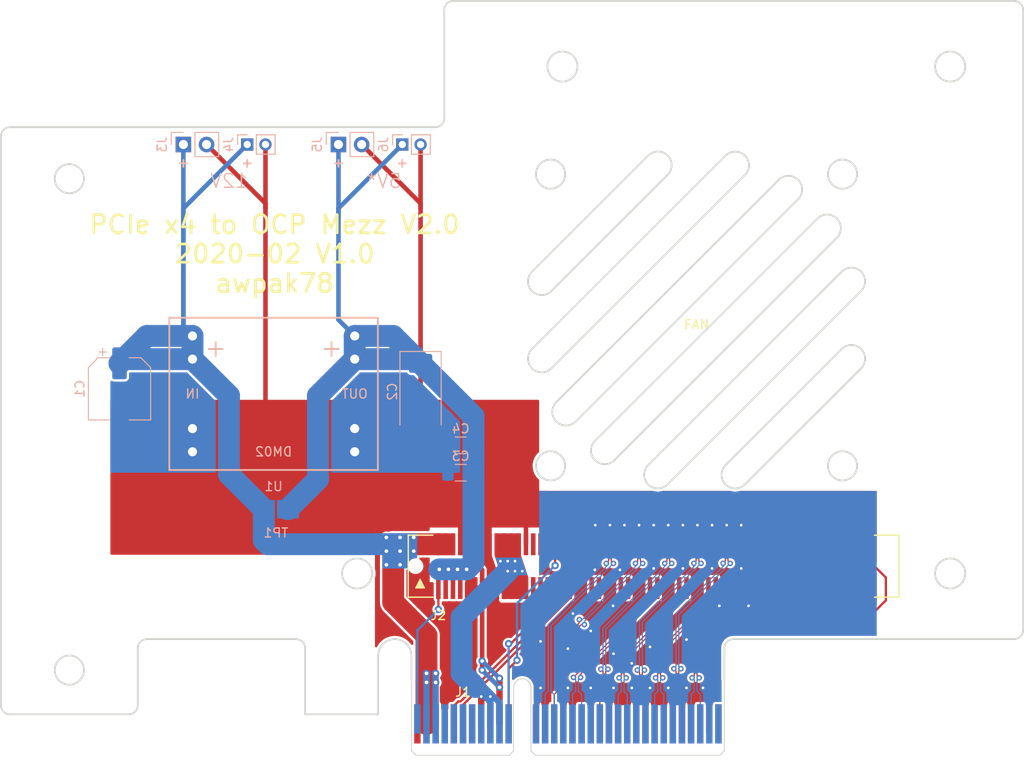
<source format=kicad_pcb>
(kicad_pcb (version 20171130) (host pcbnew "(5.1.5)-3")

  (general
    (thickness 1.6)
    (drawings 40)
    (tracks 381)
    (zones 0)
    (modules 13)
    (nets 69)
  )

  (page A4)
  (layers
    (0 F.Cu signal)
    (31 B.Cu signal)
    (32 B.Adhes user)
    (33 F.Adhes user)
    (34 B.Paste user)
    (35 F.Paste user)
    (36 B.SilkS user)
    (37 F.SilkS user)
    (38 B.Mask user)
    (39 F.Mask user)
    (40 Dwgs.User user)
    (41 Cmts.User user)
    (42 Eco1.User user)
    (43 Eco2.User user)
    (44 Edge.Cuts user)
    (45 Margin user)
    (46 B.CrtYd user)
    (47 F.CrtYd user)
    (48 B.Fab user)
    (49 F.Fab user)
  )

  (setup
    (last_trace_width 0.5)
    (user_trace_width 0.5)
    (user_trace_width 0.7)
    (user_trace_width 1.7)
    (user_trace_width 2.4)
    (trace_clearance 0.2)
    (zone_clearance 0.254)
    (zone_45_only no)
    (trace_min 0.127)
    (via_size 0.8)
    (via_drill 0.4)
    (via_min_size 0.6)
    (via_min_drill 0.3)
    (user_via 0.6 0.3)
    (uvia_size 0.3)
    (uvia_drill 0.1)
    (uvias_allowed no)
    (uvia_min_size 0.2)
    (uvia_min_drill 0.1)
    (edge_width 0.05)
    (segment_width 0.2)
    (pcb_text_width 0.3)
    (pcb_text_size 1.5 1.5)
    (mod_edge_width 0.12)
    (mod_text_size 1 1)
    (mod_text_width 0.15)
    (pad_size 1.524 1.524)
    (pad_drill 0.762)
    (pad_to_mask_clearance 0.05)
    (aux_axis_origin 0 0)
    (visible_elements 7FFFFFFF)
    (pcbplotparams
      (layerselection 0x010f0_ffffffff)
      (usegerberextensions true)
      (usegerberattributes true)
      (usegerberadvancedattributes false)
      (creategerberjobfile false)
      (excludeedgelayer true)
      (linewidth 0.100000)
      (plotframeref false)
      (viasonmask false)
      (mode 1)
      (useauxorigin false)
      (hpglpennumber 1)
      (hpglpenspeed 20)
      (hpglpendiameter 15.000000)
      (psnegative false)
      (psa4output false)
      (plotreference true)
      (plotvalue true)
      (plotinvisibletext false)
      (padsonsilk false)
      (subtractmaskfromsilk false)
      (outputformat 1)
      (mirror false)
      (drillshape 0)
      (scaleselection 1)
      (outputdirectory "OUTPUT/"))
  )

  (net 0 "")
  (net 1 "Net-(J2-Pad59)")
  (net 2 "Net-(J2-Pad58)")
  (net 3 "Net-(J2-Pad55)")
  (net 4 "Net-(J2-Pad54)")
  (net 5 "Net-(J2-Pad51)")
  (net 6 "Net-(J2-Pad50)")
  (net 7 "Net-(J2-Pad47)")
  (net 8 "Net-(J2-Pad46)")
  (net 9 "Net-(J2-Pad27)")
  (net 10 "Net-(J2-Pad26)")
  (net 11 "Net-(J2-Pad23)")
  (net 12 "Net-(J2-Pad22)")
  (net 13 "Net-(J2-Pad16)")
  (net 14 "Net-(J2-Pad15)")
  (net 15 "Net-(J2-Pad14)")
  (net 16 "Net-(J2-Pad80)")
  (net 17 "Net-(J2-Pad78)")
  (net 18 "Net-(J2-Pad76)")
  (net 19 "Net-(J2-Pad75)")
  (net 20 "Net-(J2-Pad74)")
  (net 21 "Net-(J1-PadA32)")
  (net 22 "Net-(J1-PadA19)")
  (net 23 "Net-(J1-PadB30)")
  (net 24 +12V)
  (net 25 GND)
  (net 26 SMCLK)
  (net 27 SMDAT)
  (net 28 +3V3)
  (net 29 "Net-(J1-PadB9)")
  (net 30 3V3AUX)
  (net 31 WAKE)
  (net 32 "Net-(J1-PadB17)")
  (net 33 "Net-(J1-PadB12)")
  (net 34 "Net-(J1-PadA5)")
  (net 35 "Net-(J1-PadA6)")
  (net 36 "Net-(J1-PadA7)")
  (net 37 "Net-(J1-PadA8)")
  (net 38 PERST)
  (net 39 REFCLK-)
  (net 40 REFCLK+)
  (net 41 "Net-(J2-Pad81)")
  (net 42 HSO3_N)
  (net 43 HSO3_P)
  (net 44 HSO2_N)
  (net 45 HSO2_P)
  (net 46 HSO1_N)
  (net 47 HSO1_P)
  (net 48 HSO0_P)
  (net 49 HSO0_N)
  (net 50 HSI3_N)
  (net 51 HSI3_P)
  (net 52 HSI2_N)
  (net 53 HSI2_P)
  (net 54 HSI1_N)
  (net 55 HSI1_P)
  (net 56 HSI0_P)
  (net 57 HSI0_N)
  (net 58 PRSNT2)
  (net 59 PRSNT1)
  (net 60 "Net-(J2-Pad117)")
  (net 61 "Net-(J2-Pad116)")
  (net 62 "Net-(J2-Pad113)")
  (net 63 "Net-(J2-Pad112)")
  (net 64 "Net-(J2-Pad109)")
  (net 65 "Net-(J2-Pad108)")
  (net 66 "Net-(J2-Pad105)")
  (net 67 "Net-(J2-Pad104)")
  (net 68 P5V_AUX)

  (net_class Default 这是默认网络类。
    (clearance 0.2)
    (trace_width 0.25)
    (via_dia 0.8)
    (via_drill 0.4)
    (uvia_dia 0.3)
    (uvia_drill 0.1)
    (add_net +12V)
    (add_net +3V3)
    (add_net 3V3AUX)
    (add_net GND)
    (add_net "Net-(J1-PadA19)")
    (add_net "Net-(J1-PadA32)")
    (add_net "Net-(J1-PadA5)")
    (add_net "Net-(J1-PadA6)")
    (add_net "Net-(J1-PadA7)")
    (add_net "Net-(J1-PadA8)")
    (add_net "Net-(J1-PadB12)")
    (add_net "Net-(J1-PadB17)")
    (add_net "Net-(J1-PadB30)")
    (add_net "Net-(J1-PadB9)")
    (add_net "Net-(J2-Pad104)")
    (add_net "Net-(J2-Pad105)")
    (add_net "Net-(J2-Pad108)")
    (add_net "Net-(J2-Pad109)")
    (add_net "Net-(J2-Pad112)")
    (add_net "Net-(J2-Pad113)")
    (add_net "Net-(J2-Pad116)")
    (add_net "Net-(J2-Pad117)")
    (add_net "Net-(J2-Pad14)")
    (add_net "Net-(J2-Pad15)")
    (add_net "Net-(J2-Pad16)")
    (add_net "Net-(J2-Pad22)")
    (add_net "Net-(J2-Pad23)")
    (add_net "Net-(J2-Pad26)")
    (add_net "Net-(J2-Pad27)")
    (add_net "Net-(J2-Pad46)")
    (add_net "Net-(J2-Pad47)")
    (add_net "Net-(J2-Pad50)")
    (add_net "Net-(J2-Pad51)")
    (add_net "Net-(J2-Pad54)")
    (add_net "Net-(J2-Pad55)")
    (add_net "Net-(J2-Pad58)")
    (add_net "Net-(J2-Pad59)")
    (add_net "Net-(J2-Pad74)")
    (add_net "Net-(J2-Pad75)")
    (add_net "Net-(J2-Pad76)")
    (add_net "Net-(J2-Pad78)")
    (add_net "Net-(J2-Pad80)")
    (add_net "Net-(J2-Pad81)")
    (add_net P5V_AUX)
    (add_net PERST)
    (add_net PRSNT1)
    (add_net PRSNT2)
    (add_net SMCLK)
    (add_net SMDAT)
    (add_net WAKE)
  )

  (net_class Diff ""
    (clearance 0.1778)
    (trace_width 0.127)
    (via_dia 0.6)
    (via_drill 0.3)
    (uvia_dia 0.3)
    (uvia_drill 0.1)
    (diff_pair_width 0.127)
    (diff_pair_gap 0.1778)
    (add_net HSI0_N)
    (add_net HSI0_P)
    (add_net HSI1_N)
    (add_net HSI1_P)
    (add_net HSI2_N)
    (add_net HSI2_P)
    (add_net HSI3_N)
    (add_net HSI3_P)
    (add_net HSO0_N)
    (add_net HSO0_P)
    (add_net HSO1_N)
    (add_net HSO1_P)
    (add_net HSO2_N)
    (add_net HSO2_P)
    (add_net HSO3_N)
    (add_net HSO3_P)
    (add_net REFCLK+)
    (add_net REFCLK-)
  )

  (module Connector_PinHeader_2.00mm:PinHeader_1x02_P2.00mm_Vertical (layer B.Cu) (tedit 59FED667) (tstamp 5E443FDC)
    (at 132 67 270)
    (descr "Through hole straight pin header, 1x02, 2.00mm pitch, single row")
    (tags "Through hole pin header THT 1x02 2.00mm single row")
    (path /5E49252A)
    (fp_text reference J6 (at 0 2.06 90) (layer B.SilkS)
      (effects (font (size 1 1) (thickness 0.15)) (justify mirror))
    )
    (fp_text value Conn_01x02 (at 0 -4.06 90) (layer B.Fab)
      (effects (font (size 1 1) (thickness 0.15)) (justify mirror))
    )
    (fp_text user %R (at 0 -1 180) (layer B.Fab)
      (effects (font (size 1 1) (thickness 0.15)) (justify mirror))
    )
    (fp_line (start 1.5 1.5) (end -1.5 1.5) (layer B.CrtYd) (width 0.05))
    (fp_line (start 1.5 -3.5) (end 1.5 1.5) (layer B.CrtYd) (width 0.05))
    (fp_line (start -1.5 -3.5) (end 1.5 -3.5) (layer B.CrtYd) (width 0.05))
    (fp_line (start -1.5 1.5) (end -1.5 -3.5) (layer B.CrtYd) (width 0.05))
    (fp_line (start -1.06 1.06) (end 0 1.06) (layer B.SilkS) (width 0.12))
    (fp_line (start -1.06 0) (end -1.06 1.06) (layer B.SilkS) (width 0.12))
    (fp_line (start -1.06 -1) (end 1.06 -1) (layer B.SilkS) (width 0.12))
    (fp_line (start 1.06 -1) (end 1.06 -3.06) (layer B.SilkS) (width 0.12))
    (fp_line (start -1.06 -1) (end -1.06 -3.06) (layer B.SilkS) (width 0.12))
    (fp_line (start -1.06 -3.06) (end 1.06 -3.06) (layer B.SilkS) (width 0.12))
    (fp_line (start -1 0.5) (end -0.5 1) (layer B.Fab) (width 0.1))
    (fp_line (start -1 -3) (end -1 0.5) (layer B.Fab) (width 0.1))
    (fp_line (start 1 -3) (end -1 -3) (layer B.Fab) (width 0.1))
    (fp_line (start 1 1) (end 1 -3) (layer B.Fab) (width 0.1))
    (fp_line (start -0.5 1) (end 1 1) (layer B.Fab) (width 0.1))
    (pad 2 thru_hole oval (at 0 -2 270) (size 1.35 1.35) (drill 0.8) (layers *.Cu *.Mask)
      (net 25 GND))
    (pad 1 thru_hole rect (at 0 0 270) (size 1.35 1.35) (drill 0.8) (layers *.Cu *.Mask)
      (net 68 P5V_AUX))
    (model ${KISYS3DMOD}/Connector_PinHeader_2.00mm.3dshapes/PinHeader_1x02_P2.00mm_Vertical.wrl
      (at (xyz 0 0 0))
      (scale (xyz 1 1 1))
      (rotate (xyz 0 0 0))
    )
  )

  (module Connector_PinHeader_2.54mm:PinHeader_1x02_P2.54mm_Vertical (layer B.Cu) (tedit 59FED5CC) (tstamp 5E443FC6)
    (at 125 67 270)
    (descr "Through hole straight pin header, 1x02, 2.54mm pitch, single row")
    (tags "Through hole pin header THT 1x02 2.54mm single row")
    (path /5E4912FF)
    (fp_text reference J5 (at 0 2.33 90) (layer B.SilkS)
      (effects (font (size 1 1) (thickness 0.15)) (justify mirror))
    )
    (fp_text value Conn_01x02 (at 0 -4.87 90) (layer B.Fab)
      (effects (font (size 1 1) (thickness 0.15)) (justify mirror))
    )
    (fp_text user %R (at 0 -1.27 180) (layer B.Fab)
      (effects (font (size 1 1) (thickness 0.15)) (justify mirror))
    )
    (fp_line (start 1.8 1.8) (end -1.8 1.8) (layer B.CrtYd) (width 0.05))
    (fp_line (start 1.8 -4.35) (end 1.8 1.8) (layer B.CrtYd) (width 0.05))
    (fp_line (start -1.8 -4.35) (end 1.8 -4.35) (layer B.CrtYd) (width 0.05))
    (fp_line (start -1.8 1.8) (end -1.8 -4.35) (layer B.CrtYd) (width 0.05))
    (fp_line (start -1.33 1.33) (end 0 1.33) (layer B.SilkS) (width 0.12))
    (fp_line (start -1.33 0) (end -1.33 1.33) (layer B.SilkS) (width 0.12))
    (fp_line (start -1.33 -1.27) (end 1.33 -1.27) (layer B.SilkS) (width 0.12))
    (fp_line (start 1.33 -1.27) (end 1.33 -3.87) (layer B.SilkS) (width 0.12))
    (fp_line (start -1.33 -1.27) (end -1.33 -3.87) (layer B.SilkS) (width 0.12))
    (fp_line (start -1.33 -3.87) (end 1.33 -3.87) (layer B.SilkS) (width 0.12))
    (fp_line (start -1.27 0.635) (end -0.635 1.27) (layer B.Fab) (width 0.1))
    (fp_line (start -1.27 -3.81) (end -1.27 0.635) (layer B.Fab) (width 0.1))
    (fp_line (start 1.27 -3.81) (end -1.27 -3.81) (layer B.Fab) (width 0.1))
    (fp_line (start 1.27 1.27) (end 1.27 -3.81) (layer B.Fab) (width 0.1))
    (fp_line (start -0.635 1.27) (end 1.27 1.27) (layer B.Fab) (width 0.1))
    (pad 2 thru_hole oval (at 0 -2.54 270) (size 1.7 1.7) (drill 1) (layers *.Cu *.Mask)
      (net 25 GND))
    (pad 1 thru_hole rect (at 0 0 270) (size 1.7 1.7) (drill 1) (layers *.Cu *.Mask)
      (net 68 P5V_AUX))
    (model ${KISYS3DMOD}/Connector_PinHeader_2.54mm.3dshapes/PinHeader_1x02_P2.54mm_Vertical.wrl
      (at (xyz 0 0 0))
      (scale (xyz 1 1 1))
      (rotate (xyz 0 0 0))
    )
  )

  (module Connector_PinHeader_2.00mm:PinHeader_1x02_P2.00mm_Vertical (layer B.Cu) (tedit 59FED667) (tstamp 5E443FB0)
    (at 115 67 270)
    (descr "Through hole straight pin header, 1x02, 2.00mm pitch, single row")
    (tags "Through hole pin header THT 1x02 2.00mm single row")
    (path /5E490DF9)
    (fp_text reference J4 (at 0 2.06 90) (layer B.SilkS)
      (effects (font (size 1 1) (thickness 0.15)) (justify mirror))
    )
    (fp_text value Conn_01x02 (at 0 -4.06 90) (layer B.Fab)
      (effects (font (size 1 1) (thickness 0.15)) (justify mirror))
    )
    (fp_text user %R (at 0 -1 180) (layer B.Fab)
      (effects (font (size 1 1) (thickness 0.15)) (justify mirror))
    )
    (fp_line (start 1.5 1.5) (end -1.5 1.5) (layer B.CrtYd) (width 0.05))
    (fp_line (start 1.5 -3.5) (end 1.5 1.5) (layer B.CrtYd) (width 0.05))
    (fp_line (start -1.5 -3.5) (end 1.5 -3.5) (layer B.CrtYd) (width 0.05))
    (fp_line (start -1.5 1.5) (end -1.5 -3.5) (layer B.CrtYd) (width 0.05))
    (fp_line (start -1.06 1.06) (end 0 1.06) (layer B.SilkS) (width 0.12))
    (fp_line (start -1.06 0) (end -1.06 1.06) (layer B.SilkS) (width 0.12))
    (fp_line (start -1.06 -1) (end 1.06 -1) (layer B.SilkS) (width 0.12))
    (fp_line (start 1.06 -1) (end 1.06 -3.06) (layer B.SilkS) (width 0.12))
    (fp_line (start -1.06 -1) (end -1.06 -3.06) (layer B.SilkS) (width 0.12))
    (fp_line (start -1.06 -3.06) (end 1.06 -3.06) (layer B.SilkS) (width 0.12))
    (fp_line (start -1 0.5) (end -0.5 1) (layer B.Fab) (width 0.1))
    (fp_line (start -1 -3) (end -1 0.5) (layer B.Fab) (width 0.1))
    (fp_line (start 1 -3) (end -1 -3) (layer B.Fab) (width 0.1))
    (fp_line (start 1 1) (end 1 -3) (layer B.Fab) (width 0.1))
    (fp_line (start -0.5 1) (end 1 1) (layer B.Fab) (width 0.1))
    (pad 2 thru_hole oval (at 0 -2 270) (size 1.35 1.35) (drill 0.8) (layers *.Cu *.Mask)
      (net 25 GND))
    (pad 1 thru_hole rect (at 0 0 270) (size 1.35 1.35) (drill 0.8) (layers *.Cu *.Mask)
      (net 24 +12V))
    (model ${KISYS3DMOD}/Connector_PinHeader_2.00mm.3dshapes/PinHeader_1x02_P2.00mm_Vertical.wrl
      (at (xyz 0 0 0))
      (scale (xyz 1 1 1))
      (rotate (xyz 0 0 0))
    )
  )

  (module Connector_PinHeader_2.54mm:PinHeader_1x02_P2.54mm_Vertical (layer B.Cu) (tedit 59FED5CC) (tstamp 5E443F9A)
    (at 108 67 270)
    (descr "Through hole straight pin header, 1x02, 2.54mm pitch, single row")
    (tags "Through hole pin header THT 1x02 2.54mm single row")
    (path /5E490513)
    (fp_text reference J3 (at 0 2.33 270) (layer B.SilkS)
      (effects (font (size 1 1) (thickness 0.15)) (justify mirror))
    )
    (fp_text value Conn_01x02 (at 0 -4.87 270) (layer B.Fab)
      (effects (font (size 1 1) (thickness 0.15)) (justify mirror))
    )
    (fp_text user %R (at 0 -1.27) (layer B.Fab)
      (effects (font (size 1 1) (thickness 0.15)) (justify mirror))
    )
    (fp_line (start 1.8 1.8) (end -1.8 1.8) (layer B.CrtYd) (width 0.05))
    (fp_line (start 1.8 -4.35) (end 1.8 1.8) (layer B.CrtYd) (width 0.05))
    (fp_line (start -1.8 -4.35) (end 1.8 -4.35) (layer B.CrtYd) (width 0.05))
    (fp_line (start -1.8 1.8) (end -1.8 -4.35) (layer B.CrtYd) (width 0.05))
    (fp_line (start -1.33 1.33) (end 0 1.33) (layer B.SilkS) (width 0.12))
    (fp_line (start -1.33 0) (end -1.33 1.33) (layer B.SilkS) (width 0.12))
    (fp_line (start -1.33 -1.27) (end 1.33 -1.27) (layer B.SilkS) (width 0.12))
    (fp_line (start 1.33 -1.27) (end 1.33 -3.87) (layer B.SilkS) (width 0.12))
    (fp_line (start -1.33 -1.27) (end -1.33 -3.87) (layer B.SilkS) (width 0.12))
    (fp_line (start -1.33 -3.87) (end 1.33 -3.87) (layer B.SilkS) (width 0.12))
    (fp_line (start -1.27 0.635) (end -0.635 1.27) (layer B.Fab) (width 0.1))
    (fp_line (start -1.27 -3.81) (end -1.27 0.635) (layer B.Fab) (width 0.1))
    (fp_line (start 1.27 -3.81) (end -1.27 -3.81) (layer B.Fab) (width 0.1))
    (fp_line (start 1.27 1.27) (end 1.27 -3.81) (layer B.Fab) (width 0.1))
    (fp_line (start -0.635 1.27) (end 1.27 1.27) (layer B.Fab) (width 0.1))
    (pad 2 thru_hole oval (at 0 -2.54 270) (size 1.7 1.7) (drill 1) (layers *.Cu *.Mask)
      (net 25 GND))
    (pad 1 thru_hole rect (at 0 0 270) (size 1.7 1.7) (drill 1) (layers *.Cu *.Mask)
      (net 24 +12V))
    (model ${KISYS3DMOD}/Connector_PinHeader_2.54mm.3dshapes/PinHeader_1x02_P2.54mm_Vertical.wrl
      (at (xyz 0 0 0))
      (scale (xyz 1 1 1))
      (rotate (xyz 0 0 0))
    )
  )

  (module FCI_61082:TestPlot (layer B.Cu) (tedit 5E43F7F7) (tstamp 5E442476)
    (at 118.143 107)
    (path /5E43C2B9)
    (fp_text reference TP1 (at 0 2.6) (layer B.SilkS)
      (effects (font (size 1 1) (thickness 0.15)) (justify mirror))
    )
    (fp_text value TestPoint_2Pole (at 0.007 4.5) (layer B.Fab)
      (effects (font (size 1 1) (thickness 0.15)) (justify mirror))
    )
    (fp_poly (pts (xy 0.4 -1) (xy -0.4 -1) (xy -0.4 1) (xy 0.4 1)) (layer B.Mask) (width 0.1))
    (pad 2 smd rect (at 1.325 0) (size 2.4 2) (layers B.Cu B.Paste B.Mask)
      (net 68 P5V_AUX))
    (pad 1 smd rect (at -1.325 0) (size 2.4 2) (layers B.Cu B.Paste B.Mask)
      (net 24 +12V))
  )

  (module FCI_61082:DM02 (layer B.Cu) (tedit 5E43C9F4) (tstamp 5E442493)
    (at 126.78 88 180)
    (path /5E447BBF)
    (fp_text reference U1 (at 8.89 -16.51) (layer B.SilkS)
      (effects (font (size 1 1) (thickness 0.15)) (justify mirror))
    )
    (fp_text value DM02 (at 8.89 3.81) (layer B.Fab)
      (effects (font (size 1 1) (thickness 0.15)) (justify mirror))
    )
    (fp_text user + (at 2.54 -1.27) (layer B.SilkS)
      (effects (font (size 2 2) (thickness 0.2)) (justify mirror))
    )
    (fp_text user + (at 15.24 -1.27) (layer B.SilkS)
      (effects (font (size 2 2) (thickness 0.2)) (justify mirror))
    )
    (fp_text user OUT (at 0 -6.35) (layer B.SilkS)
      (effects (font (size 1 1) (thickness 0.15)) (justify mirror))
    )
    (fp_text user IN (at 17.78 -6.35) (layer B.SilkS)
      (effects (font (size 1 1) (thickness 0.15)) (justify mirror))
    )
    (fp_text user DM02 (at 8.89 -12.7) (layer B.SilkS)
      (effects (font (size 1 1) (thickness 0.15)) (justify mirror))
    )
    (fp_line (start 20.32 2) (end -2.54 2) (layer B.SilkS) (width 0.2))
    (fp_line (start 20.32 -14.7) (end 20.32 2) (layer B.SilkS) (width 0.2))
    (fp_line (start -2.54 -14.7) (end 20.32 -14.7) (layer B.SilkS) (width 0.2))
    (fp_line (start -2.54 2) (end -2.54 -14.7) (layer B.SilkS) (width 0.2))
    (pad 4 thru_hole circle (at 17.78 -2.54) (size 1.7 1.7) (drill 1) (layers *.Cu *.Mask)
      (net 24 +12V))
    (pad 4 connect oval (at 17.78 -2.54) (size 4.24 1.7) (drill (offset -1.27 0)) (layers B.Cu B.Mask)
      (net 24 +12V))
    (pad 4 thru_hole circle (at 17.78 0) (size 1.7 1.7) (drill 1) (layers *.Cu *.Mask)
      (net 24 +12V))
    (pad 4 connect oval (at 17.78 0) (size 4.24 1.7) (drill (offset -1.27 0)) (layers B.Cu B.Mask)
      (net 24 +12V))
    (pad 3 thru_hole circle (at 17.78 -12.7) (size 1.7 1.7) (drill 1) (layers *.Cu *.Mask)
      (net 25 GND))
    (pad 3 connect oval (at 17.78 -12.7) (size 4.24 1.7) (drill (offset -1.27 0)) (layers B.Cu B.Mask)
      (net 25 GND))
    (pad 3 thru_hole circle (at 17.78 -10.16) (size 1.7 1.7) (drill 1) (layers *.Cu *.Mask)
      (net 25 GND))
    (pad 3 connect oval (at 17.78 -10.16) (size 4.24 1.7) (drill (offset -1.27 0)) (layers B.Cu B.Mask)
      (net 25 GND))
    (pad 2 connect oval (at 0 -12.7 180) (size 4.24 1.7) (drill (offset -1.27 0)) (layers B.Cu B.Mask)
      (net 25 GND))
    (pad 2 thru_hole circle (at 0 -10.16 180) (size 1.7 1.7) (drill 1) (layers *.Cu *.Mask)
      (net 25 GND))
    (pad 2 thru_hole circle (at 0 -12.7 180) (size 1.7 1.7) (drill 1) (layers *.Cu *.Mask)
      (net 25 GND))
    (pad 2 connect oval (at 0 -10.16 180) (size 4.24 1.7) (drill (offset -1.27 0)) (layers B.Cu B.Mask)
      (net 25 GND))
    (pad 1 thru_hole circle (at 0 -2.54 180) (size 1.7 1.7) (drill 1) (layers *.Cu *.Mask)
      (net 68 P5V_AUX))
    (pad 1 connect oval (at 0 -2.54 180) (size 4.24 1.7) (drill (offset -1.27 0)) (layers B.Cu B.Mask)
      (net 68 P5V_AUX))
    (pad 1 connect oval (at 0 0 180) (size 4.24 1.7) (drill (offset -1.27 0)) (layers B.Cu B.Mask)
      (net 68 P5V_AUX))
    (pad 1 thru_hole circle (at 0 0 180) (size 1.7 1.7) (drill 1) (layers *.Cu *.Mask)
      (net 68 P5V_AUX))
  )

  (module Capacitor_SMD:C_1206_3216Metric (layer B.Cu) (tedit 5B301BBE) (tstamp 5E4422BF)
    (at 138.4 100 180)
    (descr "Capacitor SMD 1206 (3216 Metric), square (rectangular) end terminal, IPC_7351 nominal, (Body size source: http://www.tortai-tech.com/upload/download/2011102023233369053.pdf), generated with kicad-footprint-generator")
    (tags capacitor)
    (path /5E442F41)
    (attr smd)
    (fp_text reference C4 (at 0 1.82) (layer B.SilkS)
      (effects (font (size 1 1) (thickness 0.15)) (justify mirror))
    )
    (fp_text value C (at 0 -1.82) (layer B.Fab)
      (effects (font (size 1 1) (thickness 0.15)) (justify mirror))
    )
    (fp_text user %R (at 0 0) (layer B.Fab)
      (effects (font (size 0.8 0.8) (thickness 0.12)) (justify mirror))
    )
    (fp_line (start 2.28 -1.12) (end -2.28 -1.12) (layer B.CrtYd) (width 0.05))
    (fp_line (start 2.28 1.12) (end 2.28 -1.12) (layer B.CrtYd) (width 0.05))
    (fp_line (start -2.28 1.12) (end 2.28 1.12) (layer B.CrtYd) (width 0.05))
    (fp_line (start -2.28 -1.12) (end -2.28 1.12) (layer B.CrtYd) (width 0.05))
    (fp_line (start -0.602064 -0.91) (end 0.602064 -0.91) (layer B.SilkS) (width 0.12))
    (fp_line (start -0.602064 0.91) (end 0.602064 0.91) (layer B.SilkS) (width 0.12))
    (fp_line (start 1.6 -0.8) (end -1.6 -0.8) (layer B.Fab) (width 0.1))
    (fp_line (start 1.6 0.8) (end 1.6 -0.8) (layer B.Fab) (width 0.1))
    (fp_line (start -1.6 0.8) (end 1.6 0.8) (layer B.Fab) (width 0.1))
    (fp_line (start -1.6 -0.8) (end -1.6 0.8) (layer B.Fab) (width 0.1))
    (pad 2 smd roundrect (at 1.4 0 180) (size 1.25 1.75) (layers B.Cu B.Paste B.Mask) (roundrect_rratio 0.2)
      (net 25 GND))
    (pad 1 smd roundrect (at -1.4 0 180) (size 1.25 1.75) (layers B.Cu B.Paste B.Mask) (roundrect_rratio 0.2)
      (net 68 P5V_AUX))
    (model ${KISYS3DMOD}/Capacitor_SMD.3dshapes/C_1206_3216Metric.wrl
      (at (xyz 0 0 0))
      (scale (xyz 1 1 1))
      (rotate (xyz 0 0 0))
    )
  )

  (module Capacitor_SMD:C_1206_3216Metric (layer B.Cu) (tedit 5B301BBE) (tstamp 5E4422AE)
    (at 138.4 103 180)
    (descr "Capacitor SMD 1206 (3216 Metric), square (rectangular) end terminal, IPC_7351 nominal, (Body size source: http://www.tortai-tech.com/upload/download/2011102023233369053.pdf), generated with kicad-footprint-generator")
    (tags capacitor)
    (path /5E442504)
    (attr smd)
    (fp_text reference C3 (at 0 1.82) (layer B.SilkS)
      (effects (font (size 1 1) (thickness 0.15)) (justify mirror))
    )
    (fp_text value C (at 0 -1.82) (layer B.Fab)
      (effects (font (size 1 1) (thickness 0.15)) (justify mirror))
    )
    (fp_text user %R (at 0 0) (layer B.Fab)
      (effects (font (size 0.8 0.8) (thickness 0.12)) (justify mirror))
    )
    (fp_line (start 2.28 -1.12) (end -2.28 -1.12) (layer B.CrtYd) (width 0.05))
    (fp_line (start 2.28 1.12) (end 2.28 -1.12) (layer B.CrtYd) (width 0.05))
    (fp_line (start -2.28 1.12) (end 2.28 1.12) (layer B.CrtYd) (width 0.05))
    (fp_line (start -2.28 -1.12) (end -2.28 1.12) (layer B.CrtYd) (width 0.05))
    (fp_line (start -0.602064 -0.91) (end 0.602064 -0.91) (layer B.SilkS) (width 0.12))
    (fp_line (start -0.602064 0.91) (end 0.602064 0.91) (layer B.SilkS) (width 0.12))
    (fp_line (start 1.6 -0.8) (end -1.6 -0.8) (layer B.Fab) (width 0.1))
    (fp_line (start 1.6 0.8) (end 1.6 -0.8) (layer B.Fab) (width 0.1))
    (fp_line (start -1.6 0.8) (end 1.6 0.8) (layer B.Fab) (width 0.1))
    (fp_line (start -1.6 -0.8) (end -1.6 0.8) (layer B.Fab) (width 0.1))
    (pad 2 smd roundrect (at 1.4 0 180) (size 1.25 1.75) (layers B.Cu B.Paste B.Mask) (roundrect_rratio 0.2)
      (net 25 GND))
    (pad 1 smd roundrect (at -1.4 0 180) (size 1.25 1.75) (layers B.Cu B.Paste B.Mask) (roundrect_rratio 0.2)
      (net 68 P5V_AUX))
    (model ${KISYS3DMOD}/Capacitor_SMD.3dshapes/C_1206_3216Metric.wrl
      (at (xyz 0 0 0))
      (scale (xyz 1 1 1))
      (rotate (xyz 0 0 0))
    )
  )

  (module Capacitor_Tantalum_SMD:CP_EIA-7343-31_Kemet-D (layer B.Cu) (tedit 5B301BBE) (tstamp 5E44229D)
    (at 134 94.1125 270)
    (descr "Tantalum Capacitor SMD Kemet-D (7343-31 Metric), IPC_7351 nominal, (Body size from: http://www.kemet.com/Lists/ProductCatalog/Attachments/253/KEM_TC101_STD.pdf), generated with kicad-footprint-generator")
    (tags "capacitor tantalum")
    (path /5E444B9B)
    (attr smd)
    (fp_text reference C2 (at 0 3.1 90) (layer B.SilkS)
      (effects (font (size 1 1) (thickness 0.15)) (justify mirror))
    )
    (fp_text value C (at 0 -3.1 90) (layer B.Fab)
      (effects (font (size 1 1) (thickness 0.15)) (justify mirror))
    )
    (fp_text user %R (at 0 0 90) (layer B.Fab)
      (effects (font (size 1 1) (thickness 0.15)) (justify mirror))
    )
    (fp_line (start 4.4 -2.4) (end -4.4 -2.4) (layer B.CrtYd) (width 0.05))
    (fp_line (start 4.4 2.4) (end 4.4 -2.4) (layer B.CrtYd) (width 0.05))
    (fp_line (start -4.4 2.4) (end 4.4 2.4) (layer B.CrtYd) (width 0.05))
    (fp_line (start -4.4 -2.4) (end -4.4 2.4) (layer B.CrtYd) (width 0.05))
    (fp_line (start -4.41 -2.26) (end 3.65 -2.26) (layer B.SilkS) (width 0.12))
    (fp_line (start -4.41 2.26) (end -4.41 -2.26) (layer B.SilkS) (width 0.12))
    (fp_line (start 3.65 2.26) (end -4.41 2.26) (layer B.SilkS) (width 0.12))
    (fp_line (start 3.65 -2.15) (end 3.65 2.15) (layer B.Fab) (width 0.1))
    (fp_line (start -3.65 -2.15) (end 3.65 -2.15) (layer B.Fab) (width 0.1))
    (fp_line (start -3.65 1.15) (end -3.65 -2.15) (layer B.Fab) (width 0.1))
    (fp_line (start -2.65 2.15) (end -3.65 1.15) (layer B.Fab) (width 0.1))
    (fp_line (start 3.65 2.15) (end -2.65 2.15) (layer B.Fab) (width 0.1))
    (pad 2 smd roundrect (at 3.1125 0 270) (size 2.075 2.55) (layers B.Cu B.Paste B.Mask) (roundrect_rratio 0.120482)
      (net 25 GND))
    (pad 1 smd roundrect (at -3.1125 0 270) (size 2.075 2.55) (layers B.Cu B.Paste B.Mask) (roundrect_rratio 0.120482)
      (net 68 P5V_AUX))
    (model ${KISYS3DMOD}/Capacitor_Tantalum_SMD.3dshapes/CP_EIA-7343-31_Kemet-D.wrl
      (at (xyz 0 0 0))
      (scale (xyz 1 1 1))
      (rotate (xyz 0 0 0))
    )
  )

  (module Capacitor_SMD:CP_Elec_6.3x5.4 (layer B.Cu) (tedit 5BCA39D0) (tstamp 5E44228A)
    (at 101 93.8 270)
    (descr "SMD capacitor, aluminum electrolytic, Panasonic C55, 6.3x5.4mm")
    (tags "capacitor electrolytic")
    (path /5E4463F1)
    (attr smd)
    (fp_text reference C1 (at 0 4.35 90) (layer B.SilkS)
      (effects (font (size 1 1) (thickness 0.15)) (justify mirror))
    )
    (fp_text value C (at 0 -4.35 90) (layer B.Fab)
      (effects (font (size 1 1) (thickness 0.15)) (justify mirror))
    )
    (fp_text user %R (at 0 0 90) (layer B.Fab)
      (effects (font (size 1 1) (thickness 0.15)) (justify mirror))
    )
    (fp_line (start -4.8 -1.05) (end -3.55 -1.05) (layer B.CrtYd) (width 0.05))
    (fp_line (start -4.8 1.05) (end -4.8 -1.05) (layer B.CrtYd) (width 0.05))
    (fp_line (start -3.55 1.05) (end -4.8 1.05) (layer B.CrtYd) (width 0.05))
    (fp_line (start -3.55 -1.05) (end -3.55 -2.4) (layer B.CrtYd) (width 0.05))
    (fp_line (start -3.55 2.4) (end -3.55 1.05) (layer B.CrtYd) (width 0.05))
    (fp_line (start -3.55 2.4) (end -2.4 3.55) (layer B.CrtYd) (width 0.05))
    (fp_line (start -3.55 -2.4) (end -2.4 -3.55) (layer B.CrtYd) (width 0.05))
    (fp_line (start -2.4 3.55) (end 3.55 3.55) (layer B.CrtYd) (width 0.05))
    (fp_line (start -2.4 -3.55) (end 3.55 -3.55) (layer B.CrtYd) (width 0.05))
    (fp_line (start 3.55 -1.05) (end 3.55 -3.55) (layer B.CrtYd) (width 0.05))
    (fp_line (start 4.8 -1.05) (end 3.55 -1.05) (layer B.CrtYd) (width 0.05))
    (fp_line (start 4.8 1.05) (end 4.8 -1.05) (layer B.CrtYd) (width 0.05))
    (fp_line (start 3.55 1.05) (end 4.8 1.05) (layer B.CrtYd) (width 0.05))
    (fp_line (start 3.55 3.55) (end 3.55 1.05) (layer B.CrtYd) (width 0.05))
    (fp_line (start -4.04375 2.24125) (end -4.04375 1.45375) (layer B.SilkS) (width 0.12))
    (fp_line (start -4.4375 1.8475) (end -3.65 1.8475) (layer B.SilkS) (width 0.12))
    (fp_line (start -3.41 -2.345563) (end -2.345563 -3.41) (layer B.SilkS) (width 0.12))
    (fp_line (start -3.41 2.345563) (end -2.345563 3.41) (layer B.SilkS) (width 0.12))
    (fp_line (start -3.41 2.345563) (end -3.41 1.06) (layer B.SilkS) (width 0.12))
    (fp_line (start -3.41 -2.345563) (end -3.41 -1.06) (layer B.SilkS) (width 0.12))
    (fp_line (start -2.345563 -3.41) (end 3.41 -3.41) (layer B.SilkS) (width 0.12))
    (fp_line (start -2.345563 3.41) (end 3.41 3.41) (layer B.SilkS) (width 0.12))
    (fp_line (start 3.41 3.41) (end 3.41 1.06) (layer B.SilkS) (width 0.12))
    (fp_line (start 3.41 -3.41) (end 3.41 -1.06) (layer B.SilkS) (width 0.12))
    (fp_line (start -2.389838 1.645) (end -2.389838 1.015) (layer B.Fab) (width 0.1))
    (fp_line (start -2.704838 1.33) (end -2.074838 1.33) (layer B.Fab) (width 0.1))
    (fp_line (start -3.3 -2.3) (end -2.3 -3.3) (layer B.Fab) (width 0.1))
    (fp_line (start -3.3 2.3) (end -2.3 3.3) (layer B.Fab) (width 0.1))
    (fp_line (start -3.3 2.3) (end -3.3 -2.3) (layer B.Fab) (width 0.1))
    (fp_line (start -2.3 -3.3) (end 3.3 -3.3) (layer B.Fab) (width 0.1))
    (fp_line (start -2.3 3.3) (end 3.3 3.3) (layer B.Fab) (width 0.1))
    (fp_line (start 3.3 3.3) (end 3.3 -3.3) (layer B.Fab) (width 0.1))
    (fp_circle (center 0 0) (end 3.15 0) (layer B.Fab) (width 0.1))
    (pad 2 smd roundrect (at 2.8 0 270) (size 3.5 1.6) (layers B.Cu B.Paste B.Mask) (roundrect_rratio 0.15625)
      (net 25 GND))
    (pad 1 smd roundrect (at -2.8 0 270) (size 3.5 1.6) (layers B.Cu B.Paste B.Mask) (roundrect_rratio 0.15625)
      (net 24 +12V))
    (model ${KISYS3DMOD}/Capacitor_SMD.3dshapes/CP_Elec_6.3x5.4.wrl
      (at (xyz 0 0 0))
      (scale (xyz 1 1 1))
      (rotate (xyz 0 0 0))
    )
  )

  (module FCI_61082:Fan_4010 locked (layer F.Cu) (tedit 5E4370D0) (tstamp 5E43C868)
    (at 164.25 86.25)
    (fp_text reference FAN (at 0 0.5) (layer F.SilkS)
      (effects (font (size 1 1) (thickness 0.15)))
    )
    (fp_text value Fan_4010 (at 0 -0.5) (layer F.Fab)
      (effects (font (size 1 1) (thickness 0.15)))
    )
    (fp_arc (start -16.980376 -4.232827) (end -18.041036 -5.293487) (angle -180) (layer Edge.Cuts) (width 0.2))
    (fp_line (start -3.172167 -15.919715) (end -15.919715 -3.172167) (layer Edge.Cuts) (width 0.2))
    (fp_arc (start -4.232827 -16.980376) (end -3.172167 -15.919715) (angle -180) (layer Edge.Cuts) (width 0.2))
    (fp_line (start -18.041036 -5.293487) (end -5.293487 -18.041036) (layer Edge.Cuts) (width 0.2))
    (fp_arc (start -16.976453 4.248531) (end -18.037113 3.187871) (angle -180) (layer Edge.Cuts) (width 0.2))
    (fp_line (start 5.309191 -15.915793) (end -15.915793 5.309191) (layer Edge.Cuts) (width 0.2))
    (fp_arc (start 4.248531 -16.976453) (end 5.309191 -15.915793) (angle -180) (layer Edge.Cuts) (width 0.2))
    (fp_line (start -18.037113 3.187871) (end 3.187871 -18.037113) (layer Edge.Cuts) (width 0.2))
    (fp_arc (start 16.980376 4.232827) (end 18.041036 5.293487) (angle -180) (layer Edge.Cuts) (width 0.2))
    (fp_line (start 3.172167 15.919715) (end 15.919715 3.172167) (layer Edge.Cuts) (width 0.2))
    (fp_arc (start 4.232827 16.980376) (end 3.172167 15.919715) (angle -180) (layer Edge.Cuts) (width 0.2))
    (fp_line (start 18.041036 5.293487) (end 5.293487 18.041036) (layer Edge.Cuts) (width 0.2))
    (fp_arc (start 16.976453 -4.248531) (end 18.037113 -3.187871) (angle -180) (layer Edge.Cuts) (width 0.2))
    (fp_line (start -5.309191 15.915793) (end 15.915793 -5.309191) (layer Edge.Cuts) (width 0.2))
    (fp_arc (start -4.248531 16.976453) (end -5.309191 15.915793) (angle -180) (layer Edge.Cuts) (width 0.2))
    (fp_line (start 18.037113 -3.187871) (end -3.187871 18.037113) (layer Edge.Cuts) (width 0.2))
    (fp_arc (start 10.069864 -14.312505) (end 11.130525 -13.251845) (angle -180) (layer Edge.Cuts) (width 0.2))
    (fp_line (start -15.373165 9.009204) (end 9.009204 -15.373165) (layer Edge.Cuts) (width 0.2))
    (fp_arc (start -14.312505 10.069864) (end -15.373165 9.009204) (angle -180) (layer Edge.Cuts) (width 0.2))
    (fp_line (start 11.130525 -13.251845) (end -13.251845 11.130525) (layer Edge.Cuts) (width 0.2))
    (fp_arc (start -10.069864 14.312505) (end -11.130525 13.251845) (angle -180) (layer Edge.Cuts) (width 0.2))
    (fp_line (start 13.251845 -11.130525) (end -11.130525 13.251845) (layer Edge.Cuts) (width 0.2))
    (fp_arc (start 14.312505 -10.069864) (end 15.373165 -9.009204) (angle -180) (layer Edge.Cuts) (width 0.2))
    (fp_line (start -9.009204 15.373165) (end 15.373165 -9.009204) (layer Edge.Cuts) (width 0.2))
    (fp_circle (center -16 16) (end -14.4 16) (layer Edge.Cuts) (width 0.2))
    (fp_circle (center 16 16) (end 17.6 16) (layer Edge.Cuts) (width 0.2))
    (fp_circle (center -16 -16) (end -14.4 -16) (layer Edge.Cuts) (width 0.2))
    (fp_circle (center 16 -16) (end 17.6 -16) (layer Edge.Cuts) (width 0.2))
  )

  (module Connector_PCBEdge:BUS_PCIexpress_x4 (layer F.Cu) (tedit 5DBD33F7) (tstamp 5E3E28EC)
    (at 133.65 130.55)
    (descr "PCIexpress Bus Edge Connector x1 http://www.ritrontek.com/uploadfile/2016/1026/20161026105231124.pdf#page=70")
    (tags PCIe)
    (path /5E3D5782)
    (attr virtual)
    (fp_text reference J1 (at 5 -3.5) (layer F.SilkS)
      (effects (font (size 1 1) (thickness 0.15)))
    )
    (fp_text value "PCI Express x4" (at 10.33 -8.01) (layer F.Fab)
      (effects (font (size 1 1) (thickness 0.15)))
    )
    (fp_text user %R (at 16 -3.5) (layer F.Fab)
      (effects (font (size 1 1) (thickness 0.15)))
    )
    (fp_line (start -1.15 -5.45) (end 34.15 -5.45) (layer F.CrtYd) (width 0.05))
    (fp_line (start -1.15 -5.45) (end -1.15 3.95) (layer F.CrtYd) (width 0.05))
    (fp_line (start 34.15 3.95) (end 34.15 -5.45) (layer F.CrtYd) (width 0.05))
    (fp_line (start 34.15 3.95) (end -1.15 3.95) (layer F.CrtYd) (width 0.05))
    (fp_line (start 10.55 -4) (end 10.55 2.95) (layer Edge.Cuts) (width 0.1))
    (fp_line (start 12.45 -4) (end 12.45 2.95) (layer Edge.Cuts) (width 0.1))
    (fp_line (start -0.65 -4.95) (end -0.65 2.95) (layer Edge.Cuts) (width 0.1))
    (fp_line (start -0.15 3.45) (end 10.05 3.45) (layer Edge.Cuts) (width 0.1))
    (fp_line (start 33.65 -4.95) (end 33.65 2.95) (layer Edge.Cuts) (width 0.1))
    (fp_line (start 12.95 3.45) (end 33.15 3.45) (layer Edge.Cuts) (width 0.1))
    (fp_line (start -0.65 2.95) (end -0.15 3.45) (layer Edge.Cuts) (width 0.1))
    (fp_line (start 10.55 2.95) (end 10.05 3.45) (layer Edge.Cuts) (width 0.1))
    (fp_line (start 12.45 2.95) (end 12.95 3.45) (layer Edge.Cuts) (width 0.1))
    (fp_line (start 33.65 2.95) (end 33.15 3.45) (layer Edge.Cuts) (width 0.1))
    (fp_text user "PCB Thickness 1.57 mm" (at 5 2.8 180) (layer Cmts.User)
      (effects (font (size 0.5 0.5) (thickness 0.1)))
    )
    (fp_arc (start 11.5 -4) (end 12.45 -4) (angle -180) (layer Edge.Cuts) (width 0.1))
    (pad A32 connect rect (at 33 0) (size 0.7 4.3) (layers B.Cu B.Mask)
      (net 21 "Net-(J1-PadA32)"))
    (pad A31 connect rect (at 32 0) (size 0.7 4.3) (layers B.Cu B.Mask)
      (net 25 GND))
    (pad A30 connect rect (at 31 0) (size 0.7 4.3) (layers B.Cu B.Mask)
      (net 50 HSI3_N))
    (pad A29 connect rect (at 30 0) (size 0.7 4.3) (layers B.Cu B.Mask)
      (net 51 HSI3_P))
    (pad A28 connect rect (at 29 0) (size 0.7 4.3) (layers B.Cu B.Mask)
      (net 25 GND))
    (pad A27 connect rect (at 28 0) (size 0.7 4.3) (layers B.Cu B.Mask)
      (net 25 GND))
    (pad A26 connect rect (at 27 0) (size 0.7 4.3) (layers B.Cu B.Mask)
      (net 52 HSI2_N))
    (pad A25 connect rect (at 26 0) (size 0.7 4.3) (layers B.Cu B.Mask)
      (net 53 HSI2_P))
    (pad A24 connect rect (at 25 0) (size 0.7 4.3) (layers B.Cu B.Mask)
      (net 25 GND))
    (pad A23 connect rect (at 24 0) (size 0.7 4.3) (layers B.Cu B.Mask)
      (net 25 GND))
    (pad A22 connect rect (at 23 0) (size 0.7 4.3) (layers B.Cu B.Mask)
      (net 54 HSI1_N))
    (pad A21 connect rect (at 22 0) (size 0.7 4.3) (layers B.Cu B.Mask)
      (net 55 HSI1_P))
    (pad A20 connect rect (at 21 0) (size 0.7 4.3) (layers B.Cu B.Mask)
      (net 25 GND))
    (pad A19 connect rect (at 20 0) (size 0.7 4.3) (layers B.Cu B.Mask)
      (net 22 "Net-(J1-PadA19)"))
    (pad B32 connect rect (at 33 0) (size 0.7 4.3) (layers F.Cu F.Mask)
      (net 25 GND))
    (pad B31 connect rect (at 32 -0.55) (size 0.7 3.2) (layers F.Cu F.Mask)
      (net 58 PRSNT2))
    (pad B30 connect rect (at 31 0) (size 0.7 4.3) (layers F.Cu F.Mask)
      (net 23 "Net-(J1-PadB30)"))
    (pad B29 connect rect (at 30 0) (size 0.7 4.3) (layers F.Cu F.Mask)
      (net 25 GND))
    (pad B28 connect rect (at 29 0) (size 0.7 4.3) (layers F.Cu F.Mask)
      (net 42 HSO3_N))
    (pad B27 connect rect (at 28 0) (size 0.7 4.3) (layers F.Cu F.Mask)
      (net 43 HSO3_P))
    (pad B26 connect rect (at 27 0) (size 0.7 4.3) (layers F.Cu F.Mask)
      (net 25 GND))
    (pad B25 connect rect (at 26 0) (size 0.7 4.3) (layers F.Cu F.Mask)
      (net 25 GND))
    (pad B24 connect rect (at 25 0) (size 0.7 4.3) (layers F.Cu F.Mask)
      (net 44 HSO2_N))
    (pad B23 connect rect (at 24 0) (size 0.7 4.3) (layers F.Cu F.Mask)
      (net 45 HSO2_P))
    (pad B22 connect rect (at 23 0) (size 0.7 4.3) (layers F.Cu F.Mask)
      (net 25 GND))
    (pad B21 connect rect (at 22 0) (size 0.7 4.3) (layers F.Cu F.Mask)
      (net 25 GND))
    (pad B20 connect rect (at 21 0) (size 0.7 4.3) (layers F.Cu F.Mask)
      (net 46 HSO1_N))
    (pad B19 connect rect (at 20 0) (size 0.7 4.3) (layers F.Cu F.Mask)
      (net 47 HSO1_P))
    (pad B1 connect rect (at 0 0) (size 0.7 4.3) (layers F.Cu F.Mask)
      (net 24 +12V))
    (pad B2 connect rect (at 1 0) (size 0.7 4.3) (layers F.Cu F.Mask)
      (net 24 +12V))
    (pad B3 connect rect (at 2 0) (size 0.7 4.3) (layers F.Cu F.Mask)
      (net 24 +12V))
    (pad B4 connect rect (at 3 0) (size 0.7 4.3) (layers F.Cu F.Mask)
      (net 25 GND))
    (pad B5 connect rect (at 4 0) (size 0.7 4.3) (layers F.Cu F.Mask)
      (net 26 SMCLK))
    (pad B6 connect rect (at 5 0) (size 0.7 4.3) (layers F.Cu F.Mask)
      (net 27 SMDAT))
    (pad B7 connect rect (at 6 0) (size 0.7 4.3) (layers F.Cu F.Mask)
      (net 25 GND))
    (pad B8 connect rect (at 7 0) (size 0.7 4.3) (layers F.Cu F.Mask)
      (net 28 +3V3))
    (pad B9 connect rect (at 8 0) (size 0.7 4.3) (layers F.Cu F.Mask)
      (net 29 "Net-(J1-PadB9)"))
    (pad B10 connect rect (at 9 0) (size 0.7 4.3) (layers F.Cu F.Mask)
      (net 30 3V3AUX))
    (pad B11 connect rect (at 10 0) (size 0.7 4.3) (layers F.Cu F.Mask)
      (net 31 WAKE))
    (pad B14 connect rect (at 15 0) (size 0.7 4.3) (layers F.Cu F.Mask)
      (net 48 HSO0_P))
    (pad B15 connect rect (at 16 0) (size 0.7 4.3) (layers F.Cu F.Mask)
      (net 49 HSO0_N))
    (pad B16 connect rect (at 17 0) (size 0.7 4.3) (layers F.Cu F.Mask)
      (net 25 GND))
    (pad B17 connect rect (at 18 0) (size 0.7 4.3) (layers F.Cu F.Mask)
      (net 32 "Net-(J1-PadB17)"))
    (pad B18 connect rect (at 19 0) (size 0.7 4.3) (layers F.Cu F.Mask)
      (net 25 GND))
    (pad B12 connect rect (at 13 0) (size 0.7 4.3) (layers F.Cu F.Mask)
      (net 33 "Net-(J1-PadB12)"))
    (pad B13 connect rect (at 14 0) (size 0.7 4.3) (layers F.Cu F.Mask)
      (net 25 GND))
    (pad A1 connect rect (at 0 -0.55) (size 0.7 3.2) (layers B.Cu B.Mask)
      (net 59 PRSNT1))
    (pad A2 connect rect (at 1 0) (size 0.7 4.3) (layers B.Cu B.Mask)
      (net 24 +12V))
    (pad A3 connect rect (at 2 0) (size 0.7 4.3) (layers B.Cu B.Mask)
      (net 24 +12V))
    (pad A4 connect rect (at 3 0) (size 0.7 4.3) (layers B.Cu B.Mask)
      (net 25 GND))
    (pad A5 connect rect (at 4 0) (size 0.7 4.3) (layers B.Cu B.Mask)
      (net 34 "Net-(J1-PadA5)"))
    (pad A6 connect rect (at 5 0) (size 0.7 4.3) (layers B.Cu B.Mask)
      (net 35 "Net-(J1-PadA6)"))
    (pad A7 connect rect (at 6 0) (size 0.7 4.3) (layers B.Cu B.Mask)
      (net 36 "Net-(J1-PadA7)"))
    (pad A8 connect rect (at 7 0) (size 0.7 4.3) (layers B.Cu B.Mask)
      (net 37 "Net-(J1-PadA8)"))
    (pad A9 connect rect (at 8 0) (size 0.7 4.3) (layers B.Cu B.Mask)
      (net 28 +3V3))
    (pad A10 connect rect (at 9 0) (size 0.7 4.3) (layers B.Cu B.Mask)
      (net 28 +3V3))
    (pad A11 connect rect (at 10 0) (size 0.7 4.3) (layers B.Cu B.Mask)
      (net 38 PERST))
    (pad A14 connect rect (at 15 0) (size 0.7 4.3) (layers B.Cu B.Mask)
      (net 39 REFCLK-))
    (pad A15 connect rect (at 16 0) (size 0.7 4.3) (layers B.Cu B.Mask)
      (net 25 GND))
    (pad A16 connect rect (at 17 0) (size 0.7 4.3) (layers B.Cu B.Mask)
      (net 56 HSI0_P))
    (pad A17 connect rect (at 18 0) (size 0.7 4.3) (layers B.Cu B.Mask)
      (net 57 HSI0_N))
    (pad A18 connect rect (at 19 0) (size 0.7 4.3) (layers B.Cu B.Mask)
      (net 25 GND))
    (pad A12 connect rect (at 13 0) (size 0.7 4.3) (layers B.Cu B.Mask)
      (net 25 GND))
    (pad A13 connect rect (at 14 0) (size 0.7 4.3) (layers B.Cu B.Mask)
      (net 40 REFCLK+))
  )

  (module FCI_61082:FCI_61082_12xxxxLF locked (layer F.Cu) (tedit 5E3D705A) (tstamp 5E3DD8D8)
    (at 135.95 115.65)
    (path /5E403388)
    (fp_text reference J2 (at 0 3) (layer F.SilkS)
      (effects (font (size 1 1) (thickness 0.15)))
    )
    (fp_text value Conn_02x40_Top_Bottom (at 26.4 -8) (layer F.Fab)
      (effects (font (size 1 1) (thickness 0.15)))
    )
    (fp_line (start 47.8 -5.8) (end 50.5 -5.8) (layer F.SilkS) (width 0.1524))
    (fp_line (start 50.5 1) (end 47.8 1) (layer F.SilkS) (width 0.1524))
    (fp_line (start -3.3 1) (end -3.3 -5.8) (layer F.SilkS) (width 0.1524))
    (fp_line (start -0.6 1) (end -3.3 1) (layer F.SilkS) (width 0.1524))
    (fp_line (start 50.5 -5.8) (end 50.5 1) (layer F.SilkS) (width 0.1524))
    (fp_line (start -3.3 -5.8) (end -0.6 -5.8) (layer F.SilkS) (width 0.1524))
    (fp_poly (pts (xy -1.5 0) (xy -2.5 0) (xy -2 -1)) (layer F.SilkS) (width 0.1))
    (pad "" np_thru_hole circle (at 49.7 -2.4) (size 0.8 0.8) (drill 0.8) (layers *.Cu *.Mask))
    (pad "" np_thru_hole circle (at -2.5 -2.4) (size 1.2 1.2) (drill 1.2) (layers *.Cu *.Mask))
    (pad 120 connect rect (at 47.2 -4.8) (size 0.5 2.4) (layers F.Cu F.Mask)
      (net 58 PRSNT2))
    (pad 119 connect rect (at 46.4 -4.8) (size 0.5 2.4) (layers F.Cu F.Mask)
      (net 25 GND))
    (pad 118 connect rect (at 45.6 -4.8) (size 0.5 2.4) (layers F.Cu F.Mask)
      (net 25 GND))
    (pad 117 connect rect (at 44.8 -4.8) (size 0.5 2.4) (layers F.Cu F.Mask)
      (net 60 "Net-(J2-Pad117)"))
    (pad 116 connect rect (at 44 -4.8) (size 0.5 2.4) (layers F.Cu F.Mask)
      (net 61 "Net-(J2-Pad116)"))
    (pad 115 connect rect (at 43.2 -4.8) (size 0.5 2.4) (layers F.Cu F.Mask)
      (net 25 GND))
    (pad 114 connect rect (at 42.4 -4.8) (size 0.5 2.4) (layers F.Cu F.Mask)
      (net 25 GND))
    (pad 113 connect rect (at 41.6 -4.8) (size 0.5 2.4) (layers F.Cu F.Mask)
      (net 62 "Net-(J2-Pad113)"))
    (pad 112 connect rect (at 40.8 -4.8) (size 0.5 2.4) (layers F.Cu F.Mask)
      (net 63 "Net-(J2-Pad112)"))
    (pad 111 connect rect (at 40 -4.8) (size 0.5 2.4) (layers F.Cu F.Mask)
      (net 25 GND))
    (pad 110 connect rect (at 39.2 -4.8) (size 0.5 2.4) (layers F.Cu F.Mask)
      (net 25 GND))
    (pad 109 connect rect (at 38.4 -4.8) (size 0.5 2.4) (layers F.Cu F.Mask)
      (net 64 "Net-(J2-Pad109)"))
    (pad 108 connect rect (at 37.6 -4.8) (size 0.5 2.4) (layers F.Cu F.Mask)
      (net 65 "Net-(J2-Pad108)"))
    (pad 107 connect rect (at 36.8 -4.8) (size 0.5 2.4) (layers F.Cu F.Mask)
      (net 25 GND))
    (pad 106 connect rect (at 36 -4.8) (size 0.5 2.4) (layers F.Cu F.Mask)
      (net 25 GND))
    (pad 105 connect rect (at 35.2 -4.8) (size 0.5 2.4) (layers F.Cu F.Mask)
      (net 66 "Net-(J2-Pad105)"))
    (pad 104 connect rect (at 34.4 -4.8) (size 0.5 2.4) (layers F.Cu F.Mask)
      (net 67 "Net-(J2-Pad104)"))
    (pad 103 connect rect (at 33.6 -4.8) (size 0.5 2.4) (layers F.Cu F.Mask)
      (net 25 GND))
    (pad 102 connect rect (at 32.8 -4.8) (size 0.5 2.4) (layers F.Cu F.Mask)
      (net 25 GND))
    (pad 101 connect rect (at 32 -4.8) (size 0.5 2.4) (layers F.Cu F.Mask)
      (net 42 HSO3_N))
    (pad 100 connect rect (at 31.2 -4.8) (size 0.5 2.4) (layers F.Cu F.Mask)
      (net 43 HSO3_P))
    (pad 99 connect rect (at 30.4 -4.8) (size 0.5 2.4) (layers F.Cu F.Mask)
      (net 25 GND))
    (pad 98 connect rect (at 29.6 -4.8) (size 0.5 2.4) (layers F.Cu F.Mask)
      (net 25 GND))
    (pad 97 connect rect (at 28.8 -4.8) (size 0.5 2.4) (layers F.Cu F.Mask)
      (net 44 HSO2_N))
    (pad 96 connect rect (at 28 -4.8) (size 0.5 2.4) (layers F.Cu F.Mask)
      (net 45 HSO2_P))
    (pad 95 connect rect (at 27.2 -4.8) (size 0.5 2.4) (layers F.Cu F.Mask)
      (net 25 GND))
    (pad 94 connect rect (at 26.4 -4.8) (size 0.5 2.4) (layers F.Cu F.Mask)
      (net 25 GND))
    (pad 93 connect rect (at 25.6 -4.8) (size 0.5 2.4) (layers F.Cu F.Mask)
      (net 46 HSO1_N))
    (pad 92 connect rect (at 24.8 -4.8) (size 0.5 2.4) (layers F.Cu F.Mask)
      (net 47 HSO1_P))
    (pad 91 connect rect (at 24 -4.8) (size 0.5 2.4) (layers F.Cu F.Mask)
      (net 25 GND))
    (pad 90 connect rect (at 23.2 -4.8) (size 0.5 2.4) (layers F.Cu F.Mask)
      (net 25 GND))
    (pad 89 connect rect (at 22.4 -4.8) (size 0.5 2.4) (layers F.Cu F.Mask)
      (net 49 HSO0_N))
    (pad 88 connect rect (at 21.6 -4.8) (size 0.5 2.4) (layers F.Cu F.Mask)
      (net 48 HSO0_P))
    (pad 87 connect rect (at 20.8 -4.8) (size 0.5 2.4) (layers F.Cu F.Mask)
      (net 25 GND))
    (pad 86 connect rect (at 20 -4.8) (size 0.5 2.4) (layers F.Cu F.Mask)
      (net 25 GND))
    (pad 85 connect rect (at 19.2 -4.8) (size 0.5 2.4) (layers F.Cu F.Mask)
      (net 39 REFCLK-))
    (pad 84 connect rect (at 18.4 -4.8) (size 0.5 2.4) (layers F.Cu F.Mask)
      (net 40 REFCLK+))
    (pad 83 connect rect (at 17.6 -4.8) (size 0.5 2.4) (layers F.Cu F.Mask)
      (net 25 GND))
    (pad 82 connect rect (at 16.8 -4.8) (size 0.5 2.4) (layers F.Cu F.Mask)
      (net 25 GND))
    (pad 81 connect rect (at 16 -4.8) (size 0.5 2.4) (layers F.Cu F.Mask)
      (net 41 "Net-(J2-Pad81)"))
    (pad 80 connect rect (at 15.2 -4.8) (size 0.5 2.4) (layers F.Cu F.Mask)
      (net 16 "Net-(J2-Pad80)"))
    (pad 79 connect rect (at 14.4 -4.8) (size 0.5 2.4) (layers F.Cu F.Mask)
      (net 25 GND))
    (pad 78 connect rect (at 13.6 -4.8) (size 0.5 2.4) (layers F.Cu F.Mask)
      (net 17 "Net-(J2-Pad78)"))
    (pad 77 connect rect (at 12.8 -4.8) (size 0.5 2.4) (layers F.Cu F.Mask)
      (net 31 WAKE))
    (pad 76 connect rect (at 12 -4.8) (size 0.5 2.4) (layers F.Cu F.Mask)
      (net 18 "Net-(J2-Pad76)"))
    (pad 75 connect rect (at 11.2 -4.8) (size 0.5 2.4) (layers F.Cu F.Mask)
      (net 19 "Net-(J2-Pad75)"))
    (pad 74 connect rect (at 10.4 -4.8) (size 0.5 2.4) (layers F.Cu F.Mask)
      (net 20 "Net-(J2-Pad74)"))
    (pad 73 connect rect (at 9.6 -4.8) (size 0.5 2.4) (layers F.Cu F.Mask)
      (net 25 GND))
    (pad 72 connect rect (at 8.8 -4.8) (size 0.5 2.4) (layers F.Cu F.Mask)
      (net 28 +3V3))
    (pad 71 connect rect (at 8 -4.8) (size 0.5 2.4) (layers F.Cu F.Mask)
      (net 28 +3V3))
    (pad 70 connect rect (at 7.2 -4.8) (size 0.5 2.4) (layers F.Cu F.Mask)
      (net 28 +3V3))
    (pad 69 connect rect (at 6.4 -4.8) (size 0.5 2.4) (layers F.Cu F.Mask)
      (net 28 +3V3))
    (pad 68 connect rect (at 5.6 -4.8) (size 0.5 2.4) (layers F.Cu F.Mask)
      (net 25 GND))
    (pad 67 connect rect (at 4.8 -4.8) (size 0.5 2.4) (layers F.Cu F.Mask)
      (net 25 GND))
    (pad 66 connect rect (at 4 -4.8) (size 0.5 2.4) (layers F.Cu F.Mask)
      (net 30 3V3AUX))
    (pad 65 connect rect (at 3.2 -4.8) (size 0.5 2.4) (layers F.Cu F.Mask)
      (net 25 GND))
    (pad 64 connect rect (at 2.4 -4.8) (size 0.5 2.4) (layers F.Cu F.Mask)
      (net 25 GND))
    (pad 63 connect rect (at 1.6 -4.8) (size 0.5 2.4) (layers F.Cu F.Mask)
      (net 24 +12V))
    (pad 62 connect rect (at 0.8 -4.8) (size 0.5 2.4) (layers F.Cu F.Mask)
      (net 24 +12V))
    (pad 61 connect rect (at 0 -4.8) (size 0.5 2.4) (layers F.Cu F.Mask)
      (net 24 +12V))
    (pad 60 connect rect (at 47.2 0) (size 0.5 2.4) (layers F.Cu F.Mask)
      (net 25 GND))
    (pad 59 connect rect (at 46.4 0) (size 0.5 2.4) (layers F.Cu F.Mask)
      (net 1 "Net-(J2-Pad59)"))
    (pad 58 connect rect (at 45.6 0) (size 0.5 2.4) (layers F.Cu F.Mask)
      (net 2 "Net-(J2-Pad58)"))
    (pad 57 connect rect (at 44.8 0) (size 0.5 2.4) (layers F.Cu F.Mask)
      (net 25 GND))
    (pad 56 connect rect (at 44 0) (size 0.5 2.4) (layers F.Cu F.Mask)
      (net 25 GND))
    (pad 55 connect rect (at 43.2 0) (size 0.5 2.4) (layers F.Cu F.Mask)
      (net 3 "Net-(J2-Pad55)"))
    (pad 54 connect rect (at 42.4 0) (size 0.5 2.4) (layers F.Cu F.Mask)
      (net 4 "Net-(J2-Pad54)"))
    (pad 53 connect rect (at 41.6 0) (size 0.5 2.4) (layers F.Cu F.Mask)
      (net 25 GND))
    (pad 52 connect rect (at 40.8 0) (size 0.5 2.4) (layers F.Cu F.Mask)
      (net 25 GND))
    (pad 51 connect rect (at 40 0) (size 0.5 2.4) (layers F.Cu F.Mask)
      (net 5 "Net-(J2-Pad51)"))
    (pad 50 connect rect (at 39.2 0) (size 0.5 2.4) (layers F.Cu F.Mask)
      (net 6 "Net-(J2-Pad50)"))
    (pad 49 connect rect (at 38.4 0) (size 0.5 2.4) (layers F.Cu F.Mask)
      (net 25 GND))
    (pad 48 connect rect (at 37.6 0) (size 0.5 2.4) (layers F.Cu F.Mask)
      (net 25 GND))
    (pad 47 connect rect (at 36.8 0) (size 0.5 2.4) (layers F.Cu F.Mask)
      (net 7 "Net-(J2-Pad47)"))
    (pad 46 connect rect (at 36 0) (size 0.5 2.4) (layers F.Cu F.Mask)
      (net 8 "Net-(J2-Pad46)"))
    (pad 45 connect rect (at 35.2 0) (size 0.5 2.4) (layers F.Cu F.Mask)
      (net 25 GND))
    (pad 44 connect rect (at 34.4 0) (size 0.5 2.4) (layers F.Cu F.Mask)
      (net 25 GND))
    (pad 43 connect rect (at 33.6 0) (size 0.5 2.4) (layers F.Cu F.Mask)
      (net 50 HSI3_N))
    (pad 42 connect rect (at 32.8 0) (size 0.5 2.4) (layers F.Cu F.Mask)
      (net 51 HSI3_P))
    (pad 41 connect rect (at 32 0) (size 0.5 2.4) (layers F.Cu F.Mask)
      (net 25 GND))
    (pad 40 connect rect (at 31.2 0) (size 0.5 2.4) (layers F.Cu F.Mask)
      (net 25 GND))
    (pad 39 connect rect (at 30.4 0) (size 0.5 2.4) (layers F.Cu F.Mask)
      (net 52 HSI2_N))
    (pad 38 connect rect (at 29.6 0) (size 0.5 2.4) (layers F.Cu F.Mask)
      (net 53 HSI2_P))
    (pad 37 connect rect (at 28.8 0) (size 0.5 2.4) (layers F.Cu F.Mask)
      (net 25 GND))
    (pad 36 connect rect (at 28 0) (size 0.5 2.4) (layers F.Cu F.Mask)
      (net 25 GND))
    (pad 35 connect rect (at 27.2 0) (size 0.5 2.4) (layers F.Cu F.Mask)
      (net 54 HSI1_N))
    (pad 34 connect rect (at 26.4 0) (size 0.5 2.4) (layers F.Cu F.Mask)
      (net 55 HSI1_P))
    (pad 33 connect rect (at 25.6 0) (size 0.5 2.4) (layers F.Cu F.Mask)
      (net 25 GND))
    (pad 32 connect rect (at 24.8 0) (size 0.5 2.4) (layers F.Cu F.Mask)
      (net 25 GND))
    (pad 31 connect rect (at 24 0) (size 0.5 2.4) (layers F.Cu F.Mask)
      (net 57 HSI0_N))
    (pad 30 connect rect (at 23.2 0) (size 0.5 2.4) (layers F.Cu F.Mask)
      (net 56 HSI0_P))
    (pad 29 connect rect (at 22.4 0) (size 0.5 2.4) (layers F.Cu F.Mask)
      (net 25 GND))
    (pad 28 connect rect (at 21.6 0) (size 0.5 2.4) (layers F.Cu F.Mask)
      (net 25 GND))
    (pad 27 connect rect (at 20.8 0) (size 0.5 2.4) (layers F.Cu F.Mask)
      (net 9 "Net-(J2-Pad27)"))
    (pad 26 connect rect (at 20 0) (size 0.5 2.4) (layers F.Cu F.Mask)
      (net 10 "Net-(J2-Pad26)"))
    (pad 25 connect rect (at 19.2 0) (size 0.5 2.4) (layers F.Cu F.Mask)
      (net 25 GND))
    (pad 24 connect rect (at 18.4 0) (size 0.5 2.4) (layers F.Cu F.Mask)
      (net 25 GND))
    (pad 23 connect rect (at 17.6 0) (size 0.5 2.4) (layers F.Cu F.Mask)
      (net 11 "Net-(J2-Pad23)"))
    (pad 22 connect rect (at 16.8 0) (size 0.5 2.4) (layers F.Cu F.Mask)
      (net 12 "Net-(J2-Pad22)"))
    (pad 21 connect rect (at 16 0) (size 0.5 2.4) (layers F.Cu F.Mask)
      (net 25 GND))
    (pad 20 connect rect (at 15.2 0) (size 0.5 2.4) (layers F.Cu F.Mask)
      (net 25 GND))
    (pad 19 connect rect (at 14.4 0) (size 0.5 2.4) (layers F.Cu F.Mask)
      (net 27 SMDAT))
    (pad 18 connect rect (at 13.6 0) (size 0.5 2.4) (layers F.Cu F.Mask)
      (net 26 SMCLK))
    (pad 17 connect rect (at 12.8 0) (size 0.5 2.4) (layers F.Cu F.Mask)
      (net 38 PERST))
    (pad 16 connect rect (at 12 0) (size 0.5 2.4) (layers F.Cu F.Mask)
      (net 13 "Net-(J2-Pad16)"))
    (pad 15 connect rect (at 11.2 0) (size 0.5 2.4) (layers F.Cu F.Mask)
      (net 14 "Net-(J2-Pad15)"))
    (pad 14 connect rect (at 10.4 0) (size 0.5 2.4) (layers F.Cu F.Mask)
      (net 15 "Net-(J2-Pad14)"))
    (pad 13 connect rect (at 9.6 0) (size 0.5 2.4) (layers F.Cu F.Mask)
      (net 28 +3V3))
    (pad 12 connect rect (at 8.8 0) (size 0.5 2.4) (layers F.Cu F.Mask)
      (net 28 +3V3))
    (pad 11 connect rect (at 8 0) (size 0.5 2.4) (layers F.Cu F.Mask)
      (net 28 +3V3))
    (pad 10 connect rect (at 7.2 0) (size 0.5 2.4) (layers F.Cu F.Mask)
      (net 28 +3V3))
    (pad 9 connect rect (at 6.4 0) (size 0.5 2.4) (layers F.Cu F.Mask)
      (net 25 GND))
    (pad 8 connect rect (at 5.6 0) (size 0.5 2.4) (layers F.Cu F.Mask)
      (net 25 GND))
    (pad 7 connect rect (at 4.8 0) (size 0.5 2.4) (layers F.Cu F.Mask)
      (net 30 3V3AUX))
    (pad 6 connect rect (at 4 0) (size 0.5 2.4) (layers F.Cu F.Mask)
      (net 25 GND))
    (pad 5 connect rect (at 3.2 0) (size 0.5 2.4) (layers F.Cu F.Mask)
      (net 25 GND))
    (pad 4 connect rect (at 2.4 0) (size 0.5 2.4) (layers F.Cu F.Mask)
      (net 68 P5V_AUX))
    (pad 3 connect rect (at 1.6 0) (size 0.5 2.4) (layers F.Cu F.Mask)
      (net 68 P5V_AUX))
    (pad 2 connect rect (at 0.8 0) (size 0.5 2.4) (layers F.Cu F.Mask)
      (net 68 P5V_AUX))
    (pad 1 connect rect (at 0 0) (size 0.5 2.4) (layers F.Cu F.Mask)
      (net 59 PRSNT1))
  )

  (gr_text "PCIe x4 to OCP Mezz V2.0\n2020-02 V1.0\nawpak78" (at 118 79) (layer F.SilkS)
    (effects (font (size 2 2) (thickness 0.3)))
  )
  (gr_text + (at 108 69) (layer B.SilkS) (tstamp 5E444608)
    (effects (font (size 1 1) (thickness 0.2)))
  )
  (gr_text + (at 115 69) (layer B.SilkS) (tstamp 5E444606)
    (effects (font (size 1 1) (thickness 0.2)))
  )
  (gr_text + (at 125 69) (layer B.SilkS) (tstamp 5E444604)
    (effects (font (size 1 1) (thickness 0.2)))
  )
  (gr_text + (at 132 69) (layer B.SilkS) (tstamp 5E444601)
    (effects (font (size 1 1) (thickness 0.2)))
  )
  (gr_text 5V* (at 130 71) (layer B.SilkS) (tstamp 5E4445F8)
    (effects (font (size 1.5 1.5) (thickness 0.15)) (justify mirror))
  )
  (gr_text 12V (at 113 71) (layer B.SilkS)
    (effects (font (size 1.5 1.5) (thickness 0.15)) (justify mirror))
  )
  (gr_poly (pts (xy 168.35 135) (xy 132.25 135) (xy 132.25 128.35) (xy 168.35 128.35)) (layer B.Mask) (width 0.1) (tstamp 5E43CA96))
  (gr_poly (pts (xy 168.35 135) (xy 132.25 135) (xy 132.25 128.35) (xy 168.35 128.35)) (layer F.Mask) (width 0.1))
  (gr_line (start 133 123.075) (end 133 125.6) (layer Edge.Cuts) (width 0.2))
  (gr_arc (start 131.175 123.075) (end 129.35 123.075) (angle 180) (layer Edge.Cuts) (width 0.2))
  (gr_line (start 129.35 129.5) (end 129.35 123.075) (layer Edge.Cuts) (width 0.2))
  (gr_line (start 121.35 129.5) (end 129.35 129.5) (layer Edge.Cuts) (width 0.2))
  (gr_line (start 121.35 122.25) (end 121.35 129.5) (layer Edge.Cuts) (width 0.2))
  (gr_arc (start 120.35 122.25) (end 121.35 122.25) (angle -90) (layer Edge.Cuts) (width 0.2))
  (gr_line (start 104 121.25) (end 120.35 121.25) (layer Edge.Cuts) (width 0.2))
  (gr_arc (start 104 122.25) (end 104 121.25) (angle -90) (layer Edge.Cuts) (width 0.2))
  (gr_line (start 103 122.25) (end 103 128.5) (layer Edge.Cuts) (width 0.2))
  (gr_arc (start 102 128.5) (end 103 128.5) (angle 90) (layer Edge.Cuts) (width 0.2))
  (gr_line (start 89 129.5) (end 102 129.5) (layer Edge.Cuts) (width 0.2))
  (gr_arc (start 89 128.5) (end 89 129.5) (angle 90) (layer Edge.Cuts) (width 0.2))
  (gr_line (start 88 128.5) (end 88 66.1) (layer Edge.Cuts) (width 0.2))
  (gr_arc (start 89 66.1) (end 88 66.1) (angle 90) (layer Edge.Cuts) (width 0.2))
  (gr_line (start 89 65.1) (end 135.6 65.1) (layer Edge.Cuts) (width 0.2))
  (gr_arc (start 135.6 64.1) (end 135.6 65.1) (angle -90) (layer Edge.Cuts) (width 0.2))
  (gr_line (start 136.6 52.25) (end 136.6 64.1) (layer Edge.Cuts) (width 0.2))
  (gr_arc (start 137.6 52.25) (end 136.6 52.25) (angle 90) (layer Edge.Cuts) (width 0.2))
  (gr_line (start 137.6 51.25) (end 199.05 51.25) (layer Edge.Cuts) (width 0.2))
  (gr_arc (start 199.05 52.25) (end 199.05 51.25) (angle 90) (layer Edge.Cuts) (width 0.2))
  (gr_line (start 200.05 52.25) (end 200.05 120.25) (layer Edge.Cuts) (width 0.2))
  (gr_circle (center 95.5 124.650001) (end 97.1 124.650001) (layer Edge.Cuts) (width 0.2))
  (gr_circle (center 95.5 70.75) (end 97.1 70.75) (layer Edge.Cuts) (width 0.2))
  (gr_line (start 168.3 121.25) (end 199.05 121.25) (layer Edge.Cuts) (width 0.2))
  (gr_arc (start 199.05 120.25) (end 200.05 120.25) (angle 90) (layer Edge.Cuts) (width 0.2))
  (gr_line (start 167.3 125.6) (end 167.3 122.25) (layer Edge.Cuts) (width 0.2))
  (gr_arc (start 168.3 122.25) (end 168.3 121.25) (angle -90) (layer Edge.Cuts) (width 0.2))
  (gr_circle (center 149.55 58.45) (end 147.9 58.45) (layer Edge.Cuts) (width 0.2))
  (gr_circle (center 127.05 114.05) (end 125.4 114.05) (layer Edge.Cuts) (width 0.2))
  (gr_circle (center 192.05 58.45) (end 190.4 58.45) (layer Edge.Cuts) (width 0.2))
  (gr_circle (center 192.05 114.05) (end 190.4 114.05) (layer Edge.Cuts) (width 0.2))

  (segment (start 134.65 126) (end 134.65 130.55) (width 2.4) (layer F.Cu) (net 24))
  (segment (start 134.65 120.85) (end 134.65 126) (width 2.4) (layer F.Cu) (net 24))
  (segment (start 131 117.2) (end 134.65 120.85) (width 2.4) (layer F.Cu) (net 24))
  (segment (start 135.95 110.85) (end 131 110.85) (width 2.4) (layer F.Cu) (net 24))
  (segment (start 131 110.85) (end 131 117.2) (width 2.4) (layer F.Cu) (net 24))
  (via (at 134.65 126) (size 0.8) (drill 0.4) (layers F.Cu B.Cu) (net 24))
  (segment (start 134.65 130.55) (end 134.65 126) (width 0.7) (layer B.Cu) (net 24))
  (via (at 135.65 126) (size 0.8) (drill 0.4) (layers F.Cu B.Cu) (net 24) (tstamp 5E3EF7A8))
  (via (at 134.65 125) (size 0.8) (drill 0.4) (layers F.Cu B.Cu) (net 24) (tstamp 5E3EF7AA))
  (via (at 135.65 125) (size 0.8) (drill 0.4) (layers F.Cu B.Cu) (net 24) (tstamp 5E3EF7AC))
  (segment (start 135.65 130.55) (end 135.65 126) (width 0.7) (layer B.Cu) (net 24))
  (segment (start 134.65 126) (end 134.65 125) (width 0.7) (layer B.Cu) (net 24))
  (segment (start 135.65 126) (end 135.65 125) (width 0.7) (layer B.Cu) (net 24))
  (segment (start 101.46 90.54) (end 101 91) (width 2.4) (layer B.Cu) (net 24))
  (segment (start 109 90.54) (end 101.46 90.54) (width 2.4) (layer B.Cu) (net 24))
  (segment (start 104 88) (end 101 91) (width 2.4) (layer B.Cu) (net 24))
  (segment (start 109 88) (end 104 88) (width 2.4) (layer B.Cu) (net 24))
  (segment (start 109 88) (end 109 90.54) (width 2.4) (layer B.Cu) (net 24))
  (segment (start 113 94.54) (end 109 90.54) (width 2.4) (layer B.Cu) (net 24))
  (segment (start 116.818 107) (end 113 103.182) (width 2.4) (layer B.Cu) (net 24))
  (segment (start 113 103.182) (end 113 94.54) (width 2.4) (layer B.Cu) (net 24))
  (via (at 130.25 110.1) (size 0.8) (drill 0.4) (layers F.Cu B.Cu) (net 24))
  (via (at 131.75 110.1) (size 0.8) (drill 0.4) (layers F.Cu B.Cu) (net 24) (tstamp 5E442F3E))
  (via (at 133.25 110.1) (size 0.8) (drill 0.4) (layers F.Cu B.Cu) (net 24) (tstamp 5E442F40))
  (via (at 130.25 111.6) (size 0.8) (drill 0.4) (layers F.Cu B.Cu) (net 24) (tstamp 5E442F42))
  (via (at 131.75 111.6) (size 0.8) (drill 0.4) (layers F.Cu B.Cu) (net 24) (tstamp 5E442F44))
  (via (at 133.25 111.6) (size 0.8) (drill 0.4) (layers F.Cu B.Cu) (net 24) (tstamp 5E442F46))
  (via (at 130.25 113.1) (size 0.8) (drill 0.4) (layers F.Cu B.Cu) (net 24) (tstamp 5E442F48))
  (via (at 131.75 113.1) (size 0.8) (drill 0.4) (layers F.Cu B.Cu) (net 24) (tstamp 5E442F4A))
  (segment (start 116.818 110.4) (end 116.818 107) (width 2.4) (layer B.Cu) (net 24))
  (segment (start 117.261163 110.843163) (end 116.818 110.4) (width 2.4) (layer B.Cu) (net 24))
  (segment (start 131.75 111.6) (end 130.993163 110.843163) (width 2.4) (layer B.Cu) (net 24))
  (segment (start 130.993163 110.843163) (end 117.261163 110.843163) (width 2.4) (layer B.Cu) (net 24))
  (segment (start 108 67) (end 108 87) (width 0.5) (layer B.Cu) (net 24))
  (segment (start 108 87) (end 109 88) (width 0.5) (layer B.Cu) (net 24))
  (segment (start 108 74) (end 108 87) (width 0.5) (layer B.Cu) (net 24))
  (segment (start 115 67) (end 108 74) (width 0.5) (layer B.Cu) (net 24))
  (via (at 157.15 123.9) (size 0.6) (drill 0.3) (layers F.Cu B.Cu) (net 25))
  (via (at 157.15 126.6) (size 0.6) (drill 0.3) (layers F.Cu B.Cu) (net 25))
  (via (at 155.15 126.6) (size 0.6) (drill 0.3) (layers F.Cu B.Cu) (net 25))
  (via (at 155.15 122.85) (size 0.6) (drill 0.3) (layers F.Cu B.Cu) (net 25))
  (via (at 152.65 126.6) (size 0.6) (drill 0.3) (layers F.Cu B.Cu) (net 25))
  (via (at 150.15 126.6) (size 0.6) (drill 0.3) (layers F.Cu B.Cu) (net 25))
  (via (at 152.65 120.35) (size 0.6) (drill 0.3) (layers F.Cu B.Cu) (net 25))
  (via (at 150.7 118.45) (size 0.6) (drill 0.3) (layers F.Cu B.Cu) (net 25))
  (via (at 159.15 122.1) (size 0.6) (drill 0.3) (layers F.Cu B.Cu) (net 25))
  (via (at 159.15 126.6) (size 0.6) (drill 0.3) (layers F.Cu B.Cu) (net 25))
  (via (at 147.15 126.6) (size 0.6) (drill 0.3) (layers F.Cu B.Cu) (net 25))
  (via (at 147.15 121.5) (size 0.6) (drill 0.3) (layers F.Cu B.Cu) (net 25))
  (via (at 155.85 113.65) (size 0.6) (drill 0.3) (layers F.Cu B.Cu) (net 25))
  (via (at 159.55 113.5) (size 0.6) (drill 0.3) (layers F.Cu B.Cu) (net 25))
  (via (at 162.75 113.5) (size 0.6) (drill 0.3) (layers F.Cu B.Cu) (net 25))
  (via (at 165.95 113.5) (size 0.6) (drill 0.3) (layers F.Cu B.Cu) (net 25))
  (via (at 150.15 122.3) (size 0.6) (drill 0.3) (layers F.Cu B.Cu) (net 25))
  (via (at 155.1 117.6) (size 0.6) (drill 0.3) (layers F.Cu B.Cu) (net 25))
  (via (at 153.1 113.65) (size 0.6) (drill 0.3) (layers F.Cu B.Cu) (net 25))
  (via (at 161.15 126.6) (size 0.6) (drill 0.3) (layers F.Cu B.Cu) (net 25) (tstamp 5E3EF745))
  (via (at 163.15 126.6) (size 0.6) (drill 0.3) (layers F.Cu B.Cu) (net 25) (tstamp 5E3EF747))
  (via (at 164.95 126.6) (size 0.6) (drill 0.3) (layers F.Cu B.Cu) (net 25) (tstamp 5E3EF749))
  (via (at 169.15 113.5) (size 0.6) (drill 0.3) (layers F.Cu B.Cu) (net 25) (tstamp 5E3F088A))
  (via (at 166.75 117.6) (size 0.6) (drill 0.3) (layers F.Cu B.Cu) (net 25) (tstamp 5E3F0AF6))
  (via (at 169.95 117.6) (size 0.6) (drill 0.3) (layers F.Cu B.Cu) (net 25) (tstamp 5E3F0AF8))
  (via (at 153.15 108.75) (size 0.6) (drill 0.3) (layers F.Cu B.Cu) (net 25) (tstamp 5E3F0B7F))
  (via (at 154.75 108.75) (size 0.6) (drill 0.3) (layers F.Cu B.Cu) (net 25) (tstamp 5E3F0BAC))
  (via (at 156.35 108.75) (size 0.6) (drill 0.3) (layers F.Cu B.Cu) (net 25) (tstamp 5E3F0BAE))
  (via (at 157.95 108.75) (size 0.6) (drill 0.3) (layers F.Cu B.Cu) (net 25) (tstamp 5E3F0BB0))
  (via (at 159.55 108.75) (size 0.6) (drill 0.3) (layers F.Cu B.Cu) (net 25) (tstamp 5E3F0BB2))
  (via (at 161.15 108.75) (size 0.6) (drill 0.3) (layers F.Cu B.Cu) (net 25) (tstamp 5E3F0BB4))
  (via (at 162.75 108.75) (size 0.6) (drill 0.3) (layers F.Cu B.Cu) (net 25) (tstamp 5E3F0BB6))
  (via (at 164.35 108.75) (size 0.6) (drill 0.3) (layers F.Cu B.Cu) (net 25) (tstamp 5E3F0BB8))
  (via (at 165.95 108.75) (size 0.6) (drill 0.3) (layers F.Cu B.Cu) (net 25) (tstamp 5E3F0BBA))
  (via (at 167.55 108.75) (size 0.6) (drill 0.3) (layers F.Cu B.Cu) (net 25) (tstamp 5E3F0BBC))
  (via (at 169.15 108.75) (size 0.6) (drill 0.3) (layers F.Cu B.Cu) (net 25) (tstamp 5E3F0BBE))
  (via (at 163.15 121.3) (size 0.6) (drill 0.3) (layers F.Cu B.Cu) (net 25) (tstamp 5E3F0C41))
  (segment (start 145.55 110.85) (end 145.55 107) (width 0.5) (layer F.Cu) (net 25))
  (segment (start 110.54 67) (end 117 73.46) (width 0.5) (layer F.Cu) (net 25))
  (segment (start 117 73.46) (end 117 74) (width 0.5) (layer F.Cu) (net 25))
  (segment (start 117 67) (end 117 74) (width 0.5) (layer F.Cu) (net 25))
  (segment (start 134 73.46) (end 134 74) (width 0.5) (layer F.Cu) (net 25))
  (segment (start 127.54 67) (end 134 73.46) (width 0.5) (layer F.Cu) (net 25))
  (segment (start 134 67) (end 134 74) (width 0.5) (layer F.Cu) (net 25))
  (segment (start 131.84 98.16) (end 126.78 98.16) (width 0.5) (layer F.Cu) (net 25))
  (segment (start 134 74) (end 134 96) (width 0.5) (layer F.Cu) (net 25))
  (segment (start 134 96) (end 131.84 98.16) (width 0.5) (layer F.Cu) (net 25))
  (segment (start 114.84 98.16) (end 109 98.16) (width 0.5) (layer F.Cu) (net 25))
  (segment (start 117 74) (end 117 96) (width 0.5) (layer F.Cu) (net 25))
  (segment (start 117 96) (end 114.84 98.16) (width 0.5) (layer F.Cu) (net 25))
  (segment (start 138.395001 128.074999) (end 138.15 128.074999) (width 0.25) (layer F.Cu) (net 26))
  (segment (start 138.15 128.074999) (end 137.65 128.574999) (width 0.25) (layer F.Cu) (net 26))
  (segment (start 149.55 115.65) (end 149.55 116.92) (width 0.25) (layer F.Cu) (net 26))
  (segment (start 137.65 128.574999) (end 137.65 130.55) (width 0.25) (layer F.Cu) (net 26))
  (segment (start 149.55 116.92) (end 138.395001 128.074999) (width 0.25) (layer F.Cu) (net 26))
  (segment (start 138.65 128.464998) (end 138.65 130.55) (width 0.25) (layer F.Cu) (net 27))
  (segment (start 150.35 116.764998) (end 138.65 128.464998) (width 0.25) (layer F.Cu) (net 27))
  (segment (start 150.35 115.65) (end 150.35 116.764998) (width 0.25) (layer F.Cu) (net 27))
  (via (at 142.75 112.7) (size 0.6) (drill 0.3) (layers F.Cu B.Cu) (net 28))
  (via (at 143.55 112.7) (size 0.6) (drill 0.3) (layers F.Cu B.Cu) (net 28) (tstamp 5E3EF8D2))
  (via (at 144.35 112.7) (size 0.6) (drill 0.3) (layers F.Cu B.Cu) (net 28) (tstamp 5E3EF8D4))
  (via (at 143.55 113.8) (size 0.6) (drill 0.3) (layers F.Cu B.Cu) (net 28))
  (via (at 144.35 113.8) (size 0.6) (drill 0.3) (layers F.Cu B.Cu) (net 28) (tstamp 5E3F044E))
  (via (at 145.15 113.8) (size 0.6) (drill 0.3) (layers F.Cu B.Cu) (net 28) (tstamp 5E3F0450))
  (segment (start 143.55 113.8) (end 138.5 118.85) (width 2.4) (layer B.Cu) (net 28))
  (segment (start 138.5 118.85) (end 138.5 125) (width 2.4) (layer B.Cu) (net 28))
  (segment (start 138.5 125) (end 140 126.5) (width 2.4) (layer B.Cu) (net 28))
  (segment (start 140.95 126.5) (end 140 126.5) (width 0.7) (layer B.Cu) (net 28))
  (segment (start 142.65 130.55) (end 142.65 128.2) (width 0.7) (layer B.Cu) (net 28))
  (segment (start 142.65 128.2) (end 140.95 126.5) (width 0.7) (layer B.Cu) (net 28))
  (segment (start 141.65 128.15) (end 141.05 127.55) (width 0.7) (layer B.Cu) (net 28))
  (segment (start 141.65 130.55) (end 141.65 128.15) (width 0.7) (layer B.Cu) (net 28))
  (segment (start 141.05 127.55) (end 140 126.5) (width 0.7) (layer B.Cu) (net 28) (tstamp 5E3F066F))
  (via (at 140.65 127.55) (size 0.6) (drill 0.3) (layers F.Cu B.Cu) (net 28))
  (via (at 141.65 127.55) (size 0.6) (drill 0.3) (layers F.Cu B.Cu) (net 28) (tstamp 5E3F06C6))
  (segment (start 140.65 130.55) (end 140.65 127.55) (width 0.7) (layer F.Cu) (net 28))
  (segment (start 140.65 127.55) (end 141.65 127.55) (width 0.7) (layer F.Cu) (net 28))
  (via (at 142.65 125.55) (size 0.8) (drill 0.4) (layers F.Cu B.Cu) (net 30))
  (segment (start 142.65 130.55) (end 142.65 125.55) (width 0.7) (layer F.Cu) (net 30))
  (segment (start 139.95 112.85) (end 139.95 110.85) (width 0.5) (layer F.Cu) (net 30))
  (segment (start 140.75 115.65) (end 140.75 113.65) (width 0.5) (layer F.Cu) (net 30))
  (segment (start 140.75 113.65) (end 139.95 112.85) (width 0.5) (layer F.Cu) (net 30))
  (segment (start 142.65 125.55) (end 140.75 123.65) (width 0.5) (layer B.Cu) (net 30))
  (via (at 140.75 123.649988) (size 0.8) (drill 0.4) (layers F.Cu B.Cu) (net 30))
  (segment (start 140.75 123.65) (end 140.75 123.649988) (width 0.5) (layer B.Cu) (net 30))
  (segment (start 140.75 115.65) (end 140.75 123.649988) (width 0.5) (layer F.Cu) (net 30))
  (via (at 140.75 124.649988) (size 0.8) (drill 0.4) (layers F.Cu B.Cu) (net 30) (tstamp 5E3EF7B0))
  (via (at 142.65 126.55) (size 0.8) (drill 0.4) (layers F.Cu B.Cu) (net 30) (tstamp 5E3EF7B4))
  (segment (start 140.75 124.65) (end 142.65 126.55) (width 0.5) (layer B.Cu) (net 30))
  (segment (start 140.75 124.649988) (end 140.75 124.65) (width 0.5) (layer B.Cu) (net 30))
  (segment (start 140.75 123.649988) (end 140.75 124.649988) (width 0.5) (layer F.Cu) (net 30))
  (segment (start 143.65 130.55) (end 143.65 124.490304) (width 0.25) (layer F.Cu) (net 31))
  (via (at 144.570152 123.570152) (size 0.8) (drill 0.4) (layers F.Cu B.Cu) (net 31))
  (segment (start 143.65 124.490304) (end 144.570152 123.570152) (width 0.25) (layer F.Cu) (net 31))
  (via (at 148.75 113.175) (size 0.8) (drill 0.4) (layers F.Cu B.Cu) (net 31))
  (segment (start 148.75 110.85) (end 148.75 113.15) (width 0.25) (layer F.Cu) (net 31))
  (segment (start 144.570152 117.329848) (end 144.570152 123.570152) (width 0.25) (layer B.Cu) (net 31))
  (segment (start 148.75 113.15) (end 144.570152 117.329848) (width 0.25) (layer B.Cu) (net 31))
  (segment (start 143.65 130.55) (end 143.65 121.75) (width 0.25) (layer B.Cu) (net 38))
  (via (at 143.65 121.75) (size 0.8) (drill 0.4) (layers F.Cu B.Cu) (net 38))
  (segment (start 143.885002 121.75) (end 143.65 121.75) (width 0.25) (layer F.Cu) (net 38))
  (segment (start 148.75 115.65) (end 148.75 116.885002) (width 0.25) (layer F.Cu) (net 38))
  (segment (start 148.75 116.885002) (end 143.885002 121.75) (width 0.25) (layer F.Cu) (net 38))
  (segment (start 154.9024 112.7135) (end 155.1389 112.95) (width 0.127) (layer F.Cu) (net 39))
  (segment (start 154.9024 112.0476) (end 154.9024 112.7135) (width 0.127) (layer F.Cu) (net 39))
  (segment (start 155.15 111.8) (end 154.9024 112.0476) (width 0.127) (layer F.Cu) (net 39))
  (via (at 155.1389 112.95) (size 0.6) (drill 0.3) (layers F.Cu B.Cu) (net 39))
  (segment (start 155.15 110.85) (end 155.15 111.8) (width 0.127) (layer F.Cu) (net 39))
  (segment (start 148.3024 119.7865) (end 148.3024 126.977399) (width 0.127) (layer B.Cu) (net 39))
  (segment (start 155.1389 112.95) (end 148.3024 119.7865) (width 0.127) (layer B.Cu) (net 39))
  (segment (start 148.65 127.324999) (end 148.65 130.55) (width 0.127) (layer B.Cu) (net 39))
  (segment (start 148.3024 126.977399) (end 148.65 127.324999) (width 0.127) (layer B.Cu) (net 39))
  (via (at 154.3611 112.95) (size 0.6) (drill 0.3) (layers F.Cu B.Cu) (net 40))
  (segment (start 154.35 110.85) (end 154.35 111.8) (width 0.127) (layer F.Cu) (net 40))
  (segment (start 154.35 111.8) (end 154.5976 112.0476) (width 0.127) (layer F.Cu) (net 40))
  (segment (start 154.5976 112.7135) (end 154.3611 112.95) (width 0.127) (layer F.Cu) (net 40))
  (segment (start 154.5976 112.0476) (end 154.5976 112.7135) (width 0.127) (layer F.Cu) (net 40))
  (segment (start 147.65 127.324999) (end 147.65 130.55) (width 0.127) (layer B.Cu) (net 40))
  (segment (start 147.9976 119.660247) (end 147.9976 126.977399) (width 0.127) (layer B.Cu) (net 40))
  (segment (start 154.3611 113.296747) (end 147.9976 119.660247) (width 0.127) (layer B.Cu) (net 40))
  (segment (start 147.9976 126.977399) (end 147.65 127.324999) (width 0.127) (layer B.Cu) (net 40))
  (segment (start 154.3611 112.95) (end 154.3611 113.296747) (width 0.127) (layer B.Cu) (net 40))
  (segment (start 167.7024 112.702402) (end 167.9389 112.938902) (width 0.127) (layer F.Cu) (net 42))
  (segment (start 167.7024 112.0476) (end 167.7024 112.702402) (width 0.127) (layer F.Cu) (net 42))
  (segment (start 167.95 110.85) (end 167.95 111.8) (width 0.127) (layer F.Cu) (net 42))
  (segment (start 167.95 111.8) (end 167.7024 112.0476) (width 0.127) (layer F.Cu) (net 42))
  (via (at 167.9389 112.938902) (size 0.6) (drill 0.3) (layers F.Cu B.Cu) (net 42))
  (segment (start 162.3024 126.977399) (end 162.3024 124.7365) (width 0.127) (layer F.Cu) (net 42))
  (segment (start 162.65 127.324999) (end 162.3024 126.977399) (width 0.127) (layer F.Cu) (net 42))
  (segment (start 162.65 130.55) (end 162.65 127.324999) (width 0.127) (layer F.Cu) (net 42))
  (via (at 162.5389 124.5) (size 0.6) (drill 0.3) (layers F.Cu B.Cu) (net 42))
  (segment (start 162.3024 124.7365) (end 162.5389 124.5) (width 0.127) (layer F.Cu) (net 42))
  (segment (start 167.376626 113.501176) (end 167.9389 112.938902) (width 0.127) (layer B.Cu) (net 42))
  (segment (start 162.3024 118.575402) (end 167.376626 113.501176) (width 0.127) (layer B.Cu) (net 42))
  (segment (start 162.3024 124.2635) (end 162.3024 118.575402) (width 0.127) (layer B.Cu) (net 42))
  (segment (start 162.5389 124.5) (end 162.3024 124.2635) (width 0.127) (layer B.Cu) (net 42))
  (via (at 167.1611 112.938902) (size 0.6) (drill 0.3) (layers F.Cu B.Cu) (net 43))
  (segment (start 167.3976 112.702402) (end 167.1611 112.938902) (width 0.127) (layer F.Cu) (net 43))
  (segment (start 167.15 110.85) (end 167.15 111.8) (width 0.127) (layer F.Cu) (net 43))
  (segment (start 167.15 111.8) (end 167.3976 112.0476) (width 0.127) (layer F.Cu) (net 43))
  (segment (start 167.3976 112.0476) (end 167.3976 112.702402) (width 0.127) (layer F.Cu) (net 43))
  (segment (start 161.9976 124.7365) (end 161.7611 124.5) (width 0.127) (layer F.Cu) (net 43))
  (via (at 161.7611 124.5) (size 0.6) (drill 0.3) (layers F.Cu B.Cu) (net 43))
  (segment (start 161.65 130.55) (end 161.65 127.324999) (width 0.127) (layer F.Cu) (net 43))
  (segment (start 161.65 127.324999) (end 161.9976 126.977399) (width 0.127) (layer F.Cu) (net 43))
  (segment (start 161.9976 126.977399) (end 161.9976 124.7365) (width 0.127) (layer F.Cu) (net 43))
  (segment (start 161.9976 118.449149) (end 167.1611 113.285649) (width 0.127) (layer B.Cu) (net 43))
  (segment (start 161.9976 124.2635) (end 161.9976 118.449149) (width 0.127) (layer B.Cu) (net 43))
  (segment (start 161.7611 124.5) (end 161.9976 124.2635) (width 0.127) (layer B.Cu) (net 43))
  (segment (start 167.1611 113.285649) (end 167.1611 112.938902) (width 0.127) (layer B.Cu) (net 43))
  (segment (start 158.3024 126.977399) (end 158.3024 124.8865) (width 0.127) (layer F.Cu) (net 44))
  (segment (start 158.65 127.324999) (end 158.3024 126.977399) (width 0.127) (layer F.Cu) (net 44))
  (via (at 158.5389 124.65) (size 0.6) (drill 0.3) (layers F.Cu B.Cu) (net 44))
  (segment (start 158.3024 124.8865) (end 158.5389 124.65) (width 0.127) (layer F.Cu) (net 44))
  (segment (start 158.65 130.55) (end 158.65 127.324999) (width 0.127) (layer F.Cu) (net 44))
  (segment (start 164.75 111.8) (end 164.5024 112.0476) (width 0.127) (layer F.Cu) (net 44))
  (segment (start 164.75 110.85) (end 164.75 111.8) (width 0.127) (layer F.Cu) (net 44))
  (segment (start 164.5024 112.0476) (end 164.5024 112.698174) (width 0.127) (layer F.Cu) (net 44))
  (segment (start 164.5024 112.698174) (end 164.7389 112.934674) (width 0.127) (layer F.Cu) (net 44))
  (via (at 164.7389 112.934674) (size 0.6) (drill 0.3) (layers F.Cu B.Cu) (net 44))
  (segment (start 158.3024 124.4135) (end 158.5389 124.65) (width 0.127) (layer B.Cu) (net 44))
  (segment (start 158.3024 119.371174) (end 158.3024 124.4135) (width 0.127) (layer B.Cu) (net 44))
  (segment (start 164.7389 112.934674) (end 158.3024 119.371174) (width 0.127) (layer B.Cu) (net 44))
  (segment (start 157.9976 124.8865) (end 157.7611 124.65) (width 0.127) (layer F.Cu) (net 45))
  (segment (start 157.65 130.55) (end 157.65 127.324999) (width 0.127) (layer F.Cu) (net 45))
  (segment (start 157.65 127.324999) (end 157.9976 126.977399) (width 0.127) (layer F.Cu) (net 45))
  (via (at 157.7611 124.65) (size 0.6) (drill 0.3) (layers F.Cu B.Cu) (net 45))
  (segment (start 157.9976 126.977399) (end 157.9976 124.8865) (width 0.127) (layer F.Cu) (net 45))
  (segment (start 164.1976 112.698174) (end 163.9611 112.934674) (width 0.127) (layer F.Cu) (net 45))
  (segment (start 164.1976 112.0476) (end 164.1976 112.698174) (width 0.127) (layer F.Cu) (net 45))
  (via (at 163.9611 112.934674) (size 0.6) (drill 0.3) (layers F.Cu B.Cu) (net 45))
  (segment (start 163.95 110.85) (end 163.95 111.8) (width 0.127) (layer F.Cu) (net 45))
  (segment (start 163.95 111.8) (end 164.1976 112.0476) (width 0.127) (layer F.Cu) (net 45))
  (segment (start 157.9976 119.244921) (end 157.9976 124.4135) (width 0.127) (layer B.Cu) (net 45))
  (segment (start 163.9611 113.281421) (end 157.9976 119.244921) (width 0.127) (layer B.Cu) (net 45))
  (segment (start 157.9976 124.4135) (end 157.7611 124.65) (width 0.127) (layer B.Cu) (net 45))
  (segment (start 163.9611 112.934674) (end 163.9611 113.281421) (width 0.127) (layer B.Cu) (net 45))
  (segment (start 161.55 111.8) (end 161.3024 112.0476) (width 0.127) (layer F.Cu) (net 46))
  (segment (start 161.3024 112.702402) (end 161.5389 112.938902) (width 0.127) (layer F.Cu) (net 46))
  (segment (start 161.55 110.85) (end 161.55 111.8) (width 0.127) (layer F.Cu) (net 46))
  (segment (start 161.3024 112.0476) (end 161.3024 112.702402) (width 0.127) (layer F.Cu) (net 46))
  (via (at 161.5389 112.938902) (size 0.6) (drill 0.3) (layers F.Cu B.Cu) (net 46))
  (segment (start 154.3024 126.977399) (end 154.3024 124.7865) (width 0.127) (layer F.Cu) (net 46))
  (segment (start 154.65 127.324999) (end 154.3024 126.977399) (width 0.127) (layer F.Cu) (net 46))
  (segment (start 154.65 130.55) (end 154.65 127.324999) (width 0.127) (layer F.Cu) (net 46))
  (via (at 154.5389 124.55) (size 0.6) (drill 0.3) (layers F.Cu B.Cu) (net 46))
  (segment (start 154.3024 124.7865) (end 154.5389 124.55) (width 0.127) (layer F.Cu) (net 46))
  (segment (start 160.976626 113.501176) (end 161.5389 112.938902) (width 0.127) (layer B.Cu) (net 46))
  (segment (start 154.3024 120.175402) (end 160.976626 113.501176) (width 0.127) (layer B.Cu) (net 46))
  (segment (start 154.3024 124.3135) (end 154.3024 120.175402) (width 0.127) (layer B.Cu) (net 46))
  (segment (start 154.5389 124.55) (end 154.3024 124.3135) (width 0.127) (layer B.Cu) (net 46))
  (segment (start 160.9976 112.702402) (end 160.7611 112.938902) (width 0.127) (layer F.Cu) (net 47))
  (segment (start 160.75 111.8) (end 160.9976 112.0476) (width 0.127) (layer F.Cu) (net 47))
  (segment (start 160.9976 112.0476) (end 160.9976 112.702402) (width 0.127) (layer F.Cu) (net 47))
  (via (at 160.7611 112.938902) (size 0.6) (drill 0.3) (layers F.Cu B.Cu) (net 47))
  (segment (start 160.75 110.85) (end 160.75 111.8) (width 0.127) (layer F.Cu) (net 47))
  (segment (start 153.9976 124.7865) (end 153.7611 124.55) (width 0.127) (layer F.Cu) (net 47))
  (segment (start 153.65 130.55) (end 153.65 127.324999) (width 0.127) (layer F.Cu) (net 47))
  (via (at 153.7611 124.55) (size 0.6) (drill 0.3) (layers F.Cu B.Cu) (net 47))
  (segment (start 153.65 127.324999) (end 153.9976 126.977399) (width 0.127) (layer F.Cu) (net 47))
  (segment (start 153.9976 126.977399) (end 153.9976 124.7865) (width 0.127) (layer F.Cu) (net 47))
  (segment (start 153.9976 120.049149) (end 160.7611 113.285649) (width 0.127) (layer B.Cu) (net 47))
  (segment (start 153.7611 124.55) (end 153.9976 124.3135) (width 0.127) (layer B.Cu) (net 47))
  (segment (start 160.7611 113.285649) (end 160.7611 112.938902) (width 0.127) (layer B.Cu) (net 47))
  (segment (start 153.9976 124.3135) (end 153.9976 120.049149) (width 0.127) (layer B.Cu) (net 47))
  (segment (start 157.7976 112.702179) (end 157.5611 112.938679) (width 0.127) (layer F.Cu) (net 48))
  (segment (start 157.7976 112.0476) (end 157.7976 112.702179) (width 0.127) (layer F.Cu) (net 48))
  (via (at 157.5611 112.938679) (size 0.6) (drill 0.3) (layers F.Cu B.Cu) (net 48))
  (segment (start 157.55 110.85) (end 157.55 111.8) (width 0.127) (layer F.Cu) (net 48))
  (segment (start 157.55 111.8) (end 157.7976 112.0476) (width 0.127) (layer F.Cu) (net 48))
  (segment (start 151.740493 119.106032) (end 151.406032 119.106032) (width 0.127) (layer B.Cu) (net 48))
  (segment (start 157.5611 113.285426) (end 151.740493 119.106032) (width 0.127) (layer B.Cu) (net 48))
  (segment (start 157.5611 112.938679) (end 157.5611 113.285426) (width 0.127) (layer B.Cu) (net 48))
  (via (at 151.406032 119.106032) (size 0.6) (drill 0.3) (layers F.Cu B.Cu) (net 48))
  (segment (start 151.406032 119.440493) (end 148.9976 121.848925) (width 0.127) (layer F.Cu) (net 48))
  (segment (start 148.9976 121.848925) (end 148.9976 126.977399) (width 0.127) (layer F.Cu) (net 48))
  (segment (start 148.65 127.324999) (end 148.65 130.55) (width 0.127) (layer F.Cu) (net 48))
  (segment (start 151.406032 119.106032) (end 151.406032 119.440493) (width 0.127) (layer F.Cu) (net 48))
  (segment (start 148.9976 126.977399) (end 148.65 127.324999) (width 0.127) (layer F.Cu) (net 48))
  (segment (start 158.1024 112.0476) (end 158.1024 112.702179) (width 0.127) (layer F.Cu) (net 49))
  (segment (start 158.1024 112.702179) (end 158.3389 112.938679) (width 0.127) (layer F.Cu) (net 49))
  (segment (start 158.35 110.85) (end 158.35 111.8) (width 0.127) (layer F.Cu) (net 49))
  (segment (start 158.35 111.8) (end 158.1024 112.0476) (width 0.127) (layer F.Cu) (net 49))
  (via (at 158.3389 112.938679) (size 0.6) (drill 0.3) (layers F.Cu B.Cu) (net 49))
  (segment (start 151.95602 119.321559) (end 151.95602 119.65602) (width 0.127) (layer B.Cu) (net 49))
  (segment (start 158.3389 112.938679) (end 151.95602 119.321559) (width 0.127) (layer B.Cu) (net 49))
  (via (at 151.95602 119.65602) (size 0.6) (drill 0.3) (layers F.Cu B.Cu) (net 49))
  (segment (start 149.65 127.324999) (end 149.65 130.55) (width 0.127) (layer F.Cu) (net 49))
  (segment (start 149.3024 126.977399) (end 149.65 127.324999) (width 0.127) (layer F.Cu) (net 49))
  (segment (start 149.3024 121.975179) (end 149.3024 126.977399) (width 0.127) (layer F.Cu) (net 49))
  (segment (start 151.95602 119.65602) (end 151.621559 119.65602) (width 0.127) (layer F.Cu) (net 49))
  (segment (start 151.621559 119.65602) (end 149.3024 121.975179) (width 0.127) (layer F.Cu) (net 49))
  (segment (start 164.3024 125.7365) (end 164.5389 125.5) (width 0.127) (layer B.Cu) (net 50))
  (segment (start 164.3024 126.977399) (end 164.3024 125.7365) (width 0.127) (layer B.Cu) (net 50))
  (segment (start 164.65 127.324999) (end 164.3024 126.977399) (width 0.127) (layer B.Cu) (net 50))
  (segment (start 164.65 130.55) (end 164.65 127.324999) (width 0.127) (layer B.Cu) (net 50))
  (via (at 164.5389 125.5) (size 0.6) (drill 0.3) (layers F.Cu B.Cu) (net 50))
  (segment (start 169.55 115.65) (end 169.3024 115.8976) (width 0.127) (layer F.Cu) (net 50))
  (segment (start 169.3024 115.8976) (end 169.3024 116.913128) (width 0.127) (layer F.Cu) (net 50))
  (segment (start 164.3024 125.2635) (end 164.5389 125.5) (width 0.127) (layer F.Cu) (net 50))
  (segment (start 169.3024 116.913128) (end 164.3024 121.913128) (width 0.127) (layer F.Cu) (net 50))
  (segment (start 164.3024 121.913128) (end 164.3024 125.2635) (width 0.127) (layer F.Cu) (net 50))
  (segment (start 163.9976 125.7365) (end 163.7611 125.5) (width 0.127) (layer B.Cu) (net 51))
  (segment (start 163.65 130.55) (end 163.65 127.324999) (width 0.127) (layer B.Cu) (net 51))
  (via (at 163.7611 125.5) (size 0.6) (drill 0.3) (layers F.Cu B.Cu) (net 51))
  (segment (start 163.9976 126.977399) (end 163.9976 125.7365) (width 0.127) (layer B.Cu) (net 51))
  (segment (start 163.65 127.324999) (end 163.9976 126.977399) (width 0.127) (layer B.Cu) (net 51))
  (segment (start 168.75 115.65) (end 168.9976 115.8976) (width 0.127) (layer F.Cu) (net 51))
  (segment (start 168.9976 115.8976) (end 168.9976 116.786872) (width 0.127) (layer F.Cu) (net 51))
  (segment (start 168.9976 116.786872) (end 163.9976 121.786872) (width 0.127) (layer F.Cu) (net 51))
  (segment (start 163.9976 121.786872) (end 163.9976 125.2635) (width 0.127) (layer F.Cu) (net 51))
  (segment (start 163.9976 125.2635) (end 163.7611 125.5) (width 0.127) (layer F.Cu) (net 51))
  (segment (start 160.65 127.324999) (end 160.3024 126.977399) (width 0.127) (layer B.Cu) (net 52))
  (segment (start 160.65 130.55) (end 160.65 127.324999) (width 0.127) (layer B.Cu) (net 52))
  (via (at 160.5389 125.5) (size 0.6) (drill 0.3) (layers F.Cu B.Cu) (net 52))
  (segment (start 160.3024 125.7365) (end 160.5389 125.5) (width 0.127) (layer B.Cu) (net 52))
  (segment (start 160.3024 126.977399) (end 160.3024 125.7365) (width 0.127) (layer B.Cu) (net 52))
  (segment (start 160.3024 125.2635) (end 160.5389 125.5) (width 0.127) (layer F.Cu) (net 52))
  (segment (start 160.3024 122.713128) (end 160.3024 125.2635) (width 0.127) (layer F.Cu) (net 52))
  (segment (start 166.1024 116.913128) (end 160.3024 122.713128) (width 0.127) (layer F.Cu) (net 52))
  (segment (start 166.1024 115.8976) (end 166.1024 116.913128) (width 0.127) (layer F.Cu) (net 52))
  (segment (start 166.35 115.65) (end 166.1024 115.8976) (width 0.127) (layer F.Cu) (net 52))
  (segment (start 159.9976 125.7365) (end 159.7611 125.5) (width 0.127) (layer B.Cu) (net 53))
  (segment (start 159.65 127.324999) (end 159.9976 126.977399) (width 0.127) (layer B.Cu) (net 53))
  (via (at 159.7611 125.5) (size 0.6) (drill 0.3) (layers F.Cu B.Cu) (net 53))
  (segment (start 159.65 130.55) (end 159.65 127.324999) (width 0.127) (layer B.Cu) (net 53))
  (segment (start 159.9976 126.977399) (end 159.9976 125.7365) (width 0.127) (layer B.Cu) (net 53))
  (segment (start 159.9976 122.586872) (end 159.9976 125.2635) (width 0.127) (layer F.Cu) (net 53))
  (segment (start 165.7976 116.786872) (end 159.9976 122.586872) (width 0.127) (layer F.Cu) (net 53))
  (segment (start 165.7976 115.8976) (end 165.7976 116.786872) (width 0.127) (layer F.Cu) (net 53))
  (segment (start 165.55 115.65) (end 165.7976 115.8976) (width 0.127) (layer F.Cu) (net 53))
  (segment (start 159.9976 125.2635) (end 159.7611 125.5) (width 0.127) (layer F.Cu) (net 53))
  (segment (start 156.65 127.324999) (end 156.3024 126.977399) (width 0.127) (layer B.Cu) (net 54))
  (segment (start 156.65 130.55) (end 156.65 127.324999) (width 0.127) (layer B.Cu) (net 54))
  (segment (start 156.3024 126.977399) (end 156.3024 125.7365) (width 0.127) (layer B.Cu) (net 54))
  (segment (start 156.3024 125.7365) (end 156.5389 125.5) (width 0.127) (layer B.Cu) (net 54))
  (via (at 156.5389 125.5) (size 0.6) (drill 0.3) (layers F.Cu B.Cu) (net 54))
  (segment (start 162.9024 116.963128) (end 162.9024 115.8976) (width 0.127) (layer F.Cu) (net 54))
  (segment (start 156.3024 123.563128) (end 162.9024 116.963128) (width 0.127) (layer F.Cu) (net 54))
  (segment (start 156.5389 125.5) (end 156.3024 125.2635) (width 0.127) (layer F.Cu) (net 54))
  (segment (start 162.9024 115.8976) (end 163.15 115.65) (width 0.127) (layer F.Cu) (net 54))
  (segment (start 156.3024 125.2635) (end 156.3024 123.563128) (width 0.127) (layer F.Cu) (net 54))
  (segment (start 155.9976 125.7365) (end 155.7611 125.5) (width 0.127) (layer B.Cu) (net 55))
  (segment (start 155.9976 126.977399) (end 155.9976 125.7365) (width 0.127) (layer B.Cu) (net 55))
  (via (at 155.7611 125.5) (size 0.6) (drill 0.3) (layers F.Cu B.Cu) (net 55))
  (segment (start 155.65 130.55) (end 155.65 127.324999) (width 0.127) (layer B.Cu) (net 55))
  (segment (start 155.65 127.324999) (end 155.9976 126.977399) (width 0.127) (layer B.Cu) (net 55))
  (segment (start 162.5976 115.8976) (end 162.35 115.65) (width 0.127) (layer F.Cu) (net 55))
  (segment (start 155.9976 123.436872) (end 162.5976 116.836872) (width 0.127) (layer F.Cu) (net 55))
  (segment (start 155.9976 125.2635) (end 155.9976 123.436872) (width 0.127) (layer F.Cu) (net 55))
  (segment (start 155.7611 125.5) (end 155.9976 125.2635) (width 0.127) (layer F.Cu) (net 55))
  (segment (start 162.5976 116.836872) (end 162.5976 115.8976) (width 0.127) (layer F.Cu) (net 55))
  (segment (start 150.9976 125.6865) (end 150.7611 125.45) (width 0.127) (layer B.Cu) (net 56))
  (segment (start 150.65 130.55) (end 150.65 127.324999) (width 0.127) (layer B.Cu) (net 56))
  (segment (start 150.65 127.324999) (end 150.9976 126.977399) (width 0.127) (layer B.Cu) (net 56))
  (via (at 150.7611 125.45) (size 0.6) (drill 0.3) (layers F.Cu B.Cu) (net 56))
  (segment (start 150.9976 126.977399) (end 150.9976 125.6865) (width 0.127) (layer B.Cu) (net 56))
  (segment (start 159.3976 115.8976) (end 159.15 115.65) (width 0.127) (layer F.Cu) (net 56))
  (segment (start 159.3976 116.8135) (end 159.3976 115.8976) (width 0.127) (layer F.Cu) (net 56))
  (segment (start 150.7611 125.45) (end 159.3976 116.8135) (width 0.127) (layer F.Cu) (net 56))
  (segment (start 151.65 130.55) (end 151.65 127.324999) (width 0.127) (layer B.Cu) (net 57))
  (via (at 151.5389 125.45) (size 0.6) (drill 0.3) (layers F.Cu B.Cu) (net 57))
  (segment (start 151.3024 125.6865) (end 151.5389 125.45) (width 0.127) (layer B.Cu) (net 57))
  (segment (start 151.3024 126.977399) (end 151.3024 125.6865) (width 0.127) (layer B.Cu) (net 57))
  (segment (start 151.65 127.324999) (end 151.3024 126.977399) (width 0.127) (layer B.Cu) (net 57))
  (segment (start 159.7024 115.8976) (end 159.95 115.65) (width 0.127) (layer F.Cu) (net 57))
  (segment (start 159.7024 116.939753) (end 159.7024 115.8976) (width 0.127) (layer F.Cu) (net 57))
  (segment (start 151.5389 125.45) (end 151.5389 125.103253) (width 0.127) (layer F.Cu) (net 57))
  (segment (start 151.5389 125.103253) (end 159.7024 116.939753) (width 0.127) (layer F.Cu) (net 57))
  (segment (start 165.65 128.15) (end 165.65 130) (width 0.25) (layer F.Cu) (net 58))
  (segment (start 168.5 119.5) (end 165.65 122.35) (width 0.25) (layer F.Cu) (net 58))
  (segment (start 183.15 112.65) (end 185 114.5) (width 0.25) (layer F.Cu) (net 58))
  (segment (start 183.15 110.85) (end 183.15 112.65) (width 0.25) (layer F.Cu) (net 58))
  (segment (start 165.65 122.35) (end 165.65 128.15) (width 0.25) (layer F.Cu) (net 58))
  (segment (start 185 114.5) (end 185 117) (width 0.25) (layer F.Cu) (net 58))
  (segment (start 185 117) (end 182.5 119.5) (width 0.25) (layer F.Cu) (net 58))
  (segment (start 182.5 119.5) (end 168.5 119.5) (width 0.25) (layer F.Cu) (net 58))
  (via (at 135.95 118) (size 0.8) (drill 0.4) (layers F.Cu B.Cu) (net 59))
  (segment (start 135.95 115.65) (end 135.95 118) (width 0.25) (layer F.Cu) (net 59))
  (segment (start 133.65 120.3) (end 133.65 130) (width 0.25) (layer B.Cu) (net 59))
  (segment (start 135.95 118) (end 133.65 120.3) (width 0.25) (layer B.Cu) (net 59))
  (via (at 136.05 113.6) (size 0.8) (drill 0.4) (layers F.Cu B.Cu) (net 68))
  (segment (start 133.54 90.54) (end 134 91) (width 2.4) (layer B.Cu) (net 68))
  (segment (start 126.78 90.54) (end 133.54 90.54) (width 2.4) (layer B.Cu) (net 68))
  (segment (start 131 88) (end 134 91) (width 2.4) (layer B.Cu) (net 68))
  (segment (start 126.78 88) (end 131 88) (width 2.4) (layer B.Cu) (net 68))
  (segment (start 139.8 96.8) (end 134 91) (width 2.4) (layer B.Cu) (net 68))
  (segment (start 139.8 100) (end 139.8 96.8) (width 2.4) (layer B.Cu) (net 68))
  (segment (start 139.8 100) (end 139.8 103) (width 2.4) (layer B.Cu) (net 68))
  (via (at 137.05 113.6) (size 0.8) (drill 0.4) (layers F.Cu B.Cu) (net 68) (tstamp 5E442B02))
  (via (at 138.05 113.6) (size 0.8) (drill 0.4) (layers F.Cu B.Cu) (net 68) (tstamp 5E442B04))
  (via (at 139.05 113.6) (size 0.8) (drill 0.4) (layers F.Cu B.Cu) (net 68) (tstamp 5E442B06))
  (segment (start 139.8 112.85) (end 139.05 113.6) (width 2.4) (layer B.Cu) (net 68))
  (segment (start 139.8 103) (end 139.8 112.85) (width 2.4) (layer B.Cu) (net 68))
  (segment (start 139.05 113.6) (end 136.05 113.6) (width 2.4) (layer B.Cu) (net 68))
  (segment (start 126.78 90.54) (end 126.78 88) (width 2.4) (layer B.Cu) (net 68))
  (segment (start 122.75 94.57) (end 126.78 90.54) (width 2.4) (layer B.Cu) (net 68))
  (segment (start 119.468 107) (end 122.75 103.718) (width 2.4) (layer B.Cu) (net 68))
  (segment (start 122.75 103.718) (end 122.75 94.57) (width 2.4) (layer B.Cu) (net 68))
  (segment (start 125 86.22) (end 126.78 88) (width 0.5) (layer B.Cu) (net 68))
  (segment (start 125 67) (end 125 75) (width 0.5) (layer B.Cu) (net 68))
  (segment (start 125 75) (end 125 86.22) (width 0.5) (layer B.Cu) (net 68))
  (segment (start 125 74) (end 125 75) (width 0.5) (layer B.Cu) (net 68))
  (segment (start 132 67) (end 125 74) (width 0.5) (layer B.Cu) (net 68))

  (zone (net 25) (net_name GND) (layer F.Cu) (tstamp 5E444E14) (hatch edge 0.508)
    (connect_pads yes (clearance 0.254))
    (min_thickness 0.127)
    (fill yes (arc_segments 32) (thermal_gap 0.508) (thermal_bridge_width 0.508))
    (polygon
      (pts
        (xy 184 128.5) (xy 147 128.5) (xy 147 105) (xy 184 105)
      )
    )
    (filled_polygon
      (pts
        (xy 159.595981 105.098994) (xy 159.633122 105.106213) (xy 159.670167 105.113952) (xy 159.675966 105.114541) (xy 159.967415 105.142091)
        (xy 160.005272 105.141959) (xy 160.043093 105.142355) (xy 160.048896 105.141807) (xy 160.340146 105.112223) (xy 160.377231 105.104745)
        (xy 160.414435 105.097782) (xy 160.420021 105.096117) (xy 160.526706 105.0635) (xy 167.945116 105.0635) (xy 168.077338 105.102917)
        (xy 168.114479 105.110136) (xy 168.151524 105.117875) (xy 168.157323 105.118464) (xy 168.448772 105.146014) (xy 168.486629 105.145882)
        (xy 168.52445 105.146278) (xy 168.530253 105.14573) (xy 168.821503 105.116146) (xy 168.858577 105.10867) (xy 168.89579 105.101706)
        (xy 168.901376 105.100041) (xy 169.020896 105.0635) (xy 183.9365 105.0635) (xy 183.9365 112.810711) (xy 183.5925 112.466711)
        (xy 183.5925 112.302751) (xy 183.625593 112.275593) (xy 183.665269 112.227247) (xy 183.694751 112.17209) (xy 183.712906 112.112241)
        (xy 183.719036 112.05) (xy 183.719036 109.65) (xy 183.712906 109.587759) (xy 183.694751 109.52791) (xy 183.665269 109.472753)
        (xy 183.625593 109.424407) (xy 183.577247 109.384731) (xy 183.52209 109.355249) (xy 183.462241 109.337094) (xy 183.4 109.330964)
        (xy 182.9 109.330964) (xy 182.837759 109.337094) (xy 182.77791 109.355249) (xy 182.722753 109.384731) (xy 182.674407 109.424407)
        (xy 182.634731 109.472753) (xy 182.605249 109.52791) (xy 182.587094 109.587759) (xy 182.580964 109.65) (xy 182.580964 112.05)
        (xy 182.587094 112.112241) (xy 182.605249 112.17209) (xy 182.634731 112.227247) (xy 182.674407 112.275593) (xy 182.707501 112.302752)
        (xy 182.707501 112.628256) (xy 182.705359 112.65) (xy 182.713904 112.736745) (xy 182.739205 112.820156) (xy 182.780295 112.897029)
        (xy 182.814476 112.938679) (xy 182.835592 112.964409) (xy 182.852476 112.978265) (xy 183.9365 114.06229) (xy 183.9365 117.43771)
        (xy 182.316711 119.0575) (xy 168.521737 119.0575) (xy 168.5 119.055359) (xy 168.478263 119.0575) (xy 168.413255 119.063903)
        (xy 168.329843 119.089205) (xy 168.252971 119.130295) (xy 168.185591 119.185591) (xy 168.171735 119.202475) (xy 165.352481 122.02173)
        (xy 165.335591 122.035591) (xy 165.311511 122.064934) (xy 165.280295 122.102971) (xy 165.244619 122.169715) (xy 165.239205 122.179844)
        (xy 165.213903 122.263256) (xy 165.210681 122.295971) (xy 165.205359 122.35) (xy 165.2075 122.371735) (xy 165.207501 128.096273)
        (xy 165.17791 128.105249) (xy 165.15 128.120167) (xy 165.12209 128.105249) (xy 165.062241 128.087094) (xy 165 128.080964)
        (xy 164.3 128.080964) (xy 164.237759 128.087094) (xy 164.17791 128.105249) (xy 164.122753 128.134731) (xy 164.074407 128.174407)
        (xy 164.034731 128.222753) (xy 164.005249 128.27791) (xy 163.987094 128.337759) (xy 163.980964 128.4) (xy 163.980964 128.4365)
        (xy 163.319036 128.4365) (xy 163.319036 128.4) (xy 163.312906 128.337759) (xy 163.294751 128.27791) (xy 163.265269 128.222753)
        (xy 163.225593 128.174407) (xy 163.177247 128.134731) (xy 163.12209 128.105249) (xy 163.062241 128.087094) (xy 163.031 128.084017)
        (xy 163.031 127.343709) (xy 163.032843 127.324999) (xy 163.029959 127.295721) (xy 163.025487 127.25031) (xy 163.003701 127.178491)
        (xy 162.974525 127.123907) (xy 162.968322 127.112302) (xy 162.93264 127.068823) (xy 162.932637 127.06882) (xy 162.920711 127.054288)
        (xy 162.906179 127.042362) (xy 162.6834 126.819584) (xy 162.6834 125.439182) (xy 163.1436 125.439182) (xy 163.1436 125.560818)
        (xy 163.16733 125.680118) (xy 163.213878 125.792496) (xy 163.281456 125.893633) (xy 163.367467 125.979644) (xy 163.468604 126.047222)
        (xy 163.580982 126.09377) (xy 163.700282 126.1175) (xy 163.821918 126.1175) (xy 163.941218 126.09377) (xy 164.053596 126.047222)
        (xy 164.15 125.982807) (xy 164.246404 126.047222) (xy 164.358782 126.09377) (xy 164.478082 126.1175) (xy 164.599718 126.1175)
        (xy 164.719018 126.09377) (xy 164.831396 126.047222) (xy 164.932533 125.979644) (xy 165.018544 125.893633) (xy 165.086122 125.792496)
        (xy 165.13267 125.680118) (xy 165.1564 125.560818) (xy 165.1564 125.439182) (xy 165.13267 125.319882) (xy 165.086122 125.207504)
        (xy 165.018544 125.106367) (xy 164.932533 125.020356) (xy 164.831396 124.952778) (xy 164.719018 124.90623) (xy 164.6834 124.899145)
        (xy 164.6834 122.070942) (xy 169.558574 117.195769) (xy 169.573111 117.183839) (xy 169.585259 117.169036) (xy 169.8 117.169036)
        (xy 169.862241 117.162906) (xy 169.92209 117.144751) (xy 169.977247 117.115269) (xy 170.025593 117.075593) (xy 170.065269 117.027247)
        (xy 170.094751 116.97209) (xy 170.112906 116.912241) (xy 170.119036 116.85) (xy 170.119036 114.45) (xy 171.380964 114.45)
        (xy 171.380964 116.85) (xy 171.387094 116.912241) (xy 171.405249 116.97209) (xy 171.434731 117.027247) (xy 171.474407 117.075593)
        (xy 171.522753 117.115269) (xy 171.57791 117.144751) (xy 171.637759 117.162906) (xy 171.7 117.169036) (xy 172.2 117.169036)
        (xy 172.262241 117.162906) (xy 172.32209 117.144751) (xy 172.35 117.129833) (xy 172.37791 117.144751) (xy 172.437759 117.162906)
        (xy 172.5 117.169036) (xy 173 117.169036) (xy 173.062241 117.162906) (xy 173.12209 117.144751) (xy 173.177247 117.115269)
        (xy 173.225593 117.075593) (xy 173.265269 117.027247) (xy 173.294751 116.97209) (xy 173.312906 116.912241) (xy 173.319036 116.85)
        (xy 173.319036 114.45) (xy 174.580964 114.45) (xy 174.580964 116.85) (xy 174.587094 116.912241) (xy 174.605249 116.97209)
        (xy 174.634731 117.027247) (xy 174.674407 117.075593) (xy 174.722753 117.115269) (xy 174.77791 117.144751) (xy 174.837759 117.162906)
        (xy 174.9 117.169036) (xy 175.4 117.169036) (xy 175.462241 117.162906) (xy 175.52209 117.144751) (xy 175.55 117.129833)
        (xy 175.57791 117.144751) (xy 175.637759 117.162906) (xy 175.7 117.169036) (xy 176.2 117.169036) (xy 176.262241 117.162906)
        (xy 176.32209 117.144751) (xy 176.377247 117.115269) (xy 176.425593 117.075593) (xy 176.465269 117.027247) (xy 176.494751 116.97209)
        (xy 176.512906 116.912241) (xy 176.519036 116.85) (xy 176.519036 114.45) (xy 177.780964 114.45) (xy 177.780964 116.85)
        (xy 177.787094 116.912241) (xy 177.805249 116.97209) (xy 177.834731 117.027247) (xy 177.874407 117.075593) (xy 177.922753 117.115269)
        (xy 177.97791 117.144751) (xy 178.037759 117.162906) (xy 178.1 117.169036) (xy 178.6 117.169036) (xy 178.662241 117.162906)
        (xy 178.72209 117.144751) (xy 178.75 117.129833) (xy 178.77791 117.144751) (xy 178.837759 117.162906) (xy 178.9 117.169036)
        (xy 179.4 117.169036) (xy 179.462241 117.162906) (xy 179.52209 117.144751) (xy 179.577247 117.115269) (xy 179.625593 117.075593)
        (xy 179.665269 117.027247) (xy 179.694751 116.97209) (xy 179.712906 116.912241) (xy 179.719036 116.85) (xy 179.719036 114.45)
        (xy 180.980964 114.45) (xy 180.980964 116.85) (xy 180.987094 116.912241) (xy 181.005249 116.97209) (xy 181.034731 117.027247)
        (xy 181.074407 117.075593) (xy 181.122753 117.115269) (xy 181.17791 117.144751) (xy 181.237759 117.162906) (xy 181.3 117.169036)
        (xy 181.8 117.169036) (xy 181.862241 117.162906) (xy 181.92209 117.144751) (xy 181.95 117.129833) (xy 181.97791 117.144751)
        (xy 182.037759 117.162906) (xy 182.1 117.169036) (xy 182.6 117.169036) (xy 182.662241 117.162906) (xy 182.72209 117.144751)
        (xy 182.777247 117.115269) (xy 182.825593 117.075593) (xy 182.865269 117.027247) (xy 182.894751 116.97209) (xy 182.912906 116.912241)
        (xy 182.919036 116.85) (xy 182.919036 114.45) (xy 182.912906 114.387759) (xy 182.894751 114.32791) (xy 182.865269 114.272753)
        (xy 182.825593 114.224407) (xy 182.777247 114.184731) (xy 182.72209 114.155249) (xy 182.662241 114.137094) (xy 182.6 114.130964)
        (xy 182.1 114.130964) (xy 182.037759 114.137094) (xy 181.97791 114.155249) (xy 181.95 114.170167) (xy 181.92209 114.155249)
        (xy 181.862241 114.137094) (xy 181.8 114.130964) (xy 181.3 114.130964) (xy 181.237759 114.137094) (xy 181.17791 114.155249)
        (xy 181.122753 114.184731) (xy 181.074407 114.224407) (xy 181.034731 114.272753) (xy 181.005249 114.32791) (xy 180.987094 114.387759)
        (xy 180.980964 114.45) (xy 179.719036 114.45) (xy 179.712906 114.387759) (xy 179.694751 114.32791) (xy 179.665269 114.272753)
        (xy 179.625593 114.224407) (xy 179.577247 114.184731) (xy 179.52209 114.155249) (xy 179.462241 114.137094) (xy 179.4 114.130964)
        (xy 178.9 114.130964) (xy 178.837759 114.137094) (xy 178.77791 114.155249) (xy 178.75 114.170167) (xy 178.72209 114.155249)
        (xy 178.662241 114.137094) (xy 178.6 114.130964) (xy 178.1 114.130964) (xy 178.037759 114.137094) (xy 177.97791 114.155249)
        (xy 177.922753 114.184731) (xy 177.874407 114.224407) (xy 177.834731 114.272753) (xy 177.805249 114.32791) (xy 177.787094 114.387759)
        (xy 177.780964 114.45) (xy 176.519036 114.45) (xy 176.512906 114.387759) (xy 176.494751 114.32791) (xy 176.465269 114.272753)
        (xy 176.425593 114.224407) (xy 176.377247 114.184731) (xy 176.32209 114.155249) (xy 176.262241 114.137094) (xy 176.2 114.130964)
        (xy 175.7 114.130964) (xy 175.637759 114.137094) (xy 175.57791 114.155249) (xy 175.55 114.170167) (xy 175.52209 114.155249)
        (xy 175.462241 114.137094) (xy 175.4 114.130964) (xy 174.9 114.130964) (xy 174.837759 114.137094) (xy 174.77791 114.155249)
        (xy 174.722753 114.184731) (xy 174.674407 114.224407) (xy 174.634731 114.272753) (xy 174.605249 114.32791) (xy 174.587094 114.387759)
        (xy 174.580964 114.45) (xy 173.319036 114.45) (xy 173.312906 114.387759) (xy 173.294751 114.32791) (xy 173.265269 114.272753)
        (xy 173.225593 114.224407) (xy 173.177247 114.184731) (xy 173.12209 114.155249) (xy 173.062241 114.137094) (xy 173 114.130964)
        (xy 172.5 114.130964) (xy 172.437759 114.137094) (xy 172.37791 114.155249) (xy 172.35 114.170167) (xy 172.32209 114.155249)
        (xy 172.262241 114.137094) (xy 172.2 114.130964) (xy 171.7 114.130964) (xy 171.637759 114.137094) (xy 171.57791 114.155249)
        (xy 171.522753 114.184731) (xy 171.474407 114.224407) (xy 171.434731 114.272753) (xy 171.405249 114.32791) (xy 171.387094 114.387759)
        (xy 171.380964 114.45) (xy 170.119036 114.45) (xy 170.112906 114.387759) (xy 170.094751 114.32791) (xy 170.065269 114.272753)
        (xy 170.025593 114.224407) (xy 169.977247 114.184731) (xy 169.92209 114.155249) (xy 169.862241 114.137094) (xy 169.8 114.130964)
        (xy 169.3 114.130964) (xy 169.237759 114.137094) (xy 169.17791 114.155249) (xy 169.15 114.170167) (xy 169.12209 114.155249)
        (xy 169.062241 114.137094) (xy 169 114.130964) (xy 168.5 114.130964) (xy 168.437759 114.137094) (xy 168.37791 114.155249)
        (xy 168.322753 114.184731) (xy 168.274407 114.224407) (xy 168.234731 114.272753) (xy 168.205249 114.32791) (xy 168.187094 114.387759)
        (xy 168.180964 114.45) (xy 168.180964 116.85) (xy 168.187094 116.912241) (xy 168.205249 116.97209) (xy 168.229046 117.016611)
        (xy 163.741432 121.504226) (xy 163.726889 121.516161) (xy 163.701384 121.54724) (xy 163.679278 121.574176) (xy 163.647127 121.634326)
        (xy 163.643899 121.640365) (xy 163.622113 121.712184) (xy 163.61856 121.74826) (xy 163.614757 121.786872) (xy 163.6166 121.805582)
        (xy 163.616601 124.899145) (xy 163.580982 124.90623) (xy 163.468604 124.952778) (xy 163.367467 125.020356) (xy 163.281456 125.106367)
        (xy 163.213878 125.207504) (xy 163.16733 125.319882) (xy 163.1436 125.439182) (xy 162.6834 125.439182) (xy 162.6834 125.100855)
        (xy 162.719018 125.09377) (xy 162.831396 125.047222) (xy 162.932533 124.979644) (xy 163.018544 124.893633) (xy 163.086122 124.792496)
        (xy 163.13267 124.680118) (xy 163.1564 124.560818) (xy 163.1564 124.439182) (xy 163.13267 124.319882) (xy 163.086122 124.207504)
        (xy 163.018544 124.106367) (xy 162.932533 124.020356) (xy 162.831396 123.952778) (xy 162.719018 123.90623) (xy 162.599718 123.8825)
        (xy 162.478082 123.8825) (xy 162.358782 123.90623) (xy 162.246404 123.952778) (xy 162.15 124.017193) (xy 162.053596 123.952778)
        (xy 161.941218 123.90623) (xy 161.821918 123.8825) (xy 161.700282 123.8825) (xy 161.580982 123.90623) (xy 161.468604 123.952778)
        (xy 161.367467 124.020356) (xy 161.281456 124.106367) (xy 161.213878 124.207504) (xy 161.16733 124.319882) (xy 161.1436 124.439182)
        (xy 161.1436 124.560818) (xy 161.16733 124.680118) (xy 161.213878 124.792496) (xy 161.281456 124.893633) (xy 161.367467 124.979644)
        (xy 161.468604 125.047222) (xy 161.580982 125.09377) (xy 161.616601 125.100855) (xy 161.6166 126.819584) (xy 161.393826 127.042358)
        (xy 161.37929 127.054288) (xy 161.367362 127.068823) (xy 161.367361 127.068824) (xy 161.331678 127.112303) (xy 161.296299 127.178492)
        (xy 161.281122 127.228525) (xy 161.275182 127.24811) (xy 161.274514 127.250311) (xy 161.267157 127.324999) (xy 161.269001 127.343719)
        (xy 161.269001 128.084017) (xy 161.237759 128.087094) (xy 161.17791 128.105249) (xy 161.122753 128.134731) (xy 161.074407 128.174407)
        (xy 161.034731 128.222753) (xy 161.005249 128.27791) (xy 160.987094 128.337759) (xy 160.980964 128.4) (xy 160.980964 128.4365)
        (xy 159.319036 128.4365) (xy 159.319036 128.4) (xy 159.312906 128.337759) (xy 159.294751 128.27791) (xy 159.265269 128.222753)
        (xy 159.225593 128.174407) (xy 159.177247 128.134731) (xy 159.12209 128.105249) (xy 159.062241 128.087094) (xy 159.031 128.084017)
        (xy 159.031 127.343709) (xy 159.032843 127.324999) (xy 159.029959 127.295721) (xy 159.025487 127.25031) (xy 159.003701 127.178491)
        (xy 158.974525 127.123907) (xy 158.968322 127.112302) (xy 158.93264 127.068823) (xy 158.932637 127.06882) (xy 158.920711 127.054288)
        (xy 158.906179 127.042362) (xy 158.6834 126.819584) (xy 158.6834 125.439182) (xy 159.1436 125.439182) (xy 159.1436 125.560818)
        (xy 159.16733 125.680118) (xy 159.213878 125.792496) (xy 159.281456 125.893633) (xy 159.367467 125.979644) (xy 159.468604 126.047222)
        (xy 159.580982 126.09377) (xy 159.700282 126.1175) (xy 159.821918 126.1175) (xy 159.941218 126.09377) (xy 160.053596 126.047222)
        (xy 160.15 125.982807) (xy 160.246404 126.047222) (xy 160.358782 126.09377) (xy 160.478082 126.1175) (xy 160.599718 126.1175)
        (xy 160.719018 126.09377) (xy 160.831396 126.047222) (xy 160.932533 125.979644) (xy 161.018544 125.893633) (xy 161.086122 125.792496)
        (xy 161.13267 125.680118) (xy 161.1564 125.560818) (xy 161.1564 125.439182) (xy 161.13267 125.319882) (xy 161.086122 125.207504)
        (xy 161.018544 125.106367) (xy 160.932533 125.020356) (xy 160.831396 124.952778) (xy 160.719018 124.90623) (xy 160.6834 124.899145)
        (xy 160.6834 122.870942) (xy 166.358579 117.195765) (xy 166.373111 117.183839) (xy 166.385037 117.169307) (xy 166.38504 117.169304)
        (xy 166.38526 117.169036) (xy 166.6 117.169036) (xy 166.662241 117.162906) (xy 166.72209 117.144751) (xy 166.777247 117.115269)
        (xy 166.825593 117.075593) (xy 166.865269 117.027247) (xy 166.894751 116.97209) (xy 166.912906 116.912241) (xy 166.919036 116.85)
        (xy 166.919036 114.45) (xy 166.912906 114.387759) (xy 166.894751 114.32791) (xy 166.865269 114.272753) (xy 166.825593 114.224407)
        (xy 166.777247 114.184731) (xy 166.72209 114.155249) (xy 166.662241 114.137094) (xy 166.6 114.130964) (xy 166.1 114.130964)
        (xy 166.037759 114.137094) (xy 165.97791 114.155249) (xy 165.95 114.170167) (xy 165.92209 114.155249) (xy 165.862241 114.137094)
        (xy 165.8 114.130964) (xy 165.3 114.130964) (xy 165.237759 114.137094) (xy 165.17791 114.155249) (xy 165.122753 114.184731)
        (xy 165.074407 114.224407) (xy 165.034731 114.272753) (xy 165.005249 114.32791) (xy 164.987094 114.387759) (xy 164.980964 114.45)
        (xy 164.980964 116.85) (xy 164.987094 116.912241) (xy 165.005249 116.97209) (xy 165.029046 117.01661) (xy 159.741432 122.304226)
        (xy 159.726889 122.316161) (xy 159.699119 122.35) (xy 159.679278 122.374176) (xy 159.675556 122.38114) (xy 159.643899 122.440365)
        (xy 159.622113 122.512184) (xy 159.616752 122.56662) (xy 159.614757 122.586872) (xy 159.6166 122.605582) (xy 159.616601 124.899145)
        (xy 159.580982 124.90623) (xy 159.468604 124.952778) (xy 159.367467 125.020356) (xy 159.281456 125.106367) (xy 159.213878 125.207504)
        (xy 159.16733 125.319882) (xy 159.1436 125.439182) (xy 158.6834 125.439182) (xy 158.6834 125.250855) (xy 158.719018 125.24377)
        (xy 158.831396 125.197222) (xy 158.932533 125.129644) (xy 159.018544 125.043633) (xy 159.086122 124.942496) (xy 159.13267 124.830118)
        (xy 159.1564 124.710818) (xy 159.1564 124.589182) (xy 159.13267 124.469882) (xy 159.086122 124.357504) (xy 159.018544 124.256367)
        (xy 158.932533 124.170356) (xy 158.831396 124.102778) (xy 158.719018 124.05623) (xy 158.599718 124.0325) (xy 158.478082 124.0325)
        (xy 158.358782 124.05623) (xy 158.246404 124.102778) (xy 158.15 124.167193) (xy 158.053596 124.102778) (xy 157.941218 124.05623)
        (xy 157.821918 124.0325) (xy 157.700282 124.0325) (xy 157.580982 124.05623) (xy 157.468604 124.102778) (xy 157.367467 124.170356)
        (xy 157.281456 124.256367) (xy 157.213878 124.357504) (xy 157.16733 124.469882) (xy 157.1436 124.589182) (xy 157.1436 124.710818)
        (xy 157.16733 124.830118) (xy 157.213878 124.942496) (xy 157.281456 125.043633) (xy 157.367467 125.129644) (xy 157.468604 125.197222)
        (xy 157.580982 125.24377) (xy 157.616601 125.250855) (xy 157.6166 126.819584) (xy 157.393826 127.042358) (xy 157.37929 127.054288)
        (xy 157.367362 127.068823) (xy 157.367361 127.068824) (xy 157.331678 127.112303) (xy 157.296299 127.178492) (xy 157.281122 127.228525)
        (xy 157.275182 127.24811) (xy 157.274514 127.250311) (xy 157.267157 127.324999) (xy 157.269001 127.343719) (xy 157.269001 128.084017)
        (xy 157.237759 128.087094) (xy 157.17791 128.105249) (xy 157.122753 128.134731) (xy 157.074407 128.174407) (xy 157.034731 128.222753)
        (xy 157.005249 128.27791) (xy 156.987094 128.337759) (xy 156.980964 128.4) (xy 156.980964 128.4365) (xy 155.319036 128.4365)
        (xy 155.319036 128.4) (xy 155.312906 128.337759) (xy 155.294751 128.27791) (xy 155.265269 128.222753) (xy 155.225593 128.174407)
        (xy 155.177247 128.134731) (xy 155.12209 128.105249) (xy 155.062241 128.087094) (xy 155.031 128.084017) (xy 155.031 127.343709)
        (xy 155.032843 127.324999) (xy 155.029959 127.295721) (xy 155.025487 127.25031) (xy 155.003701 127.178491) (xy 154.974525 127.123907)
        (xy 154.968322 127.112302) (xy 154.93264 127.068823) (xy 154.932637 127.06882) (xy 154.920711 127.054288) (xy 154.906179 127.042362)
        (xy 154.6834 126.819584) (xy 154.6834 125.439182) (xy 155.1436 125.439182) (xy 155.1436 125.560818) (xy 155.16733 125.680118)
        (xy 155.213878 125.792496) (xy 155.281456 125.893633) (xy 155.367467 125.979644) (xy 155.468604 126.047222) (xy 155.580982 126.09377)
        (xy 155.700282 126.1175) (xy 155.821918 126.1175) (xy 155.941218 126.09377) (xy 156.053596 126.047222) (xy 156.15 125.982807)
        (xy 156.246404 126.047222) (xy 156.358782 126.09377) (xy 156.478082 126.1175) (xy 156.599718 126.1175) (xy 156.719018 126.09377)
        (xy 156.831396 126.047222) (xy 156.932533 125.979644) (xy 157.018544 125.893633) (xy 157.086122 125.792496) (xy 157.13267 125.680118)
        (xy 157.1564 125.560818) (xy 157.1564 125.439182) (xy 157.13267 125.319882) (xy 157.086122 125.207504) (xy 157.018544 125.106367)
        (xy 156.932533 125.020356) (xy 156.831396 124.952778) (xy 156.719018 124.90623) (xy 156.6834 124.899145) (xy 156.6834 123.720942)
        (xy 163.15858 117.245764) (xy 163.173111 117.233839) (xy 163.185037 117.219307) (xy 163.18504 117.219304) (xy 163.220722 117.175824)
        (xy 163.22435 117.169036) (xy 163.4 117.169036) (xy 163.462241 117.162906) (xy 163.52209 117.144751) (xy 163.577247 117.115269)
        (xy 163.625593 117.075593) (xy 163.665269 117.027247) (xy 163.694751 116.97209) (xy 163.712906 116.912241) (xy 163.719036 116.85)
        (xy 163.719036 114.45) (xy 163.712906 114.387759) (xy 163.694751 114.32791) (xy 163.665269 114.272753) (xy 163.625593 114.224407)
        (xy 163.577247 114.184731) (xy 163.52209 114.155249) (xy 163.462241 114.137094) (xy 163.4 114.130964) (xy 162.9 114.130964)
        (xy 162.837759 114.137094) (xy 162.77791 114.155249) (xy 162.75 114.170167) (xy 162.72209 114.155249) (xy 162.662241 114.137094)
        (xy 162.6 114.130964) (xy 162.1 114.130964) (xy 162.037759 114.137094) (xy 161.97791 114.155249) (xy 161.922753 114.184731)
        (xy 161.874407 114.224407) (xy 161.834731 114.272753) (xy 161.805249 114.32791) (xy 161.787094 114.387759) (xy 161.780964 114.45)
        (xy 161.780964 116.85) (xy 161.787094 116.912241) (xy 161.805249 116.97209) (xy 161.834731 117.027247) (xy 161.849911 117.045745)
        (xy 155.741427 123.154231) (xy 155.72689 123.166161) (xy 155.714961 123.180697) (xy 155.679278 123.224176) (xy 155.643899 123.290365)
        (xy 155.622114 123.362184) (xy 155.614757 123.436872) (xy 155.616601 123.455592) (xy 155.6166 124.899145) (xy 155.580982 124.90623)
        (xy 155.468604 124.952778) (xy 155.367467 125.020356) (xy 155.281456 125.106367) (xy 155.213878 125.207504) (xy 155.16733 125.319882)
        (xy 155.1436 125.439182) (xy 154.6834 125.439182) (xy 154.6834 125.150855) (xy 154.719018 125.14377) (xy 154.831396 125.097222)
        (xy 154.932533 125.029644) (xy 155.018544 124.943633) (xy 155.086122 124.842496) (xy 155.13267 124.730118) (xy 155.1564 124.610818)
        (xy 155.1564 124.489182) (xy 155.13267 124.369882) (xy 155.086122 124.257504) (xy 155.018544 124.156367) (xy 154.932533 124.070356)
        (xy 154.831396 124.002778) (xy 154.719018 123.95623) (xy 154.599718 123.9325) (xy 154.478082 123.9325) (xy 154.358782 123.95623)
        (xy 154.246404 124.002778) (xy 154.15 124.067193) (xy 154.053596 124.002778) (xy 153.941218 123.95623) (xy 153.821918 123.9325)
        (xy 153.700282 123.9325) (xy 153.580982 123.95623) (xy 153.468604 124.002778) (xy 153.367467 124.070356) (xy 153.281456 124.156367)
        (xy 153.213878 124.257504) (xy 153.16733 124.369882) (xy 153.1436 124.489182) (xy 153.1436 124.610818) (xy 153.16733 124.730118)
        (xy 153.213878 124.842496) (xy 153.281456 124.943633) (xy 153.367467 125.029644) (xy 153.468604 125.097222) (xy 153.580982 125.14377)
        (xy 153.616601 125.150855) (xy 153.6166 126.819584) (xy 153.393826 127.042358) (xy 153.37929 127.054288) (xy 153.367362 127.068823)
        (xy 153.367361 127.068824) (xy 153.331678 127.112303) (xy 153.296299 127.178492) (xy 153.281122 127.228525) (xy 153.275182 127.24811)
        (xy 153.274514 127.250311) (xy 153.267157 127.324999) (xy 153.269001 127.343719) (xy 153.269001 128.084017) (xy 153.237759 128.087094)
        (xy 153.17791 128.105249) (xy 153.122753 128.134731) (xy 153.074407 128.174407) (xy 153.034731 128.222753) (xy 153.005249 128.27791)
        (xy 152.987094 128.337759) (xy 152.980964 128.4) (xy 152.980964 128.4365) (xy 152.319036 128.4365) (xy 152.319036 128.4)
        (xy 152.312906 128.337759) (xy 152.294751 128.27791) (xy 152.265269 128.222753) (xy 152.225593 128.174407) (xy 152.177247 128.134731)
        (xy 152.12209 128.105249) (xy 152.062241 128.087094) (xy 152 128.080964) (xy 151.3 128.080964) (xy 151.237759 128.087094)
        (xy 151.17791 128.105249) (xy 151.122753 128.134731) (xy 151.074407 128.174407) (xy 151.034731 128.222753) (xy 151.005249 128.27791)
        (xy 150.987094 128.337759) (xy 150.980964 128.4) (xy 150.980964 128.4365) (xy 150.319036 128.4365) (xy 150.319036 128.4)
        (xy 150.312906 128.337759) (xy 150.294751 128.27791) (xy 150.265269 128.222753) (xy 150.225593 128.174407) (xy 150.177247 128.134731)
        (xy 150.12209 128.105249) (xy 150.062241 128.087094) (xy 150.031 128.084017) (xy 150.031 127.343709) (xy 150.032843 127.324999)
        (xy 150.029959 127.295721) (xy 150.025487 127.25031) (xy 150.003701 127.178491) (xy 149.974525 127.123907) (xy 149.968322 127.112302)
        (xy 149.93264 127.068823) (xy 149.932637 127.06882) (xy 149.920711 127.054288) (xy 149.90618 127.042363) (xy 149.6834 126.819584)
        (xy 149.6834 125.389182) (xy 150.1436 125.389182) (xy 150.1436 125.510818) (xy 150.16733 125.630118) (xy 150.213878 125.742496)
        (xy 150.281456 125.843633) (xy 150.367467 125.929644) (xy 150.468604 125.997222) (xy 150.580982 126.04377) (xy 150.700282 126.0675)
        (xy 150.821918 126.0675) (xy 150.941218 126.04377) (xy 151.053596 125.997222) (xy 151.15 125.932807) (xy 151.246404 125.997222)
        (xy 151.358782 126.04377) (xy 151.478082 126.0675) (xy 151.599718 126.0675) (xy 151.719018 126.04377) (xy 151.831396 125.997222)
        (xy 151.932533 125.929644) (xy 152.018544 125.843633) (xy 152.086122 125.742496) (xy 152.13267 125.630118) (xy 152.1564 125.510818)
        (xy 152.1564 125.389182) (xy 152.13267 125.269882) (xy 152.086122 125.157504) (xy 152.061024 125.119943) (xy 159.958575 117.222393)
        (xy 159.973111 117.210464) (xy 160.00154 117.175823) (xy 160.00711 117.169036) (xy 160.2 117.169036) (xy 160.262241 117.162906)
        (xy 160.32209 117.144751) (xy 160.377247 117.115269) (xy 160.425593 117.075593) (xy 160.465269 117.027247) (xy 160.494751 116.97209)
        (xy 160.512906 116.912241) (xy 160.519036 116.85) (xy 160.519036 114.45) (xy 160.512906 114.387759) (xy 160.494751 114.32791)
        (xy 160.465269 114.272753) (xy 160.425593 114.224407) (xy 160.377247 114.184731) (xy 160.32209 114.155249) (xy 160.262241 114.137094)
        (xy 160.2 114.130964) (xy 159.7 114.130964) (xy 159.637759 114.137094) (xy 159.57791 114.155249) (xy 159.55 114.170167)
        (xy 159.52209 114.155249) (xy 159.462241 114.137094) (xy 159.4 114.130964) (xy 158.9 114.130964) (xy 158.837759 114.137094)
        (xy 158.77791 114.155249) (xy 158.722753 114.184731) (xy 158.674407 114.224407) (xy 158.634731 114.272753) (xy 158.605249 114.32791)
        (xy 158.587094 114.387759) (xy 158.580964 114.45) (xy 158.580964 116.85) (xy 158.587094 116.912241) (xy 158.605249 116.97209)
        (xy 158.634731 117.027247) (xy 158.639377 117.032908) (xy 150.836821 124.835464) (xy 150.821918 124.8325) (xy 150.700282 124.8325)
        (xy 150.580982 124.85623) (xy 150.468604 124.902778) (xy 150.367467 124.970356) (xy 150.281456 125.056367) (xy 150.213878 125.157504)
        (xy 150.16733 125.269882) (xy 150.1436 125.389182) (xy 149.6834 125.389182) (xy 149.6834 122.132993) (xy 151.633328 120.183066)
        (xy 151.663524 120.203242) (xy 151.775902 120.24979) (xy 151.895202 120.27352) (xy 152.016838 120.27352) (xy 152.136138 120.24979)
        (xy 152.248516 120.203242) (xy 152.349653 120.135664) (xy 152.435664 120.049653) (xy 152.503242 119.948516) (xy 152.54979 119.836138)
        (xy 152.57352 119.716838) (xy 152.57352 119.595202) (xy 152.54979 119.475902) (xy 152.503242 119.363524) (xy 152.435664 119.262387)
        (xy 152.349653 119.176376) (xy 152.248516 119.108798) (xy 152.136138 119.06225) (xy 152.022421 119.039631) (xy 151.999802 118.925914)
        (xy 151.953254 118.813536) (xy 151.885676 118.712399) (xy 151.799665 118.626388) (xy 151.698528 118.55881) (xy 151.58615 118.512262)
        (xy 151.46685 118.488532) (xy 151.345214 118.488532) (xy 151.225914 118.512262) (xy 151.113536 118.55881) (xy 151.012399 118.626388)
        (xy 150.926388 118.712399) (xy 150.85881 118.813536) (xy 150.812262 118.925914) (xy 150.788532 119.045214) (xy 150.788532 119.16685)
        (xy 150.812262 119.28615) (xy 150.85881 119.398528) (xy 150.878986 119.428724) (xy 148.741432 121.566279) (xy 148.726889 121.578214)
        (xy 148.695266 121.616748) (xy 148.679278 121.636229) (xy 148.647656 121.69539) (xy 148.643899 121.702418) (xy 148.622113 121.774237)
        (xy 148.616799 121.82819) (xy 148.614757 121.848925) (xy 148.6166 121.867635) (xy 148.616601 126.819583) (xy 148.393831 127.042354)
        (xy 148.379289 127.054288) (xy 148.347666 127.092822) (xy 148.331678 127.112303) (xy 148.2963 127.178491) (xy 148.296299 127.178492)
        (xy 148.274513 127.250311) (xy 148.270041 127.295721) (xy 148.267157 127.324999) (xy 148.269 127.343709) (xy 148.269 128.084017)
        (xy 148.237759 128.087094) (xy 148.17791 128.105249) (xy 148.122753 128.134731) (xy 148.074407 128.174407) (xy 148.034731 128.222753)
        (xy 148.005249 128.27791) (xy 147.987094 128.337759) (xy 147.980964 128.4) (xy 147.980964 128.4365) (xy 147.319036 128.4365)
        (xy 147.319036 128.4) (xy 147.312906 128.337759) (xy 147.294751 128.27791) (xy 147.265269 128.222753) (xy 147.225593 128.174407)
        (xy 147.177247 128.134731) (xy 147.12209 128.105249) (xy 147.0635 128.087476) (xy 147.0635 120.677288) (xy 150.571752 117.169036)
        (xy 150.6 117.169036) (xy 150.662241 117.162906) (xy 150.72209 117.144751) (xy 150.777247 117.115269) (xy 150.825593 117.075593)
        (xy 150.865269 117.027247) (xy 150.894751 116.97209) (xy 150.912906 116.912241) (xy 150.919036 116.85) (xy 150.919036 114.45)
        (xy 152.180964 114.45) (xy 152.180964 116.85) (xy 152.187094 116.912241) (xy 152.205249 116.97209) (xy 152.234731 117.027247)
        (xy 152.274407 117.075593) (xy 152.322753 117.115269) (xy 152.37791 117.144751) (xy 152.437759 117.162906) (xy 152.5 117.169036)
        (xy 153 117.169036) (xy 153.062241 117.162906) (xy 153.12209 117.144751) (xy 153.15 117.129833) (xy 153.17791 117.144751)
        (xy 153.237759 117.162906) (xy 153.3 117.169036) (xy 153.8 117.169036) (xy 153.862241 117.162906) (xy 153.92209 117.144751)
        (xy 153.977247 117.115269) (xy 154.025593 117.075593) (xy 154.065269 117.027247) (xy 154.094751 116.97209) (xy 154.112906 116.912241)
        (xy 154.119036 116.85) (xy 154.119036 114.45) (xy 155.380964 114.45) (xy 155.380964 116.85) (xy 155.387094 116.912241)
        (xy 155.405249 116.97209) (xy 155.434731 117.027247) (xy 155.474407 117.075593) (xy 155.522753 117.115269) (xy 155.57791 117.144751)
        (xy 155.637759 117.162906) (xy 155.7 117.169036) (xy 156.2 117.169036) (xy 156.262241 117.162906) (xy 156.32209 117.144751)
        (xy 156.35 117.129833) (xy 156.37791 117.144751) (xy 156.437759 117.162906) (xy 156.5 117.169036) (xy 157 117.169036)
        (xy 157.062241 117.162906) (xy 157.12209 117.144751) (xy 157.177247 117.115269) (xy 157.225593 117.075593) (xy 157.265269 117.027247)
        (xy 157.294751 116.97209) (xy 157.312906 116.912241) (xy 157.319036 116.85) (xy 157.319036 114.45) (xy 157.312906 114.387759)
        (xy 157.294751 114.32791) (xy 157.265269 114.272753) (xy 157.225593 114.224407) (xy 157.177247 114.184731) (xy 157.12209 114.155249)
        (xy 157.062241 114.137094) (xy 157 114.130964) (xy 156.5 114.130964) (xy 156.437759 114.137094) (xy 156.37791 114.155249)
        (xy 156.35 114.170167) (xy 156.32209 114.155249) (xy 156.262241 114.137094) (xy 156.2 114.130964) (xy 155.7 114.130964)
        (xy 155.637759 114.137094) (xy 155.57791 114.155249) (xy 155.522753 114.184731) (xy 155.474407 114.224407) (xy 155.434731 114.272753)
        (xy 155.405249 114.32791) (xy 155.387094 114.387759) (xy 155.380964 114.45) (xy 154.119036 114.45) (xy 154.112906 114.387759)
        (xy 154.094751 114.32791) (xy 154.065269 114.272753) (xy 154.025593 114.224407) (xy 153.977247 114.184731) (xy 153.92209 114.155249)
        (xy 153.862241 114.137094) (xy 153.8 114.130964) (xy 153.3 114.130964) (xy 153.237759 114.137094) (xy 153.17791 114.155249)
        (xy 153.15 114.170167) (xy 153.12209 114.155249) (xy 153.062241 114.137094) (xy 153 114.130964) (xy 152.5 114.130964)
        (xy 152.437759 114.137094) (xy 152.37791 114.155249) (xy 152.322753 114.184731) (xy 152.274407 114.224407) (xy 152.234731 114.272753)
        (xy 152.205249 114.32791) (xy 152.187094 114.387759) (xy 152.180964 114.45) (xy 150.919036 114.45) (xy 150.912906 114.387759)
        (xy 150.894751 114.32791) (xy 150.865269 114.272753) (xy 150.825593 114.224407) (xy 150.777247 114.184731) (xy 150.72209 114.155249)
        (xy 150.662241 114.137094) (xy 150.6 114.130964) (xy 150.1 114.130964) (xy 150.037759 114.137094) (xy 149.97791 114.155249)
        (xy 149.95 114.170167) (xy 149.92209 114.155249) (xy 149.862241 114.137094) (xy 149.8 114.130964) (xy 149.3 114.130964)
        (xy 149.237759 114.137094) (xy 149.17791 114.155249) (xy 149.15 114.170167) (xy 149.12209 114.155249) (xy 149.062241 114.137094)
        (xy 149 114.130964) (xy 148.5 114.130964) (xy 148.437759 114.137094) (xy 148.37791 114.155249) (xy 148.35 114.170167)
        (xy 148.32209 114.155249) (xy 148.262241 114.137094) (xy 148.2 114.130964) (xy 147.7 114.130964) (xy 147.637759 114.137094)
        (xy 147.57791 114.155249) (xy 147.55 114.170167) (xy 147.52209 114.155249) (xy 147.462241 114.137094) (xy 147.4 114.130964)
        (xy 147.0635 114.130964) (xy 147.0635 112.369036) (xy 147.4 112.369036) (xy 147.462241 112.362906) (xy 147.52209 112.344751)
        (xy 147.55 112.329833) (xy 147.57791 112.344751) (xy 147.637759 112.362906) (xy 147.7 112.369036) (xy 148.2 112.369036)
        (xy 148.262241 112.362906) (xy 148.307501 112.349177) (xy 148.307501 112.607738) (xy 148.29262 112.617681) (xy 148.192681 112.71762)
        (xy 148.114159 112.835136) (xy 148.060073 112.965713) (xy 148.0325 113.104332) (xy 148.0325 113.245668) (xy 148.060073 113.384287)
        (xy 148.114159 113.514864) (xy 148.192681 113.63238) (xy 148.29262 113.732319) (xy 148.410136 113.810841) (xy 148.540713 113.864927)
        (xy 148.679332 113.8925) (xy 148.820668 113.8925) (xy 148.959287 113.864927) (xy 149.089864 113.810841) (xy 149.20738 113.732319)
        (xy 149.307319 113.63238) (xy 149.385841 113.514864) (xy 149.439927 113.384287) (xy 149.4675 113.245668) (xy 149.4675 113.104332)
        (xy 149.439927 112.965713) (xy 149.408228 112.889182) (xy 153.7436 112.889182) (xy 153.7436 113.010818) (xy 153.76733 113.130118)
        (xy 153.813878 113.242496) (xy 153.881456 113.343633) (xy 153.967467 113.429644) (xy 154.068604 113.497222) (xy 154.180982 113.54377)
        (xy 154.300282 113.5675) (xy 154.421918 113.5675) (xy 154.541218 113.54377) (xy 154.653596 113.497222) (xy 154.75 113.432807)
        (xy 154.846404 113.497222) (xy 154.958782 113.54377) (xy 155.078082 113.5675) (xy 155.199718 113.5675) (xy 155.319018 113.54377)
        (xy 155.431396 113.497222) (xy 155.532533 113.429644) (xy 155.618544 113.343633) (xy 155.686122 113.242496) (xy 155.73267 113.130118)
        (xy 155.7564 113.010818) (xy 155.7564 112.889182) (xy 155.754149 112.877861) (xy 156.9436 112.877861) (xy 156.9436 112.999497)
        (xy 156.96733 113.118797) (xy 157.013878 113.231175) (xy 157.081456 113.332312) (xy 157.167467 113.418323) (xy 157.268604 113.485901)
        (xy 157.380982 113.532449) (xy 157.500282 113.556179) (xy 157.621918 113.556179) (xy 157.741218 113.532449) (xy 157.853596 113.485901)
        (xy 157.95 113.421486) (xy 158.046404 113.485901) (xy 158.158782 113.532449) (xy 158.278082 113.556179) (xy 158.399718 113.556179)
        (xy 158.519018 113.532449) (xy 158.631396 113.485901) (xy 158.732533 113.418323) (xy 158.818544 113.332312) (xy 158.886122 113.231175)
        (xy 158.93267 113.118797) (xy 158.9564 112.999497) (xy 158.9564 112.878084) (xy 160.1436 112.878084) (xy 160.1436 112.99972)
        (xy 160.16733 113.11902) (xy 160.213878 113.231398) (xy 160.281456 113.332535) (xy 160.367467 113.418546) (xy 160.468604 113.486124)
        (xy 160.580982 113.532672) (xy 160.700282 113.556402) (xy 160.821918 113.556402) (xy 160.941218 113.532672) (xy 161.053596 113.486124)
        (xy 161.15 113.421709) (xy 161.246404 113.486124) (xy 161.358782 113.532672) (xy 161.478082 113.556402) (xy 161.599718 113.556402)
        (xy 161.719018 113.532672) (xy 161.831396 113.486124) (xy 161.932533 113.418546) (xy 162.018544 113.332535) (xy 162.086122 113.231398)
        (xy 162.13267 113.11902) (xy 162.1564 112.99972) (xy 162.1564 112.878084) (xy 162.15556 112.873856) (xy 163.3436 112.873856)
        (xy 163.3436 112.995492) (xy 163.36733 113.114792) (xy 163.413878 113.22717) (xy 163.481456 113.328307) (xy 163.567467 113.414318)
        (xy 163.668604 113.481896) (xy 163.780982 113.528444) (xy 163.900282 113.552174) (xy 164.021918 113.552174) (xy 164.141218 113.528444)
        (xy 164.253596 113.481896) (xy 164.35 113.417481) (xy 164.446404 113.481896) (xy 164.558782 113.528444) (xy 164.678082 113.552174)
        (xy 164.799718 113.552174) (xy 164.919018 113.528444) (xy 165.031396 113.481896) (xy 165.132533 113.414318) (xy 165.218544 113.328307)
        (xy 165.286122 113.22717) (xy 165.33267 113.114792) (xy 165.3564 112.995492) (xy 165.3564 112.878084) (xy 166.5436 112.878084)
        (xy 166.5436 112.99972) (xy 166.56733 113.11902) (xy 166.613878 113.231398) (xy 166.681456 113.332535) (xy 166.767467 113.418546)
        (xy 166.868604 113.486124) (xy 166.980982 113.532672) (xy 167.100282 113.556402) (xy 167.221918 113.556402) (xy 167.341218 113.532672)
        (xy 167.453596 113.486124) (xy 167.55 113.421709) (xy 167.646404 113.486124) (xy 167.758782 113.532672) (xy 167.878082 113.556402)
        (xy 167.999718 113.556402) (xy 168.119018 113.532672) (xy 168.231396 113.486124) (xy 168.332533 113.418546) (xy 168.418544 113.332535)
        (xy 168.486122 113.231398) (xy 168.53267 113.11902) (xy 168.5564 112.99972) (xy 168.5564 112.878084) (xy 168.53267 112.758784)
        (xy 168.486122 112.646406) (xy 168.418544 112.545269) (xy 168.332533 112.459258) (xy 168.231396 112.39168) (xy 168.176728 112.369036)
        (xy 168.2 112.369036) (xy 168.262241 112.362906) (xy 168.32209 112.344751) (xy 168.377247 112.315269) (xy 168.425593 112.275593)
        (xy 168.465269 112.227247) (xy 168.494751 112.17209) (xy 168.512906 112.112241) (xy 168.519036 112.05) (xy 168.519036 109.65)
        (xy 169.780964 109.65) (xy 169.780964 112.05) (xy 169.787094 112.112241) (xy 169.805249 112.17209) (xy 169.834731 112.227247)
        (xy 169.874407 112.275593) (xy 169.922753 112.315269) (xy 169.97791 112.344751) (xy 170.037759 112.362906) (xy 170.1 112.369036)
        (xy 170.6 112.369036) (xy 170.662241 112.362906) (xy 170.72209 112.344751) (xy 170.75 112.329833) (xy 170.77791 112.344751)
        (xy 170.837759 112.362906) (xy 170.9 112.369036) (xy 171.4 112.369036) (xy 171.462241 112.362906) (xy 171.52209 112.344751)
        (xy 171.577247 112.315269) (xy 171.625593 112.275593) (xy 171.665269 112.227247) (xy 171.694751 112.17209) (xy 171.712906 112.112241)
        (xy 171.719036 112.05) (xy 171.719036 109.65) (xy 172.980964 109.65) (xy 172.980964 112.05) (xy 172.987094 112.112241)
        (xy 173.005249 112.17209) (xy 173.034731 112.227247) (xy 173.074407 112.275593) (xy 173.122753 112.315269) (xy 173.17791 112.344751)
        (xy 173.237759 112.362906) (xy 173.3 112.369036) (xy 173.8 112.369036) (xy 173.862241 112.362906) (xy 173.92209 112.344751)
        (xy 173.95 112.329833) (xy 173.97791 112.344751) (xy 174.037759 112.362906) (xy 174.1 112.369036) (xy 174.6 112.369036)
        (xy 174.662241 112.362906) (xy 174.72209 112.344751) (xy 174.777247 112.315269) (xy 174.825593 112.275593) (xy 174.865269 112.227247)
        (xy 174.894751 112.17209) (xy 174.912906 112.112241) (xy 174.919036 112.05) (xy 174.919036 109.65) (xy 176.180964 109.65)
        (xy 176.180964 112.05) (xy 176.187094 112.112241) (xy 176.205249 112.17209) (xy 176.234731 112.227247) (xy 176.274407 112.275593)
        (xy 176.322753 112.315269) (xy 176.37791 112.344751) (xy 176.437759 112.362906) (xy 176.5 112.369036) (xy 177 112.369036)
        (xy 177.062241 112.362906) (xy 177.12209 112.344751) (xy 177.15 112.329833) (xy 177.17791 112.344751) (xy 177.237759 112.362906)
        (xy 177.3 112.369036) (xy 177.8 112.369036) (xy 177.862241 112.362906) (xy 177.92209 112.344751) (xy 177.977247 112.315269)
        (xy 178.025593 112.275593) (xy 178.065269 112.227247) (xy 178.094751 112.17209) (xy 178.112906 112.112241) (xy 178.119036 112.05)
        (xy 178.119036 109.65) (xy 179.380964 109.65) (xy 179.380964 112.05) (xy 179.387094 112.112241) (xy 179.405249 112.17209)
        (xy 179.434731 112.227247) (xy 179.474407 112.275593) (xy 179.522753 112.315269) (xy 179.57791 112.344751) (xy 179.637759 112.362906)
        (xy 179.7 112.369036) (xy 180.2 112.369036) (xy 180.262241 112.362906) (xy 180.32209 112.344751) (xy 180.35 112.329833)
        (xy 180.37791 112.344751) (xy 180.437759 112.362906) (xy 180.5 112.369036) (xy 181 112.369036) (xy 181.062241 112.362906)
        (xy 181.12209 112.344751) (xy 181.177247 112.315269) (xy 181.225593 112.275593) (xy 181.265269 112.227247) (xy 181.294751 112.17209)
        (xy 181.312906 112.112241) (xy 181.319036 112.05) (xy 181.319036 109.65) (xy 181.312906 109.587759) (xy 181.294751 109.52791)
        (xy 181.265269 109.472753) (xy 181.225593 109.424407) (xy 181.177247 109.384731) (xy 181.12209 109.355249) (xy 181.062241 109.337094)
        (xy 181 109.330964) (xy 180.5 109.330964) (xy 180.437759 109.337094) (xy 180.37791 109.355249) (xy 180.35 109.370167)
        (xy 180.32209 109.355249) (xy 180.262241 109.337094) (xy 180.2 109.330964) (xy 179.7 109.330964) (xy 179.637759 109.337094)
        (xy 179.57791 109.355249) (xy 179.522753 109.384731) (xy 179.474407 109.424407) (xy 179.434731 109.472753) (xy 179.405249 109.52791)
        (xy 179.387094 109.587759) (xy 179.380964 109.65) (xy 178.119036 109.65) (xy 178.112906 109.587759) (xy 178.094751 109.52791)
        (xy 178.065269 109.472753) (xy 178.025593 109.424407) (xy 177.977247 109.384731) (xy 177.92209 109.355249) (xy 177.862241 109.337094)
        (xy 177.8 109.330964) (xy 177.3 109.330964) (xy 177.237759 109.337094) (xy 177.17791 109.355249) (xy 177.15 109.370167)
        (xy 177.12209 109.355249) (xy 177.062241 109.337094) (xy 177 109.330964) (xy 176.5 109.330964) (xy 176.437759 109.337094)
        (xy 176.37791 109.355249) (xy 176.322753 109.384731) (xy 176.274407 109.424407) (xy 176.234731 109.472753) (xy 176.205249 109.52791)
        (xy 176.187094 109.587759) (xy 176.180964 109.65) (xy 174.919036 109.65) (xy 174.912906 109.587759) (xy 174.894751 109.52791)
        (xy 174.865269 109.472753) (xy 174.825593 109.424407) (xy 174.777247 109.384731) (xy 174.72209 109.355249) (xy 174.662241 109.337094)
        (xy 174.6 109.330964) (xy 174.1 109.330964) (xy 174.037759 109.337094) (xy 173.97791 109.355249) (xy 173.95 109.370167)
        (xy 173.92209 109.355249) (xy 173.862241 109.337094) (xy 173.8 109.330964) (xy 173.3 109.330964) (xy 173.237759 109.337094)
        (xy 173.17791 109.355249) (xy 173.122753 109.384731) (xy 173.074407 109.424407) (xy 173.034731 109.472753) (xy 173.005249 109.52791)
        (xy 172.987094 109.587759) (xy 172.980964 109.65) (xy 171.719036 109.65) (xy 171.712906 109.587759) (xy 171.694751 109.52791)
        (xy 171.665269 109.472753) (xy 171.625593 109.424407) (xy 171.577247 109.384731) (xy 171.52209 109.355249) (xy 171.462241 109.337094)
        (xy 171.4 109.330964) (xy 170.9 109.330964) (xy 170.837759 109.337094) (xy 170.77791 109.355249) (xy 170.75 109.370167)
        (xy 170.72209 109.355249) (xy 170.662241 109.337094) (xy 170.6 109.330964) (xy 170.1 109.330964) (xy 170.037759 109.337094)
        (xy 169.97791 109.355249) (xy 169.922753 109.384731) (xy 169.874407 109.424407) (xy 169.834731 109.472753) (xy 169.805249 109.52791)
        (xy 169.787094 109.587759) (xy 169.780964 109.65) (xy 168.519036 109.65) (xy 168.512906 109.587759) (xy 168.494751 109.52791)
        (xy 168.465269 109.472753) (xy 168.425593 109.424407) (xy 168.377247 109.384731) (xy 168.32209 109.355249) (xy 168.262241 109.337094)
        (xy 168.2 109.330964) (xy 167.7 109.330964) (xy 167.637759 109.337094) (xy 167.57791 109.355249) (xy 167.55 109.370167)
        (xy 167.52209 109.355249) (xy 167.462241 109.337094) (xy 167.4 109.330964) (xy 166.9 109.330964) (xy 166.837759 109.337094)
        (xy 166.77791 109.355249) (xy 166.722753 109.384731) (xy 166.674407 109.424407) (xy 166.634731 109.472753) (xy 166.605249 109.52791)
        (xy 166.587094 109.587759) (xy 166.580964 109.65) (xy 166.580964 112.05) (xy 166.587094 112.112241) (xy 166.605249 112.17209)
        (xy 166.634731 112.227247) (xy 166.674407 112.275593) (xy 166.722753 112.315269) (xy 166.77791 112.344751) (xy 166.837759 112.362906)
        (xy 166.9 112.369036) (xy 166.923272 112.369036) (xy 166.868604 112.39168) (xy 166.767467 112.459258) (xy 166.681456 112.545269)
        (xy 166.613878 112.646406) (xy 166.56733 112.758784) (xy 166.5436 112.878084) (xy 165.3564 112.878084) (xy 165.3564 112.873856)
        (xy 165.33267 112.754556) (xy 165.286122 112.642178) (xy 165.218544 112.541041) (xy 165.132533 112.45503) (xy 165.031396 112.387452)
        (xy 164.986935 112.369036) (xy 165 112.369036) (xy 165.062241 112.362906) (xy 165.12209 112.344751) (xy 165.177247 112.315269)
        (xy 165.225593 112.275593) (xy 165.265269 112.227247) (xy 165.294751 112.17209) (xy 165.312906 112.112241) (xy 165.319036 112.05)
        (xy 165.319036 109.65) (xy 165.312906 109.587759) (xy 165.294751 109.52791) (xy 165.265269 109.472753) (xy 165.225593 109.424407)
        (xy 165.177247 109.384731) (xy 165.12209 109.355249) (xy 165.062241 109.337094) (xy 165 109.330964) (xy 164.5 109.330964)
        (xy 164.437759 109.337094) (xy 164.37791 109.355249) (xy 164.35 109.370167) (xy 164.32209 109.355249) (xy 164.262241 109.337094)
        (xy 164.2 109.330964) (xy 163.7 109.330964) (xy 163.637759 109.337094) (xy 163.57791 109.355249) (xy 163.522753 109.384731)
        (xy 163.474407 109.424407) (xy 163.434731 109.472753) (xy 163.405249 109.52791) (xy 163.387094 109.587759) (xy 163.380964 109.65)
        (xy 163.380964 112.05) (xy 163.387094 112.112241) (xy 163.405249 112.17209) (xy 163.434731 112.227247) (xy 163.474407 112.275593)
        (xy 163.522753 112.315269) (xy 163.57791 112.344751) (xy 163.637759 112.362906) (xy 163.7 112.369036) (xy 163.713065 112.369036)
        (xy 163.668604 112.387452) (xy 163.567467 112.45503) (xy 163.481456 112.541041) (xy 163.413878 112.642178) (xy 163.36733 112.754556)
        (xy 163.3436 112.873856) (xy 162.15556 112.873856) (xy 162.13267 112.758784) (xy 162.086122 112.646406) (xy 162.018544 112.545269)
        (xy 161.932533 112.459258) (xy 161.831396 112.39168) (xy 161.776728 112.369036) (xy 161.8 112.369036) (xy 161.862241 112.362906)
        (xy 161.92209 112.344751) (xy 161.977247 112.315269) (xy 162.025593 112.275593) (xy 162.065269 112.227247) (xy 162.094751 112.17209)
        (xy 162.112906 112.112241) (xy 162.119036 112.05) (xy 162.119036 109.65) (xy 162.112906 109.587759) (xy 162.094751 109.52791)
        (xy 162.065269 109.472753) (xy 162.025593 109.424407) (xy 161.977247 109.384731) (xy 161.92209 109.355249) (xy 161.862241 109.337094)
        (xy 161.8 109.330964) (xy 161.3 109.330964) (xy 161.237759 109.337094) (xy 161.17791 109.355249) (xy 161.15 109.370167)
        (xy 161.12209 109.355249) (xy 161.062241 109.337094) (xy 161 109.330964) (xy 160.5 109.330964) (xy 160.437759 109.337094)
        (xy 160.37791 109.355249) (xy 160.322753 109.384731) (xy 160.274407 109.424407) (xy 160.234731 109.472753) (xy 160.205249 109.52791)
        (xy 160.187094 109.587759) (xy 160.180964 109.65) (xy 160.180964 112.05) (xy 160.187094 112.112241) (xy 160.205249 112.17209)
        (xy 160.234731 112.227247) (xy 160.274407 112.275593) (xy 160.322753 112.315269) (xy 160.37791 112.344751) (xy 160.437759 112.362906)
        (xy 160.5 112.369036) (xy 160.523272 112.369036) (xy 160.468604 112.39168) (xy 160.367467 112.459258) (xy 160.281456 112.545269)
        (xy 160.213878 112.646406) (xy 160.16733 112.758784) (xy 160.1436 112.878084) (xy 158.9564 112.878084) (xy 158.9564 112.877861)
        (xy 158.93267 112.758561) (xy 158.886122 112.646183) (xy 158.818544 112.545046) (xy 158.732533 112.459035) (xy 158.631396 112.391457)
        (xy 158.577266 112.369036) (xy 158.6 112.369036) (xy 158.662241 112.362906) (xy 158.72209 112.344751) (xy 158.777247 112.315269)
        (xy 158.825593 112.275593) (xy 158.865269 112.227247) (xy 158.894751 112.17209) (xy 158.912906 112.112241) (xy 158.919036 112.05)
        (xy 158.919036 109.65) (xy 158.912906 109.587759) (xy 158.894751 109.52791) (xy 158.865269 109.472753) (xy 158.825593 109.424407)
        (xy 158.777247 109.384731) (xy 158.72209 109.355249) (xy 158.662241 109.337094) (xy 158.6 109.330964) (xy 158.1 109.330964)
        (xy 158.037759 109.337094) (xy 157.97791 109.355249) (xy 157.95 109.370167) (xy 157.92209 109.355249) (xy 157.862241 109.337094)
        (xy 157.8 109.330964) (xy 157.3 109.330964) (xy 157.237759 109.337094) (xy 157.17791 109.355249) (xy 157.122753 109.384731)
        (xy 157.074407 109.424407) (xy 157.034731 109.472753) (xy 157.005249 109.52791) (xy 156.987094 109.587759) (xy 156.980964 109.65)
        (xy 156.980964 112.05) (xy 156.987094 112.112241) (xy 157.005249 112.17209) (xy 157.034731 112.227247) (xy 157.074407 112.275593)
        (xy 157.122753 112.315269) (xy 157.17791 112.344751) (xy 157.237759 112.362906) (xy 157.3 112.369036) (xy 157.322734 112.369036)
        (xy 157.268604 112.391457) (xy 157.167467 112.459035) (xy 157.081456 112.545046) (xy 157.013878 112.646183) (xy 156.96733 112.758561)
        (xy 156.9436 112.877861) (xy 155.754149 112.877861) (xy 155.73267 112.769882) (xy 155.686122 112.657504) (xy 155.618544 112.556367)
        (xy 155.532533 112.470356) (xy 155.431396 112.402778) (xy 155.349935 112.369036) (xy 155.4 112.369036) (xy 155.462241 112.362906)
        (xy 155.52209 112.344751) (xy 155.577247 112.315269) (xy 155.625593 112.275593) (xy 155.665269 112.227247) (xy 155.694751 112.17209)
        (xy 155.712906 112.112241) (xy 155.719036 112.05) (xy 155.719036 109.65) (xy 155.712906 109.587759) (xy 155.694751 109.52791)
        (xy 155.665269 109.472753) (xy 155.625593 109.424407) (xy 155.577247 109.384731) (xy 155.52209 109.355249) (xy 155.462241 109.337094)
        (xy 155.4 109.330964) (xy 154.9 109.330964) (xy 154.837759 109.337094) (xy 154.77791 109.355249) (xy 154.75 109.370167)
        (xy 154.72209 109.355249) (xy 154.662241 109.337094) (xy 154.6 109.330964) (xy 154.1 109.330964) (xy 154.037759 109.337094)
        (xy 153.97791 109.355249) (xy 153.922753 109.384731) (xy 153.874407 109.424407) (xy 153.834731 109.472753) (xy 153.805249 109.52791)
        (xy 153.787094 109.587759) (xy 153.780964 109.65) (xy 153.780964 112.05) (xy 153.787094 112.112241) (xy 153.805249 112.17209)
        (xy 153.834731 112.227247) (xy 153.874407 112.275593) (xy 153.922753 112.315269) (xy 153.97791 112.344751) (xy 154.037759 112.362906)
        (xy 154.1 112.369036) (xy 154.150065 112.369036) (xy 154.068604 112.402778) (xy 153.967467 112.470356) (xy 153.881456 112.556367)
        (xy 153.813878 112.657504) (xy 153.76733 112.769882) (xy 153.7436 112.889182) (xy 149.408228 112.889182) (xy 149.385841 112.835136)
        (xy 149.307319 112.71762) (xy 149.20738 112.617681) (xy 149.1925 112.607738) (xy 149.1925 112.349177) (xy 149.237759 112.362906)
        (xy 149.3 112.369036) (xy 149.8 112.369036) (xy 149.862241 112.362906) (xy 149.92209 112.344751) (xy 149.977247 112.315269)
        (xy 150.025593 112.275593) (xy 150.065269 112.227247) (xy 150.094751 112.17209) (xy 150.112906 112.112241) (xy 150.119036 112.05)
        (xy 150.119036 109.65) (xy 150.580964 109.65) (xy 150.580964 112.05) (xy 150.587094 112.112241) (xy 150.605249 112.17209)
        (xy 150.634731 112.227247) (xy 150.674407 112.275593) (xy 150.722753 112.315269) (xy 150.77791 112.344751) (xy 150.837759 112.362906)
        (xy 150.9 112.369036) (xy 151.4 112.369036) (xy 151.462241 112.362906) (xy 151.52209 112.344751) (xy 151.55 112.329833)
        (xy 151.57791 112.344751) (xy 151.637759 112.362906) (xy 151.7 112.369036) (xy 152.2 112.369036) (xy 152.262241 112.362906)
        (xy 152.32209 112.344751) (xy 152.377247 112.315269) (xy 152.425593 112.275593) (xy 152.465269 112.227247) (xy 152.494751 112.17209)
        (xy 152.512906 112.112241) (xy 152.519036 112.05) (xy 152.519036 109.65) (xy 152.512906 109.587759) (xy 152.494751 109.52791)
        (xy 152.465269 109.472753) (xy 152.425593 109.424407) (xy 152.377247 109.384731) (xy 152.32209 109.355249) (xy 152.262241 109.337094)
        (xy 152.2 109.330964) (xy 151.7 109.330964) (xy 151.637759 109.337094) (xy 151.57791 109.355249) (xy 151.55 109.370167)
        (xy 151.52209 109.355249) (xy 151.462241 109.337094) (xy 151.4 109.330964) (xy 150.9 109.330964) (xy 150.837759 109.337094)
        (xy 150.77791 109.355249) (xy 150.722753 109.384731) (xy 150.674407 109.424407) (xy 150.634731 109.472753) (xy 150.605249 109.52791)
        (xy 150.587094 109.587759) (xy 150.580964 109.65) (xy 150.119036 109.65) (xy 150.112906 109.587759) (xy 150.094751 109.52791)
        (xy 150.065269 109.472753) (xy 150.025593 109.424407) (xy 149.977247 109.384731) (xy 149.92209 109.355249) (xy 149.862241 109.337094)
        (xy 149.8 109.330964) (xy 149.3 109.330964) (xy 149.237759 109.337094) (xy 149.17791 109.355249) (xy 149.15 109.370167)
        (xy 149.12209 109.355249) (xy 149.062241 109.337094) (xy 149 109.330964) (xy 148.5 109.330964) (xy 148.437759 109.337094)
        (xy 148.37791 109.355249) (xy 148.35 109.370167) (xy 148.32209 109.355249) (xy 148.262241 109.337094) (xy 148.2 109.330964)
        (xy 147.7 109.330964) (xy 147.637759 109.337094) (xy 147.57791 109.355249) (xy 147.55 109.370167) (xy 147.52209 109.355249)
        (xy 147.462241 109.337094) (xy 147.4 109.330964) (xy 147.0635 109.330964) (xy 147.0635 105.0635) (xy 159.476919 105.0635)
      )
    )
    (filled_polygon
      (pts
        (xy 147.57791 117.144751) (xy 147.637759 117.162906) (xy 147.7 117.169036) (xy 147.840176 117.169036) (xy 147.0635 117.945712)
        (xy 147.0635 117.169036) (xy 147.4 117.169036) (xy 147.462241 117.162906) (xy 147.52209 117.144751) (xy 147.55 117.129833)
      )
    )
  )
  (zone (net 25) (net_name GND) (layer B.Cu) (tstamp 5E444E11) (hatch edge 0.508)
    (connect_pads yes (clearance 0.254))
    (min_thickness 0.127)
    (fill yes (arc_segments 32) (thermal_gap 0.508) (thermal_bridge_width 0.508))
    (polygon
      (pts
        (xy 184 128.5) (xy 147 128.5) (xy 147 111) (xy 147 105) (xy 184 105)
      )
    )
    (filled_polygon
      (pts
        (xy 159.595981 105.098994) (xy 159.633122 105.106213) (xy 159.670167 105.113952) (xy 159.675966 105.114541) (xy 159.967415 105.142091)
        (xy 160.005272 105.141959) (xy 160.043093 105.142355) (xy 160.048896 105.141807) (xy 160.340146 105.112223) (xy 160.377231 105.104745)
        (xy 160.414435 105.097782) (xy 160.420021 105.096117) (xy 160.526706 105.0635) (xy 167.945116 105.0635) (xy 168.077338 105.102917)
        (xy 168.114479 105.110136) (xy 168.151524 105.117875) (xy 168.157323 105.118464) (xy 168.448772 105.146014) (xy 168.486629 105.145882)
        (xy 168.52445 105.146278) (xy 168.530253 105.14573) (xy 168.821503 105.116146) (xy 168.858577 105.10867) (xy 168.89579 105.101706)
        (xy 168.901376 105.100041) (xy 169.020896 105.0635) (xy 183.9365 105.0635) (xy 183.9365 120.8325) (xy 168.279491 120.8325)
        (xy 168.261357 120.834286) (xy 168.255178 120.834243) (xy 168.249377 120.834811) (xy 168.05528 120.855212) (xy 168.018167 120.86283)
        (xy 167.981045 120.869912) (xy 167.975466 120.871595) (xy 167.97546 120.871597) (xy 167.789026 120.929308) (xy 167.75412 120.943981)
        (xy 167.719058 120.958147) (xy 167.713911 120.960883) (xy 167.542235 121.053708) (xy 167.510869 121.074865) (xy 167.479199 121.095589)
        (xy 167.474682 121.099273) (xy 167.324304 121.223677) (xy 167.297628 121.25054) (xy 167.270606 121.277002) (xy 167.266895 121.281488)
        (xy 167.266889 121.281494) (xy 167.266885 121.281501) (xy 167.14354 121.432736) (xy 167.122612 121.464235) (xy 167.101221 121.495476)
        (xy 167.098448 121.500604) (xy 167.006823 121.672926) (xy 166.992398 121.707924) (xy 166.977497 121.742691) (xy 166.975773 121.748259)
        (xy 166.919364 121.935095) (xy 166.912007 121.972251) (xy 166.904147 122.009228) (xy 166.903539 122.015014) (xy 166.903537 122.015025)
        (xy 166.903537 122.015035) (xy 166.884493 122.209259) (xy 166.884493 122.209266) (xy 166.882501 122.229491) (xy 166.8825 125.620508)
        (xy 166.888541 125.681843) (xy 166.912414 125.760542) (xy 166.9325 125.79812) (xy 166.9325 128.080964) (xy 166.3 128.080964)
        (xy 166.237759 128.087094) (xy 166.17791 128.105249) (xy 166.122753 128.134731) (xy 166.074407 128.174407) (xy 166.034731 128.222753)
        (xy 166.005249 128.27791) (xy 165.987094 128.337759) (xy 165.980964 128.4) (xy 165.980964 128.4365) (xy 165.319036 128.4365)
        (xy 165.319036 128.4) (xy 165.312906 128.337759) (xy 165.294751 128.27791) (xy 165.265269 128.222753) (xy 165.225593 128.174407)
        (xy 165.177247 128.134731) (xy 165.12209 128.105249) (xy 165.062241 128.087094) (xy 165.031 128.084017) (xy 165.031 127.343709)
        (xy 165.032843 127.324999) (xy 165.029959 127.295721) (xy 165.025487 127.25031) (xy 165.003701 127.178491) (xy 164.974525 127.123907)
        (xy 164.968322 127.112302) (xy 164.93264 127.068823) (xy 164.932637 127.06882) (xy 164.920711 127.054288) (xy 164.906179 127.042362)
        (xy 164.6834 126.819584) (xy 164.6834 126.100855) (xy 164.719018 126.09377) (xy 164.831396 126.047222) (xy 164.932533 125.979644)
        (xy 165.018544 125.893633) (xy 165.086122 125.792496) (xy 165.13267 125.680118) (xy 165.1564 125.560818) (xy 165.1564 125.439182)
        (xy 165.13267 125.319882) (xy 165.086122 125.207504) (xy 165.018544 125.106367) (xy 164.932533 125.020356) (xy 164.831396 124.952778)
        (xy 164.719018 124.90623) (xy 164.599718 124.8825) (xy 164.478082 124.8825) (xy 164.358782 124.90623) (xy 164.246404 124.952778)
        (xy 164.15 125.017193) (xy 164.053596 124.952778) (xy 163.941218 124.90623) (xy 163.821918 124.8825) (xy 163.700282 124.8825)
        (xy 163.580982 124.90623) (xy 163.468604 124.952778) (xy 163.367467 125.020356) (xy 163.281456 125.106367) (xy 163.213878 125.207504)
        (xy 163.16733 125.319882) (xy 163.1436 125.439182) (xy 163.1436 125.560818) (xy 163.16733 125.680118) (xy 163.213878 125.792496)
        (xy 163.281456 125.893633) (xy 163.367467 125.979644) (xy 163.468604 126.047222) (xy 163.580982 126.09377) (xy 163.616601 126.100855)
        (xy 163.6166 126.819584) (xy 163.393826 127.042358) (xy 163.37929 127.054288) (xy 163.367362 127.068823) (xy 163.367361 127.068824)
        (xy 163.331678 127.112303) (xy 163.296299 127.178492) (xy 163.281122 127.228525) (xy 163.275182 127.24811) (xy 163.274514 127.250311)
        (xy 163.267157 127.324999) (xy 163.269001 127.343719) (xy 163.269001 128.084017) (xy 163.237759 128.087094) (xy 163.17791 128.105249)
        (xy 163.122753 128.134731) (xy 163.074407 128.174407) (xy 163.034731 128.222753) (xy 163.005249 128.27791) (xy 162.987094 128.337759)
        (xy 162.980964 128.4) (xy 162.980964 128.4365) (xy 161.319036 128.4365) (xy 161.319036 128.4) (xy 161.312906 128.337759)
        (xy 161.294751 128.27791) (xy 161.265269 128.222753) (xy 161.225593 128.174407) (xy 161.177247 128.134731) (xy 161.12209 128.105249)
        (xy 161.062241 128.087094) (xy 161.031 128.084017) (xy 161.031 127.343709) (xy 161.032843 127.324999) (xy 161.029959 127.295721)
        (xy 161.025487 127.25031) (xy 161.003701 127.178491) (xy 160.974525 127.123907) (xy 160.968322 127.112302) (xy 160.93264 127.068823)
        (xy 160.932637 127.06882) (xy 160.920711 127.054288) (xy 160.906179 127.042362) (xy 160.6834 126.819584) (xy 160.6834 126.100855)
        (xy 160.719018 126.09377) (xy 160.831396 126.047222) (xy 160.932533 125.979644) (xy 161.018544 125.893633) (xy 161.086122 125.792496)
        (xy 161.13267 125.680118) (xy 161.1564 125.560818) (xy 161.1564 125.439182) (xy 161.13267 125.319882) (xy 161.086122 125.207504)
        (xy 161.018544 125.106367) (xy 160.932533 125.020356) (xy 160.831396 124.952778) (xy 160.719018 124.90623) (xy 160.599718 124.8825)
        (xy 160.478082 124.8825) (xy 160.358782 124.90623) (xy 160.246404 124.952778) (xy 160.15 125.017193) (xy 160.053596 124.952778)
        (xy 159.941218 124.90623) (xy 159.821918 124.8825) (xy 159.700282 124.8825) (xy 159.580982 124.90623) (xy 159.468604 124.952778)
        (xy 159.367467 125.020356) (xy 159.281456 125.106367) (xy 159.213878 125.207504) (xy 159.16733 125.319882) (xy 159.1436 125.439182)
        (xy 159.1436 125.560818) (xy 159.16733 125.680118) (xy 159.213878 125.792496) (xy 159.281456 125.893633) (xy 159.367467 125.979644)
        (xy 159.468604 126.047222) (xy 159.580982 126.09377) (xy 159.616601 126.100855) (xy 159.6166 126.819584) (xy 159.393826 127.042358)
        (xy 159.37929 127.054288) (xy 159.367362 127.068823) (xy 159.367361 127.068824) (xy 159.331678 127.112303) (xy 159.296299 127.178492)
        (xy 159.281122 127.228525) (xy 159.275182 127.24811) (xy 159.274514 127.250311) (xy 159.267157 127.324999) (xy 159.269001 127.343719)
        (xy 159.269001 128.084017) (xy 159.237759 128.087094) (xy 159.17791 128.105249) (xy 159.122753 128.134731) (xy 159.074407 128.174407)
        (xy 159.034731 128.222753) (xy 159.005249 128.27791) (xy 158.987094 128.337759) (xy 158.980964 128.4) (xy 158.980964 128.4365)
        (xy 157.319036 128.4365) (xy 157.319036 128.4) (xy 157.312906 128.337759) (xy 157.294751 128.27791) (xy 157.265269 128.222753)
        (xy 157.225593 128.174407) (xy 157.177247 128.134731) (xy 157.12209 128.105249) (xy 157.062241 128.087094) (xy 157.031 128.084017)
        (xy 157.031 127.343709) (xy 157.032843 127.324999) (xy 157.029959 127.295721) (xy 157.025487 127.25031) (xy 157.003701 127.178491)
        (xy 156.974525 127.123907) (xy 156.968322 127.112302) (xy 156.93264 127.068823) (xy 156.932637 127.06882) (xy 156.920711 127.054288)
        (xy 156.906179 127.042362) (xy 156.6834 126.819584) (xy 156.6834 126.100855) (xy 156.719018 126.09377) (xy 156.831396 126.047222)
        (xy 156.932533 125.979644) (xy 157.018544 125.893633) (xy 157.086122 125.792496) (xy 157.13267 125.680118) (xy 157.1564 125.560818)
        (xy 157.1564 125.439182) (xy 157.13267 125.319882) (xy 157.086122 125.207504) (xy 157.018544 125.106367) (xy 156.932533 125.020356)
        (xy 156.831396 124.952778) (xy 156.719018 124.90623) (xy 156.599718 124.8825) (xy 156.478082 124.8825) (xy 156.358782 124.90623)
        (xy 156.246404 124.952778) (xy 156.15 125.017193) (xy 156.053596 124.952778) (xy 155.941218 124.90623) (xy 155.821918 124.8825)
        (xy 155.700282 124.8825) (xy 155.580982 124.90623) (xy 155.468604 124.952778) (xy 155.367467 125.020356) (xy 155.281456 125.106367)
        (xy 155.213878 125.207504) (xy 155.16733 125.319882) (xy 155.1436 125.439182) (xy 155.1436 125.560818) (xy 155.16733 125.680118)
        (xy 155.213878 125.792496) (xy 155.281456 125.893633) (xy 155.367467 125.979644) (xy 155.468604 126.047222) (xy 155.580982 126.09377)
        (xy 155.616601 126.100855) (xy 155.6166 126.819584) (xy 155.393826 127.042358) (xy 155.37929 127.054288) (xy 155.367362 127.068823)
        (xy 155.367361 127.068824) (xy 155.331678 127.112303) (xy 155.296299 127.178492) (xy 155.281122 127.228525) (xy 155.275182 127.24811)
        (xy 155.274514 127.250311) (xy 155.267157 127.324999) (xy 155.269001 127.343719) (xy 155.269001 128.084017) (xy 155.237759 128.087094)
        (xy 155.17791 128.105249) (xy 155.122753 128.134731) (xy 155.074407 128.174407) (xy 155.034731 128.222753) (xy 155.005249 128.27791)
        (xy 154.987094 128.337759) (xy 154.980964 128.4) (xy 154.980964 128.4365) (xy 154.319036 128.4365) (xy 154.319036 128.4)
        (xy 154.312906 128.337759) (xy 154.294751 128.27791) (xy 154.265269 128.222753) (xy 154.225593 128.174407) (xy 154.177247 128.134731)
        (xy 154.12209 128.105249) (xy 154.062241 128.087094) (xy 154 128.080964) (xy 153.3 128.080964) (xy 153.237759 128.087094)
        (xy 153.17791 128.105249) (xy 153.122753 128.134731) (xy 153.074407 128.174407) (xy 153.034731 128.222753) (xy 153.005249 128.27791)
        (xy 152.987094 128.337759) (xy 152.980964 128.4) (xy 152.980964 128.4365) (xy 152.319036 128.4365) (xy 152.319036 128.4)
        (xy 152.312906 128.337759) (xy 152.294751 128.27791) (xy 152.265269 128.222753) (xy 152.225593 128.174407) (xy 152.177247 128.134731)
        (xy 152.12209 128.105249) (xy 152.062241 128.087094) (xy 152.031 128.084017) (xy 152.031 127.343709) (xy 152.032843 127.324999)
        (xy 152.029959 127.295721) (xy 152.025487 127.25031) (xy 152.003701 127.178491) (xy 151.974525 127.123907) (xy 151.968322 127.112302)
        (xy 151.93264 127.068823) (xy 151.932637 127.06882) (xy 151.920711 127.054288) (xy 151.906179 127.042362) (xy 151.6834 126.819584)
        (xy 151.6834 126.050855) (xy 151.719018 126.04377) (xy 151.831396 125.997222) (xy 151.932533 125.929644) (xy 152.018544 125.843633)
        (xy 152.086122 125.742496) (xy 152.13267 125.630118) (xy 152.1564 125.510818) (xy 152.1564 125.389182) (xy 152.13267 125.269882)
        (xy 152.086122 125.157504) (xy 152.018544 125.056367) (xy 151.932533 124.970356) (xy 151.831396 124.902778) (xy 151.719018 124.85623)
        (xy 151.599718 124.8325) (xy 151.478082 124.8325) (xy 151.358782 124.85623) (xy 151.246404 124.902778) (xy 151.15 124.967193)
        (xy 151.053596 124.902778) (xy 150.941218 124.85623) (xy 150.821918 124.8325) (xy 150.700282 124.8325) (xy 150.580982 124.85623)
        (xy 150.468604 124.902778) (xy 150.367467 124.970356) (xy 150.281456 125.056367) (xy 150.213878 125.157504) (xy 150.16733 125.269882)
        (xy 150.1436 125.389182) (xy 150.1436 125.510818) (xy 150.16733 125.630118) (xy 150.213878 125.742496) (xy 150.281456 125.843633)
        (xy 150.367467 125.929644) (xy 150.468604 125.997222) (xy 150.580982 126.04377) (xy 150.616601 126.050855) (xy 150.6166 126.819584)
        (xy 150.393826 127.042358) (xy 150.37929 127.054288) (xy 150.367362 127.068823) (xy 150.367361 127.068824) (xy 150.331678 127.112303)
        (xy 150.296299 127.178492) (xy 150.281122 127.228525) (xy 150.275182 127.24811) (xy 150.274514 127.250311) (xy 150.267157 127.324999)
        (xy 150.269001 127.343719) (xy 150.269001 128.084017) (xy 150.237759 128.087094) (xy 150.17791 128.105249) (xy 150.122753 128.134731)
        (xy 150.074407 128.174407) (xy 150.034731 128.222753) (xy 150.005249 128.27791) (xy 149.987094 128.337759) (xy 149.980964 128.4)
        (xy 149.980964 128.4365) (xy 149.319036 128.4365) (xy 149.319036 128.4) (xy 149.312906 128.337759) (xy 149.294751 128.27791)
        (xy 149.265269 128.222753) (xy 149.225593 128.174407) (xy 149.177247 128.134731) (xy 149.12209 128.105249) (xy 149.062241 128.087094)
        (xy 149.031 128.084017) (xy 149.031 127.343709) (xy 149.032843 127.324999) (xy 149.029959 127.295721) (xy 149.025487 127.25031)
        (xy 149.003701 127.178491) (xy 148.974525 127.123907) (xy 148.968322 127.112302) (xy 148.93264 127.068823) (xy 148.932637 127.06882)
        (xy 148.920711 127.054288) (xy 148.90618 127.042363) (xy 148.6834 126.819584) (xy 148.6834 124.489182) (xy 153.1436 124.489182)
        (xy 153.1436 124.610818) (xy 153.16733 124.730118) (xy 153.213878 124.842496) (xy 153.281456 124.943633) (xy 153.367467 125.029644)
        (xy 153.468604 125.097222) (xy 153.580982 125.14377) (xy 153.700282 125.1675) (xy 153.821918 125.1675) (xy 153.941218 125.14377)
        (xy 154.053596 125.097222) (xy 154.15 125.032807) (xy 154.246404 125.097222) (xy 154.358782 125.14377) (xy 154.478082 125.1675)
        (xy 154.599718 125.1675) (xy 154.719018 125.14377) (xy 154.831396 125.097222) (xy 154.932533 125.029644) (xy 155.018544 124.943633)
        (xy 155.086122 124.842496) (xy 155.13267 124.730118) (xy 155.1564 124.610818) (xy 155.1564 124.589182) (xy 157.1436 124.589182)
        (xy 157.1436 124.710818) (xy 157.16733 124.830118) (xy 157.213878 124.942496) (xy 157.281456 125.043633) (xy 157.367467 125.129644)
        (xy 157.468604 125.197222) (xy 157.580982 125.24377) (xy 157.700282 125.2675) (xy 157.821918 125.2675) (xy 157.941218 125.24377)
        (xy 158.053596 125.197222) (xy 158.15 125.132807) (xy 158.246404 125.197222) (xy 158.358782 125.24377) (xy 158.478082 125.2675)
        (xy 158.599718 125.2675) (xy 158.719018 125.24377) (xy 158.831396 125.197222) (xy 158.932533 125.129644) (xy 159.018544 125.043633)
        (xy 159.086122 124.942496) (xy 159.13267 124.830118) (xy 159.1564 124.710818) (xy 159.1564 124.589182) (xy 159.13267 124.469882)
        (xy 159.119954 124.439182) (xy 161.1436 124.439182) (xy 161.1436 124.560818) (xy 161.16733 124.680118) (xy 161.213878 124.792496)
        (xy 161.281456 124.893633) (xy 161.367467 124.979644) (xy 161.468604 125.047222) (xy 161.580982 125.09377) (xy 161.700282 125.1175)
        (xy 161.821918 125.1175) (xy 161.941218 125.09377) (xy 162.053596 125.047222) (xy 162.15 124.982807) (xy 162.246404 125.047222)
        (xy 162.358782 125.09377) (xy 162.478082 125.1175) (xy 162.599718 125.1175) (xy 162.719018 125.09377) (xy 162.831396 125.047222)
        (xy 162.932533 124.979644) (xy 163.018544 124.893633) (xy 163.086122 124.792496) (xy 163.13267 124.680118) (xy 163.1564 124.560818)
        (xy 163.1564 124.439182) (xy 163.13267 124.319882) (xy 163.086122 124.207504) (xy 163.018544 124.106367) (xy 162.932533 124.020356)
        (xy 162.831396 123.952778) (xy 162.719018 123.90623) (xy 162.6834 123.899145) (xy 162.6834 118.733216) (xy 167.659265 113.757352)
        (xy 167.659269 113.757347) (xy 167.863179 113.553438) (xy 167.878082 113.556402) (xy 167.999718 113.556402) (xy 168.119018 113.532672)
        (xy 168.231396 113.486124) (xy 168.332533 113.418546) (xy 168.418544 113.332535) (xy 168.486122 113.231398) (xy 168.53267 113.11902)
        (xy 168.5564 112.99972) (xy 168.5564 112.878084) (xy 168.53267 112.758784) (xy 168.486122 112.646406) (xy 168.418544 112.545269)
        (xy 168.332533 112.459258) (xy 168.231396 112.39168) (xy 168.119018 112.345132) (xy 167.999718 112.321402) (xy 167.878082 112.321402)
        (xy 167.758782 112.345132) (xy 167.646404 112.39168) (xy 167.55 112.456095) (xy 167.453596 112.39168) (xy 167.341218 112.345132)
        (xy 167.221918 112.321402) (xy 167.100282 112.321402) (xy 166.980982 112.345132) (xy 166.868604 112.39168) (xy 166.767467 112.459258)
        (xy 166.681456 112.545269) (xy 166.613878 112.646406) (xy 166.56733 112.758784) (xy 166.5436 112.878084) (xy 166.5436 112.99972)
        (xy 166.56733 113.11902) (xy 166.613878 113.231398) (xy 166.638975 113.268959) (xy 161.741427 118.166508) (xy 161.72689 118.178438)
        (xy 161.714961 118.192974) (xy 161.679278 118.236453) (xy 161.643899 118.302642) (xy 161.622114 118.374461) (xy 161.614757 118.449149)
        (xy 161.616601 118.467869) (xy 161.6166 123.899145) (xy 161.580982 123.90623) (xy 161.468604 123.952778) (xy 161.367467 124.020356)
        (xy 161.281456 124.106367) (xy 161.213878 124.207504) (xy 161.16733 124.319882) (xy 161.1436 124.439182) (xy 159.119954 124.439182)
        (xy 159.086122 124.357504) (xy 159.018544 124.256367) (xy 158.932533 124.170356) (xy 158.831396 124.102778) (xy 158.719018 124.05623)
        (xy 158.6834 124.049145) (xy 158.6834 119.528988) (xy 164.66318 113.54921) (xy 164.678082 113.552174) (xy 164.799718 113.552174)
        (xy 164.919018 113.528444) (xy 165.031396 113.481896) (xy 165.132533 113.414318) (xy 165.218544 113.328307) (xy 165.286122 113.22717)
        (xy 165.33267 113.114792) (xy 165.3564 112.995492) (xy 165.3564 112.873856) (xy 165.33267 112.754556) (xy 165.286122 112.642178)
        (xy 165.218544 112.541041) (xy 165.132533 112.45503) (xy 165.031396 112.387452) (xy 164.919018 112.340904) (xy 164.799718 112.317174)
        (xy 164.678082 112.317174) (xy 164.558782 112.340904) (xy 164.446404 112.387452) (xy 164.35 112.451867) (xy 164.253596 112.387452)
        (xy 164.141218 112.340904) (xy 164.021918 112.317174) (xy 163.900282 112.317174) (xy 163.780982 112.340904) (xy 163.668604 112.387452)
        (xy 163.567467 112.45503) (xy 163.481456 112.541041) (xy 163.413878 112.642178) (xy 163.36733 112.754556) (xy 163.3436 112.873856)
        (xy 163.3436 112.995492) (xy 163.36733 113.114792) (xy 163.413878 113.22717) (xy 163.438975 113.26473) (xy 157.741432 118.962275)
        (xy 157.726889 118.97421) (xy 157.703068 119.003237) (xy 157.679278 119.032225) (xy 157.669324 119.050848) (xy 157.643899 119.098414)
        (xy 157.622113 119.170233) (xy 157.616752 119.224666) (xy 157.614757 119.244921) (xy 157.6166 119.263631) (xy 157.616601 124.049145)
        (xy 157.580982 124.05623) (xy 157.468604 124.102778) (xy 157.367467 124.170356) (xy 157.281456 124.256367) (xy 157.213878 124.357504)
        (xy 157.16733 124.469882) (xy 157.1436 124.589182) (xy 155.1564 124.589182) (xy 155.1564 124.489182) (xy 155.13267 124.369882)
        (xy 155.086122 124.257504) (xy 155.018544 124.156367) (xy 154.932533 124.070356) (xy 154.831396 124.002778) (xy 154.719018 123.95623)
        (xy 154.6834 123.949145) (xy 154.6834 120.333216) (xy 161.259265 113.757352) (xy 161.259269 113.757347) (xy 161.463179 113.553438)
        (xy 161.478082 113.556402) (xy 161.599718 113.556402) (xy 161.719018 113.532672) (xy 161.831396 113.486124) (xy 161.932533 113.418546)
        (xy 162.018544 113.332535) (xy 162.086122 113.231398) (xy 162.13267 113.11902) (xy 162.1564 112.99972) (xy 162.1564 112.878084)
        (xy 162.13267 112.758784) (xy 162.086122 112.646406) (xy 162.018544 112.545269) (xy 161.932533 112.459258) (xy 161.831396 112.39168)
        (xy 161.719018 112.345132) (xy 161.599718 112.321402) (xy 161.478082 112.321402) (xy 161.358782 112.345132) (xy 161.246404 112.39168)
        (xy 161.15 112.456095) (xy 161.053596 112.39168) (xy 160.941218 112.345132) (xy 160.821918 112.321402) (xy 160.700282 112.321402)
        (xy 160.580982 112.345132) (xy 160.468604 112.39168) (xy 160.367467 112.459258) (xy 160.281456 112.545269) (xy 160.213878 112.646406)
        (xy 160.16733 112.758784) (xy 160.1436 112.878084) (xy 160.1436 112.99972) (xy 160.16733 113.11902) (xy 160.213878 113.231398)
        (xy 160.238975 113.268959) (xy 153.741427 119.766508) (xy 153.72689 119.778438) (xy 153.714961 119.792974) (xy 153.679278 119.836453)
        (xy 153.643899 119.902642) (xy 153.622114 119.974461) (xy 153.614757 120.049149) (xy 153.616601 120.067869) (xy 153.6166 123.949145)
        (xy 153.580982 123.95623) (xy 153.468604 124.002778) (xy 153.367467 124.070356) (xy 153.281456 124.156367) (xy 153.213878 124.257504)
        (xy 153.16733 124.369882) (xy 153.1436 124.489182) (xy 148.6834 124.489182) (xy 148.6834 119.944314) (xy 149.5825 119.045214)
        (xy 150.788532 119.045214) (xy 150.788532 119.16685) (xy 150.812262 119.28615) (xy 150.85881 119.398528) (xy 150.926388 119.499665)
        (xy 151.012399 119.585676) (xy 151.113536 119.653254) (xy 151.225914 119.699802) (xy 151.339631 119.722421) (xy 151.36225 119.836138)
        (xy 151.408798 119.948516) (xy 151.476376 120.049653) (xy 151.562387 120.135664) (xy 151.663524 120.203242) (xy 151.775902 120.24979)
        (xy 151.895202 120.27352) (xy 152.016838 120.27352) (xy 152.136138 120.24979) (xy 152.248516 120.203242) (xy 152.349653 120.135664)
        (xy 152.435664 120.049653) (xy 152.503242 119.948516) (xy 152.54979 119.836138) (xy 152.57352 119.716838) (xy 152.57352 119.595202)
        (xy 152.54979 119.475902) (xy 152.503242 119.363524) (xy 152.483065 119.333328) (xy 158.263179 113.553215) (xy 158.278082 113.556179)
        (xy 158.399718 113.556179) (xy 158.519018 113.532449) (xy 158.631396 113.485901) (xy 158.732533 113.418323) (xy 158.818544 113.332312)
        (xy 158.886122 113.231175) (xy 158.93267 113.118797) (xy 158.9564 112.999497) (xy 158.9564 112.877861) (xy 158.93267 112.758561)
        (xy 158.886122 112.646183) (xy 158.818544 112.545046) (xy 158.732533 112.459035) (xy 158.631396 112.391457) (xy 158.519018 112.344909)
        (xy 158.399718 112.321179) (xy 158.278082 112.321179) (xy 158.158782 112.344909) (xy 158.046404 112.391457) (xy 157.95 112.455872)
        (xy 157.853596 112.391457) (xy 157.741218 112.344909) (xy 157.621918 112.321179) (xy 157.500282 112.321179) (xy 157.380982 112.344909)
        (xy 157.268604 112.391457) (xy 157.167467 112.459035) (xy 157.081456 112.545046) (xy 157.013878 112.646183) (xy 156.96733 112.758561)
        (xy 156.9436 112.877861) (xy 156.9436 112.999497) (xy 156.96733 113.118797) (xy 157.013878 113.231175) (xy 157.038975 113.268735)
        (xy 151.728724 118.578987) (xy 151.698528 118.55881) (xy 151.58615 118.512262) (xy 151.46685 118.488532) (xy 151.345214 118.488532)
        (xy 151.225914 118.512262) (xy 151.113536 118.55881) (xy 151.012399 118.626388) (xy 150.926388 118.712399) (xy 150.85881 118.813536)
        (xy 150.812262 118.925914) (xy 150.788532 119.045214) (xy 149.5825 119.045214) (xy 155.063179 113.564536) (xy 155.078082 113.5675)
        (xy 155.199718 113.5675) (xy 155.319018 113.54377) (xy 155.431396 113.497222) (xy 155.532533 113.429644) (xy 155.618544 113.343633)
        (xy 155.686122 113.242496) (xy 155.73267 113.130118) (xy 155.7564 113.010818) (xy 155.7564 112.889182) (xy 155.73267 112.769882)
        (xy 155.686122 112.657504) (xy 155.618544 112.556367) (xy 155.532533 112.470356) (xy 155.431396 112.402778) (xy 155.319018 112.35623)
        (xy 155.199718 112.3325) (xy 155.078082 112.3325) (xy 154.958782 112.35623) (xy 154.846404 112.402778) (xy 154.75 112.467193)
        (xy 154.653596 112.402778) (xy 154.541218 112.35623) (xy 154.421918 112.3325) (xy 154.300282 112.3325) (xy 154.180982 112.35623)
        (xy 154.068604 112.402778) (xy 153.967467 112.470356) (xy 153.881456 112.556367) (xy 153.813878 112.657504) (xy 153.76733 112.769882)
        (xy 153.7436 112.889182) (xy 153.7436 113.010818) (xy 153.76733 113.130118) (xy 153.813878 113.242496) (xy 153.838975 113.280057)
        (xy 147.741432 119.377601) (xy 147.726889 119.389536) (xy 147.698316 119.424354) (xy 147.679278 119.447551) (xy 147.668253 119.468178)
        (xy 147.643899 119.51374) (xy 147.622113 119.585559) (xy 147.616763 119.639881) (xy 147.614757 119.660247) (xy 147.6166 119.678957)
        (xy 147.616601 126.819583) (xy 147.393831 127.042354) (xy 147.379289 127.054288) (xy 147.347666 127.092822) (xy 147.331678 127.112303)
        (xy 147.2963 127.178491) (xy 147.296299 127.178492) (xy 147.274513 127.250311) (xy 147.270041 127.295721) (xy 147.267157 127.324999)
        (xy 147.269 127.343709) (xy 147.269 128.084017) (xy 147.237759 128.087094) (xy 147.17791 128.105249) (xy 147.122753 128.134731)
        (xy 147.074407 128.174407) (xy 147.0635 128.187697) (xy 147.0635 115.46229) (xy 148.640929 113.884861) (xy 148.679332 113.8925)
        (xy 148.820668 113.8925) (xy 148.959287 113.864927) (xy 149.089864 113.810841) (xy 149.20738 113.732319) (xy 149.307319 113.63238)
        (xy 149.385841 113.514864) (xy 149.439927 113.384287) (xy 149.4675 113.245668) (xy 149.4675 113.104332) (xy 149.439927 112.965713)
        (xy 149.385841 112.835136) (xy 149.307319 112.71762) (xy 149.20738 112.617681) (xy 149.089864 112.539159) (xy 148.959287 112.485073)
        (xy 148.820668 112.4575) (xy 148.679332 112.4575) (xy 148.540713 112.485073) (xy 148.410136 112.539159) (xy 148.29262 112.617681)
        (xy 148.192681 112.71762) (xy 148.114159 112.835136) (xy 148.060073 112.965713) (xy 148.0325 113.104332) (xy 148.0325 113.24171)
        (xy 147.0635 114.21071) (xy 147.0635 105.0635) (xy 159.476919 105.0635)
      )
    )
  )
  (zone (net 24) (net_name +12V) (layer F.Cu) (tstamp 5E444E0E) (hatch edge 0.508)
    (connect_pads yes (clearance 0.254))
    (min_thickness 0.254)
    (fill yes (arc_segments 32) (thermal_gap 0.508) (thermal_bridge_width 0.508))
    (polygon
      (pts
        (xy 137.8 112.05) (xy 135.7 112.05) (xy 135.7 109.65) (xy 137.8 109.65)
      )
    )
    (filled_polygon
      (pts
        (xy 137.673 111.923) (xy 135.827 111.923) (xy 135.827 109.777) (xy 137.673 109.777)
      )
    )
  )
  (zone (net 28) (net_name +3V3) (layer F.Cu) (tstamp 5E444E0B) (hatch edge 0.508)
    (connect_pads yes (clearance 0.254))
    (min_thickness 0.254)
    (fill yes (arc_segments 32) (thermal_gap 0.508) (thermal_bridge_width 0.508))
    (polygon
      (pts
        (xy 145 112.05) (xy 145.8 114.45) (xy 145.8 116.85) (xy 142.9 116.85) (xy 142.9 114.45)
        (xy 142.1 112.05) (xy 142.1 109.65) (xy 145 109.65)
      )
    )
    (filled_polygon
      (pts
        (xy 144.873 112.05) (xy 144.87544 112.074776) (xy 144.879517 112.090161) (xy 145.673 114.47061) (xy 145.673 116.723)
        (xy 143.027 116.723) (xy 143.027 114.45) (xy 143.02456 114.425224) (xy 143.020483 114.409839) (xy 142.227 112.02939)
        (xy 142.227 109.777) (xy 144.873 109.777)
      )
    )
  )
  (zone (net 28) (net_name +3V3) (layer B.Cu) (tstamp 5E444E08) (hatch edge 0.508)
    (connect_pads yes (clearance 0.254))
    (min_thickness 0.254)
    (fill yes (arc_segments 32) (thermal_gap 0.508) (thermal_bridge_width 0.508))
    (polygon
      (pts
        (xy 145.7 114.25) (xy 142.85 114.25) (xy 142.2 112.3) (xy 145.05 112.3)
      )
    )
    (filled_polygon
      (pts
        (xy 145.523797 114.123) (xy 142.941537 114.123) (xy 142.376203 112.427) (xy 144.958463 112.427)
      )
    )
  )
  (zone (net 25) (net_name GND) (layer F.Cu) (tstamp 5E444E05) (hatch edge 0.508)
    (connect_pads yes (clearance 0.254))
    (min_thickness 0.254)
    (fill yes (arc_segments 32) (thermal_gap 0.508) (thermal_bridge_width 0.508))
    (polygon
      (pts
        (xy 142 109) (xy 135 109) (xy 135 115) (xy 142.6 115) (xy 142.6 117.05)
        (xy 144 118.4) (xy 144 129) (xy 129 129) (xy 129 105) (xy 142 105)
      )
    )
    (filled_polygon
      (pts
        (xy 134.873 115) (xy 134.87544 115.024776) (xy 134.882667 115.048601) (xy 134.894403 115.070557) (xy 134.910197 115.089803)
        (xy 134.929443 115.105597) (xy 134.951399 115.117333) (xy 134.975224 115.12456) (xy 135 115.127) (xy 135.317157 115.127)
        (xy 135.317157 116.85) (xy 135.324513 116.924689) (xy 135.346299 116.996508) (xy 135.381678 117.062696) (xy 135.429289 117.120711)
        (xy 135.444001 117.132784) (xy 135.444001 117.401498) (xy 135.343358 117.502141) (xy 135.257887 117.630058) (xy 135.199013 117.772191)
        (xy 135.169 117.923078) (xy 135.169 118.076922) (xy 135.199013 118.227809) (xy 135.257887 118.369942) (xy 135.343358 118.497859)
        (xy 135.452141 118.606642) (xy 135.580058 118.692113) (xy 135.722191 118.750987) (xy 135.873078 118.781) (xy 136.026922 118.781)
        (xy 136.177809 118.750987) (xy 136.319942 118.692113) (xy 136.447859 118.606642) (xy 136.556642 118.497859) (xy 136.642113 118.369942)
        (xy 136.700987 118.227809) (xy 136.731 118.076922) (xy 136.731 117.923078) (xy 136.700987 117.772191) (xy 136.642113 117.630058)
        (xy 136.556642 117.502141) (xy 136.456 117.401499) (xy 136.456 117.22851) (xy 136.5 117.232843) (xy 137 117.232843)
        (xy 137.074689 117.225487) (xy 137.146508 117.203701) (xy 137.15 117.201834) (xy 137.153492 117.203701) (xy 137.225311 117.225487)
        (xy 137.3 117.232843) (xy 137.8 117.232843) (xy 137.874689 117.225487) (xy 137.946508 117.203701) (xy 137.95 117.201834)
        (xy 137.953492 117.203701) (xy 138.025311 117.225487) (xy 138.1 117.232843) (xy 138.6 117.232843) (xy 138.674689 117.225487)
        (xy 138.746508 117.203701) (xy 138.812696 117.168322) (xy 138.870711 117.120711) (xy 138.918322 117.062696) (xy 138.953701 116.996508)
        (xy 138.975487 116.924689) (xy 138.982843 116.85) (xy 138.982843 115.127) (xy 140.117157 115.127) (xy 140.117157 116.85)
        (xy 140.119 116.868714) (xy 140.119001 123.188582) (xy 140.057887 123.280046) (xy 139.999013 123.422179) (xy 139.969 123.573066)
        (xy 139.969 123.72691) (xy 139.999013 123.877797) (xy 140.057887 124.01993) (xy 140.119 124.111393) (xy 140.119001 124.188583)
        (xy 140.057887 124.280046) (xy 139.999013 124.422179) (xy 139.969 124.573066) (xy 139.969 124.72691) (xy 139.999013 124.877797)
        (xy 140.057887 125.01993) (xy 140.143358 125.147847) (xy 140.252141 125.25663) (xy 140.380058 125.342101) (xy 140.402862 125.351547)
        (xy 138.18541 127.568999) (xy 138.174854 127.568999) (xy 138.15 127.566551) (xy 138.125146 127.568999) (xy 138.050807 127.576321)
        (xy 137.955425 127.605254) (xy 137.867521 127.65224) (xy 137.790473 127.715472) (xy 137.774629 127.734778) (xy 137.492251 128.017157)
        (xy 137.3 128.017157) (xy 137.225311 128.024513) (xy 137.153492 128.046299) (xy 137.087304 128.081678) (xy 137.029289 128.129289)
        (xy 136.981678 128.187304) (xy 136.946299 128.253492) (xy 136.924513 128.325311) (xy 136.917157 128.4) (xy 136.917157 128.873)
        (xy 136.382843 128.873) (xy 136.382843 128.4) (xy 136.375487 128.325311) (xy 136.353701 128.253492) (xy 136.318322 128.187304)
        (xy 136.270711 128.129289) (xy 136.231 128.096699) (xy 136.231 126.523501) (xy 136.256642 126.497859) (xy 136.342113 126.369942)
        (xy 136.400987 126.227809) (xy 136.431 126.076922) (xy 136.431 125.923078) (xy 136.400987 125.772191) (xy 136.342113 125.630058)
        (xy 136.256642 125.502141) (xy 136.254501 125.5) (xy 136.256642 125.497859) (xy 136.342113 125.369942) (xy 136.400987 125.227809)
        (xy 136.431 125.076922) (xy 136.431 124.923078) (xy 136.400987 124.772191) (xy 136.342113 124.630058) (xy 136.256642 124.502141)
        (xy 136.231 124.476499) (xy 136.231 120.927653) (xy 136.238648 120.85) (xy 136.231 120.772347) (xy 136.231 120.772337)
        (xy 136.208124 120.54007) (xy 136.11772 120.24205) (xy 136.079794 120.171096) (xy 135.970914 119.967393) (xy 135.822852 119.78698)
        (xy 135.822845 119.786973) (xy 135.773344 119.726656) (xy 135.713028 119.677156) (xy 132.581 116.54513) (xy 132.581 113.715203)
        (xy 132.688007 113.875351) (xy 132.824649 114.011993) (xy 132.985322 114.119351) (xy 133.163853 114.193301) (xy 133.35338 114.231)
        (xy 133.54662 114.231) (xy 133.736147 114.193301) (xy 133.914678 114.119351) (xy 134.075351 114.011993) (xy 134.211993 113.875351)
        (xy 134.319351 113.714678) (xy 134.393301 113.536147) (xy 134.431 113.34662) (xy 134.431 113.15338) (xy 134.393301 112.963853)
        (xy 134.319351 112.785322) (xy 134.211993 112.624649) (xy 134.075351 112.488007) (xy 133.990034 112.431) (xy 134.873 112.431)
      )
    )
    (filled_polygon
      (pts
        (xy 142.473 117.05) (xy 142.47544 117.074776) (xy 142.482667 117.098601) (xy 142.494403 117.120557) (xy 142.511845 117.14142)
        (xy 143.873 118.453962) (xy 143.873 120.998056) (xy 143.726922 120.969) (xy 143.573078 120.969) (xy 143.422191 120.999013)
        (xy 143.280058 121.057887) (xy 143.152141 121.143358) (xy 143.043358 121.252141) (xy 142.957887 121.380058) (xy 142.899013 121.522191)
        (xy 142.869 121.673078) (xy 142.869 121.826922) (xy 142.899013 121.977809) (xy 142.957887 122.119942) (xy 143.043358 122.247859)
        (xy 143.152141 122.356642) (xy 143.280058 122.442113) (xy 143.302853 122.451555) (xy 141.451559 124.30285) (xy 141.442113 124.280046)
        (xy 141.381 124.188583) (xy 141.381 124.111393) (xy 141.442113 124.01993) (xy 141.500987 123.877797) (xy 141.531 123.72691)
        (xy 141.531 123.573066) (xy 141.500987 123.422179) (xy 141.442113 123.280046) (xy 141.381 123.188583) (xy 141.381 116.868713)
        (xy 141.382843 116.85) (xy 141.382843 115.127) (xy 142.473 115.127)
      )
    )
    (filled_polygon
      (pts
        (xy 141.873 108.873) (xy 135 108.873) (xy 134.975224 108.87544) (xy 134.951399 108.882667) (xy 134.929443 108.894403)
        (xy 134.910197 108.910197) (xy 134.894403 108.929443) (xy 134.882667 108.951399) (xy 134.87544 108.975224) (xy 134.873 109)
        (xy 134.873 109.269) (xy 131.077662 109.269) (xy 131 109.261351) (xy 130.922337 109.269) (xy 130.69007 109.291876)
        (xy 130.487916 109.353199) (xy 130.477809 109.349013) (xy 130.326922 109.319) (xy 130.173078 109.319) (xy 130.022191 109.349013)
        (xy 129.880058 109.407887) (xy 129.752141 109.493358) (xy 129.643358 109.602141) (xy 129.557887 109.730058) (xy 129.499013 109.872191)
        (xy 129.469 110.023078) (xy 129.469 110.176922) (xy 129.499013 110.327809) (xy 129.503199 110.337916) (xy 129.441876 110.54007)
        (xy 129.411351 110.85) (xy 129.419 110.927663) (xy 129.419001 117.122338) (xy 129.411352 117.2) (xy 129.441877 117.509929)
        (xy 129.53228 117.807949) (xy 129.679087 118.082606) (xy 129.798253 118.227809) (xy 129.876657 118.323344) (xy 129.936979 118.372849)
        (xy 133.069 121.504872) (xy 133.069 121.763137) (xy 133.053581 121.739929) (xy 133.0493 121.734754) (xy 132.820354 121.461907)
        (xy 132.789241 121.431439) (xy 132.758487 121.40047) (xy 132.753282 121.396225) (xy 132.475699 121.173043) (xy 132.439246 121.14919)
        (xy 132.403079 121.124794) (xy 132.397149 121.121641) (xy 132.081503 120.956625) (xy 132.041068 120.940288) (xy 132.000892 120.9234)
        (xy 131.994466 120.92146) (xy 131.99446 120.921458) (xy 131.652776 120.820896) (xy 131.610002 120.812737) (xy 131.56725 120.803961)
        (xy 131.560566 120.803306) (xy 131.205854 120.771024) (xy 131.162259 120.771328) (xy 131.118664 120.771024) (xy 131.11198 120.771679)
        (xy 130.757754 120.80891) (xy 130.715086 120.817669) (xy 130.672227 120.825845) (xy 130.665797 120.827786) (xy 130.325548 120.933111)
        (xy 130.285351 120.950009) (xy 130.244939 120.966336) (xy 130.239009 120.969489) (xy 129.925698 121.138895) (xy 129.889577 121.163259)
        (xy 129.853076 121.187145) (xy 129.847871 121.19139) (xy 129.573432 121.418426) (xy 129.542712 121.449361) (xy 129.511566 121.479862)
        (xy 129.507284 121.485037) (xy 129.282171 121.761054) (xy 129.25806 121.797343) (xy 129.233416 121.833336) (xy 129.230222 121.839244)
        (xy 129.127 122.033375) (xy 129.127 114.580787) (xy 129.190642 114.260835) (xy 129.190642 113.839165) (xy 129.127 113.519213)
        (xy 129.127 105.127) (xy 141.873 105.127)
      )
    )
  )
  (zone (net 25) (net_name GND) (layer F.Cu) (tstamp 5E444E02) (hatch edge 0.508)
    (connect_pads yes (clearance 0.254))
    (min_thickness 0.254)
    (fill yes (arc_segments 32) (thermal_gap 0.508) (thermal_bridge_width 0.508))
    (polygon
      (pts
        (xy 148 109) (xy 140 109) (xy 140 105) (xy 148 105)
      )
    )
    (filled_polygon
      (pts
        (xy 147.873 108.873) (xy 140.127 108.873) (xy 140.127 105.127) (xy 147.873 105.127)
      )
    )
  )
  (zone (net 25) (net_name GND) (layer F.Cu) (tstamp 5E444DFF) (hatch edge 0.508)
    (connect_pads yes (clearance 0.254))
    (min_thickness 0.254)
    (fill yes (arc_segments 32) (thermal_gap 0.508) (thermal_bridge_width 0.508))
    (polygon
      (pts
        (xy 148 128.5) (xy 142.2 128.5) (xy 142.2 117.25) (xy 148 117.25)
      )
    )
    (filled_polygon
      (pts
        (xy 147.873 128.373) (xy 147.380184 128.373) (xy 147.375487 128.325311) (xy 147.353701 128.253492) (xy 147.318322 128.187304)
        (xy 147.270711 128.129289) (xy 147.212696 128.081678) (xy 147.146508 128.046299) (xy 147.074689 128.024513) (xy 147 128.017157)
        (xy 146.531 128.017157) (xy 146.531 126.528832) (xy 146.52885 126.507003) (xy 146.52885 126.494678) (xy 146.528221 126.488693)
        (xy 146.507554 126.304441) (xy 146.499429 126.266216) (xy 146.491845 126.227914) (xy 146.490066 126.222165) (xy 146.490066 126.222163)
        (xy 146.490064 126.222157) (xy 146.434005 126.045435) (xy 146.418624 126.009549) (xy 146.40373 125.973413) (xy 146.400867 125.968119)
        (xy 146.311546 125.805645) (xy 146.289483 125.773423) (xy 146.267858 125.740875) (xy 146.264022 125.736238) (xy 146.144844 125.594209)
        (xy 146.116934 125.566877) (xy 146.08941 125.53916) (xy 146.084752 125.535361) (xy 146.084746 125.535355) (xy 146.084739 125.535351)
        (xy 145.940251 125.419179) (xy 145.907565 125.39779) (xy 145.87518 125.375946) (xy 145.869874 125.373125) (xy 145.869866 125.37312)
        (xy 145.869858 125.373117) (xy 145.705557 125.287222) (xy 145.669355 125.272595) (xy 145.633326 125.25745) (xy 145.627564 125.25571)
        (xy 145.449701 125.203363) (xy 145.411324 125.196042) (xy 145.373064 125.188188) (xy 145.367084 125.187602) (xy 145.367074 125.1876)
        (xy 145.367065 125.1876) (xy 145.182431 125.170797) (xy 145.143401 125.171069) (xy 145.104304 125.170797) (xy 145.098315 125.171384)
        (xy 144.913923 125.190765) (xy 144.87566 125.198619) (xy 144.837289 125.205939) (xy 144.831533 125.207677) (xy 144.831524 125.207679)
        (xy 144.831516 125.207683) (xy 144.654411 125.262505) (xy 144.618431 125.277629) (xy 144.58218 125.292276) (xy 144.576866 125.295101)
        (xy 144.413773 125.383285) (xy 144.381353 125.405152) (xy 144.3487 125.42652) (xy 144.344045 125.430316) (xy 144.344037 125.430322)
        (xy 144.34403 125.430329) (xy 144.201177 125.548508) (xy 144.173656 125.576222) (xy 144.156 125.593512) (xy 144.156 124.699895)
        (xy 144.504744 124.351152) (xy 144.647074 124.351152) (xy 144.797961 124.321139) (xy 144.940094 124.262265) (xy 145.068011 124.176794)
        (xy 145.176794 124.068011) (xy 145.262265 123.940094) (xy 145.321139 123.797961) (xy 145.351152 123.647074) (xy 145.351152 123.49323)
        (xy 145.321139 123.342343) (xy 145.262265 123.20021) (xy 145.176794 123.072293) (xy 145.068011 122.96351) (xy 144.947561 122.883028)
        (xy 147.873 119.95759)
      )
    )
    (filled_polygon
      (pts
        (xy 143.907924 121.011487) (xy 143.877809 120.999013) (xy 143.726922 120.969) (xy 143.573078 120.969) (xy 143.422191 120.999013)
        (xy 143.280058 121.057887) (xy 143.152141 121.143358) (xy 143.043358 121.252141) (xy 142.957887 121.380058) (xy 142.899013 121.522191)
        (xy 142.869 121.673078) (xy 142.869 121.826922) (xy 142.899013 121.977809) (xy 142.957887 122.119942) (xy 143.043358 122.247859)
        (xy 143.152141 122.356642) (xy 143.280058 122.442113) (xy 143.302853 122.451555) (xy 142.327 123.427408) (xy 142.327 117.377)
        (xy 147.542411 117.377)
      )
    )
  )
  (zone (net 25) (net_name GND) (layer B.Cu) (tstamp 5E444DFC) (hatch edge 0.508)
    (connect_pads yes (clearance 0.254))
    (min_thickness 0.254)
    (fill yes (arc_segments 32) (thermal_gap 0.508) (thermal_bridge_width 0.508))
    (polygon
      (pts
        (xy 148 128.5) (xy 140 128.5) (xy 140 115) (xy 148 115)
      )
    )
    (filled_polygon
      (pts
        (xy 147.873 119.15623) (xy 147.69873 119.3305) (xy 147.681771 119.344418) (xy 147.667855 119.361375) (xy 147.626224 119.412102)
        (xy 147.624609 119.415124) (xy 147.584949 119.489322) (xy 147.559532 119.573111) (xy 147.5531 119.638418) (xy 147.5531 119.638427)
        (xy 147.550951 119.660247) (xy 147.5531 119.682067) (xy 147.553101 126.79328) (xy 147.351129 126.995253) (xy 147.334171 127.00917)
        (xy 147.320256 127.026126) (xy 147.320255 127.026127) (xy 147.278624 127.076854) (xy 147.25776 127.115888) (xy 147.237349 127.154074)
        (xy 147.211932 127.237863) (xy 147.2055 127.30317) (xy 147.2055 127.303179) (xy 147.203351 127.324999) (xy 147.2055 127.346819)
        (xy 147.2055 128.030523) (xy 147.153492 128.046299) (xy 147.087304 128.081678) (xy 147.029289 128.129289) (xy 146.981678 128.187304)
        (xy 146.946299 128.253492) (xy 146.924513 128.325311) (xy 146.919816 128.373) (xy 146.531 128.373) (xy 146.531 126.528832)
        (xy 146.52885 126.507003) (xy 146.52885 126.494678) (xy 146.528221 126.488693) (xy 146.507554 126.304441) (xy 146.499429 126.266216)
        (xy 146.491845 126.227914) (xy 146.490066 126.222165) (xy 146.490066 126.222163) (xy 146.490064 126.222157) (xy 146.434005 126.045435)
        (xy 146.418624 126.009549) (xy 146.40373 125.973413) (xy 146.400867 125.968119) (xy 146.311546 125.805645) (xy 146.289483 125.773423)
        (xy 146.267858 125.740875) (xy 146.264022 125.736238) (xy 146.144844 125.594209) (xy 146.116934 125.566877) (xy 146.08941 125.53916)
        (xy 146.084752 125.535361) (xy 146.084746 125.535355) (xy 146.084739 125.535351) (xy 145.940251 125.419179) (xy 145.907565 125.39779)
        (xy 145.87518 125.375946) (xy 145.869874 125.373125) (xy 145.869866 125.37312) (xy 145.869858 125.373117) (xy 145.705557 125.287222)
        (xy 145.669355 125.272595) (xy 145.633326 125.25745) (xy 145.627564 125.25571) (xy 145.449701 125.203363) (xy 145.411324 125.196042)
        (xy 145.373064 125.188188) (xy 145.367084 125.187602) (xy 145.367074 125.1876) (xy 145.367065 125.1876) (xy 145.182431 125.170797)
        (xy 145.143401 125.171069) (xy 145.104304 125.170797) (xy 145.098315 125.171384) (xy 144.913923 125.190765) (xy 144.87566 125.198619)
        (xy 144.837289 125.205939) (xy 144.831533 125.207677) (xy 144.831524 125.207679) (xy 144.831516 125.207683) (xy 144.654411 125.262505)
        (xy 144.618431 125.277629) (xy 144.58218 125.292276) (xy 144.576866 125.295101) (xy 144.413773 125.383285) (xy 144.381353 125.405152)
        (xy 144.3487 125.42652) (xy 144.344045 125.430316) (xy 144.344037 125.430322) (xy 144.34403 125.430329) (xy 144.201177 125.548508)
        (xy 144.173656 125.576222) (xy 144.156 125.593512) (xy 144.156 124.232725) (xy 144.20021 124.262265) (xy 144.342343 124.321139)
        (xy 144.49323 124.351152) (xy 144.647074 124.351152) (xy 144.797961 124.321139) (xy 144.940094 124.262265) (xy 145.068011 124.176794)
        (xy 145.176794 124.068011) (xy 145.262265 123.940094) (xy 145.321139 123.797961) (xy 145.351152 123.647074) (xy 145.351152 123.49323)
        (xy 145.321139 123.342343) (xy 145.262265 123.20021) (xy 145.176794 123.072293) (xy 145.076152 122.971651) (xy 145.076152 117.539439)
        (xy 147.488592 115.127) (xy 147.873 115.127)
      )
    )
  )
  (zone (net 68) (net_name P5V_AUX) (layer F.Cu) (tstamp 5E444DF9) (hatch edge 0.508)
    (connect_pads yes (clearance 0.254))
    (min_thickness 0.254)
    (fill yes (arc_segments 32) (thermal_gap 0.508) (thermal_bridge_width 0.508))
    (polygon
      (pts
        (xy 139.45 113.65) (xy 138.6 114.5) (xy 136.5 114.5) (xy 135.65 113.65) (xy 135.65 113)
        (xy 139.45 113)
      )
    )
    (filled_polygon
      (pts
        (xy 139.323 113.597394) (xy 138.848128 114.072266) (xy 138.825311 114.074513) (xy 138.753492 114.096299) (xy 138.687304 114.131678)
        (xy 138.629289 114.179289) (xy 138.581678 114.237304) (xy 138.546299 114.303492) (xy 138.525214 114.373) (xy 136.574786 114.373)
        (xy 136.553701 114.303492) (xy 136.518322 114.237304) (xy 136.470711 114.179289) (xy 136.412696 114.131678) (xy 136.346508 114.096299)
        (xy 136.274689 114.074513) (xy 136.251872 114.072266) (xy 135.777 113.597394) (xy 135.777 113.127) (xy 139.323 113.127)
      )
    )
  )
  (zone (net 25) (net_name GND) (layer B.Cu) (tstamp 5E444DF6) (hatch edge 0.508)
    (connect_pads yes (clearance 0.254))
    (min_thickness 0.254)
    (fill yes (arc_segments 32) (thermal_gap 0.508) (thermal_bridge_width 0.508))
    (polygon
      (pts
        (xy 140 103) (xy 128 103) (xy 100 103) (xy 100 80) (xy 140 80)
      )
    )
    (filled_polygon
      (pts
        (xy 111.419001 95.194872) (xy 111.419 102.873) (xy 100.127 102.873) (xy 100.127 93.041471) (xy 100.207821 93.084671)
        (xy 100.326538 93.120683) (xy 100.45 93.132843) (xy 101.55 93.132843) (xy 101.673462 93.120683) (xy 101.792179 93.084671)
        (xy 101.901589 93.02619) (xy 101.997488 92.947488) (xy 102.07619 92.851589) (xy 102.134671 92.742179) (xy 102.170683 92.623462)
        (xy 102.182843 92.5) (xy 102.182843 92.121) (xy 108.34513 92.121)
      )
    )
    (filled_polygon
      (pts
        (xy 132.44881 92.139089) (xy 132.527512 92.234988) (xy 132.623411 92.31369) (xy 132.732821 92.372171) (xy 132.851538 92.408183)
        (xy 132.975 92.420343) (xy 133.184473 92.420343) (xy 138.219001 97.454873) (xy 138.219 99.922337) (xy 138.219 99.922338)
        (xy 138.219001 102.873) (xy 124.331 102.873) (xy 124.331 95.22487) (xy 127.434872 92.121) (xy 132.439141 92.121)
      )
    )
  )
  (zone (net 25) (net_name GND) (layer F.Cu) (tstamp 5E444DF3) (hatch edge 0.508)
    (connect_pads yes (clearance 0.254))
    (min_thickness 0.254)
    (fill yes (arc_segments 32) (thermal_gap 0.508) (thermal_bridge_width 0.508))
    (polygon
      (pts
        (xy 147 109) (xy 129 109) (xy 129 112) (xy 100 112) (xy 100 95)
        (xy 147 95)
      )
    )
    (filled_polygon
      (pts
        (xy 146.873 100.670045) (xy 146.625905 100.91714) (xy 146.397083 101.259595) (xy 146.239468 101.640112) (xy 146.159117 102.044066)
        (xy 146.159117 102.455934) (xy 146.239468 102.859888) (xy 146.397083 103.240405) (xy 146.625905 103.58286) (xy 146.873 103.829955)
        (xy 146.873 108.873) (xy 129 108.873) (xy 128.975224 108.87544) (xy 128.951399 108.882667) (xy 128.929443 108.894403)
        (xy 128.910197 108.910197) (xy 128.894403 108.929443) (xy 128.882667 108.951399) (xy 128.87544 108.975224) (xy 128.873 109)
        (xy 128.873 111.873) (xy 100.127 111.873) (xy 100.127 95.127) (xy 146.873 95.127)
      )
    )
  )
  (zone (net 24) (net_name +12V) (layer B.Cu) (tstamp 5E444DF0) (hatch edge 0.508)
    (connect_pads yes (clearance 0.254))
    (min_thickness 0.254)
    (fill yes (arc_segments 32) (thermal_gap 0.508) (thermal_bridge_width 0.508))
    (polygon
      (pts
        (xy 133.6 113.5) (xy 129.8 113.5) (xy 129.85 109.65) (xy 133.65 109.65)
      )
    )
    (filled_polygon
      (pts
        (xy 133.488977 112.269) (xy 133.35338 112.269) (xy 133.163853 112.306699) (xy 132.985322 112.380649) (xy 132.824649 112.488007)
        (xy 132.688007 112.624649) (xy 132.580649 112.785322) (xy 132.506699 112.963853) (xy 132.469 113.15338) (xy 132.469 113.34662)
        (xy 132.474247 113.373) (xy 129.92866 113.373) (xy 129.975361 109.777) (xy 133.52134 109.777)
      )
    )
  )
  (zone (net 25) (net_name GND) (layer F.Cu) (tstamp 5E444DED) (hatch edge 0.508)
    (connect_pads yes (clearance 0.254))
    (min_thickness 0.254)
    (fill yes (arc_segments 32) (thermal_gap 0.508) (thermal_bridge_width 0.508))
    (polygon
      (pts
        (xy 141.8 112.05) (xy 142.6 114.45) (xy 142.6 116.85) (xy 138.9 116.85) (xy 139.4 114.45)
        (xy 140.2 114.45) (xy 140.2 112.05) (xy 139.4 112.05) (xy 138.1 112.05) (xy 138.1 108.25)
        (xy 141.8 108.25)
      )
    )
    (filled_polygon
      (pts
        (xy 140.117157 116.723) (xy 139.056186 116.723) (xy 139.503269 114.577) (xy 140.117157 114.577)
      )
    )
    (filled_polygon
      (pts
        (xy 141.673 112.05) (xy 141.67544 112.074776) (xy 141.679517 112.090161) (xy 142.473 114.47061) (xy 142.473 116.723)
        (xy 141.382843 116.723) (xy 141.382843 114.45) (xy 141.381 114.431287) (xy 141.381 113.68099) (xy 141.384052 113.65)
        (xy 141.381 113.619009) (xy 141.381 113.619002) (xy 141.37187 113.526302) (xy 141.335789 113.407358) (xy 141.277196 113.297739)
        (xy 141.257931 113.274265) (xy 141.218103 113.225734) (xy 141.218101 113.225732) (xy 141.198343 113.201657) (xy 141.174268 113.181899)
        (xy 140.581 112.588632) (xy 140.581 112.068713) (xy 140.582843 112.05) (xy 140.582843 109.65) (xy 140.575487 109.575311)
        (xy 140.553701 109.503492) (xy 140.518322 109.437304) (xy 140.470711 109.379289) (xy 140.412696 109.331678) (xy 140.346508 109.296299)
        (xy 140.274689 109.274513) (xy 140.2 109.267157) (xy 139.7 109.267157) (xy 139.625311 109.274513) (xy 139.553492 109.296299)
        (xy 139.487304 109.331678) (xy 139.429289 109.379289) (xy 139.381678 109.437304) (xy 139.346299 109.503492) (xy 139.324513 109.575311)
        (xy 139.317157 109.65) (xy 139.317157 111.923) (xy 138.227 111.923) (xy 138.227 108.377) (xy 141.673 108.377)
      )
    )
  )
)

</source>
